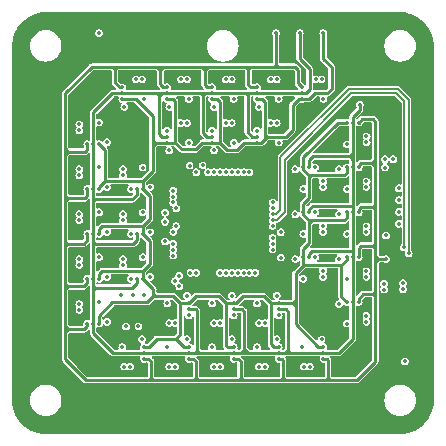
<source format=gbr>
G04 #@! TF.GenerationSoftware,KiCad,Pcbnew,(6.0.9)*
G04 #@! TF.CreationDate,2024-07-14T21:03:07-07:00*
G04 #@! TF.ProjectId,AccArray_QFN,41636341-7272-4617-995f-51464e2e6b69,rev?*
G04 #@! TF.SameCoordinates,Original*
G04 #@! TF.FileFunction,Copper,L4,Inr*
G04 #@! TF.FilePolarity,Positive*
%FSLAX46Y46*%
G04 Gerber Fmt 4.6, Leading zero omitted, Abs format (unit mm)*
G04 Created by KiCad (PCBNEW (6.0.9)) date 2024-07-14 21:03:07*
%MOMM*%
%LPD*%
G01*
G04 APERTURE LIST*
G04 #@! TA.AperFunction,ViaPad*
%ADD10C,0.350000*%
G04 #@! TD*
G04 #@! TA.AperFunction,Conductor*
%ADD11C,0.127000*%
G04 #@! TD*
G04 #@! TA.AperFunction,Conductor*
%ADD12C,0.250000*%
G04 #@! TD*
G04 APERTURE END LIST*
D10*
G04 #@! TO.N,GND*
X97800000Y-64400000D03*
X102600000Y-71300000D03*
X97750000Y-67480000D03*
X109000000Y-63000000D03*
X107350000Y-60850000D03*
X92350000Y-63550000D03*
X91150000Y-62150000D03*
X92650000Y-61150000D03*
X100200000Y-64550000D03*
X94650000Y-67800000D03*
X94550000Y-73050000D03*
X98550000Y-75700000D03*
X105820000Y-68100000D03*
X105820000Y-71900000D03*
X104900000Y-73880000D03*
X94500000Y-71550000D03*
G04 #@! TO.N,+3V3*
X95100000Y-71550000D03*
G04 #@! TO.N,FPGA_LED_B*
X93350000Y-76100000D03*
G04 #@! TO.N,FPGA_LED_G*
X92350000Y-76100000D03*
G04 #@! TO.N,FPGA_LED_R*
X91350000Y-76100000D03*
G04 #@! TO.N,+3V3*
X110487500Y-70915000D03*
X95450000Y-78465000D03*
X115250000Y-75600000D03*
X106685000Y-80487500D03*
X91535000Y-69250000D03*
X104900000Y-72920000D03*
X110487500Y-67115000D03*
X89512500Y-61485000D03*
X93150000Y-57835000D03*
X95285000Y-76800000D03*
X100750000Y-57835000D03*
X108465000Y-70750000D03*
X115250000Y-75100000D03*
X112152500Y-66950000D03*
X99085000Y-76800000D03*
X108515000Y-59500000D03*
X100915000Y-63187500D03*
X97115000Y-63187500D03*
X104550000Y-57835000D03*
X93200000Y-72900000D03*
X96950000Y-61522500D03*
X97180000Y-65130000D03*
X112152500Y-63150000D03*
X102885000Y-80487500D03*
X108465000Y-74550000D03*
X112152500Y-74550000D03*
X91800000Y-78750000D03*
X87847500Y-65450000D03*
X106850000Y-82152500D03*
X112152500Y-70750000D03*
X96950000Y-57835000D03*
X91650000Y-82152500D03*
X89500000Y-53900000D03*
X115400000Y-81710000D03*
X93315000Y-59500000D03*
X99250000Y-82152500D03*
X93200000Y-65300000D03*
X113650000Y-75625000D03*
X95285000Y-80487500D03*
X87847500Y-61650000D03*
X99250000Y-78465000D03*
X108465000Y-66950000D03*
X89512500Y-72885000D03*
X113650000Y-75125000D03*
X103050000Y-78465000D03*
X106800000Y-67115000D03*
X98275000Y-65095000D03*
X100915000Y-59500000D03*
X89512500Y-69085000D03*
X89512500Y-76685000D03*
X89512500Y-65285000D03*
X87847500Y-69250000D03*
X102885000Y-76800000D03*
X100750000Y-61522500D03*
X110487500Y-74715000D03*
X104715000Y-59500000D03*
X91485000Y-80487500D03*
X110487500Y-78515000D03*
X91535000Y-65450000D03*
X103050000Y-82152500D03*
X95450000Y-82152500D03*
X104715000Y-63187500D03*
X106800000Y-74715000D03*
X110487500Y-63315000D03*
X87847500Y-76850000D03*
X91535000Y-73050000D03*
X87847500Y-73050000D03*
X104550000Y-61522500D03*
X108350000Y-57835000D03*
X112152500Y-78350000D03*
X99085000Y-80487500D03*
X106800000Y-70915000D03*
X97115000Y-59500000D03*
X93200000Y-69100000D03*
X92850000Y-78750000D03*
G04 #@! TO.N,GND*
X101250000Y-65150000D03*
X95000000Y-52900000D03*
X117300000Y-85975000D03*
X92200000Y-72885000D03*
X102250000Y-65150000D03*
X82700000Y-59975000D03*
X82700000Y-75975000D03*
X104100000Y-87275000D03*
X103050000Y-61522500D03*
X98700000Y-72600000D03*
X94000000Y-52900000D03*
X97115000Y-62187500D03*
X82700000Y-67975000D03*
X108465000Y-69250000D03*
X82800000Y-54200000D03*
X114412500Y-66550000D03*
X117400000Y-62000000D03*
X85100000Y-87275000D03*
X102100000Y-87275000D03*
X88512500Y-69085000D03*
X95100000Y-87275000D03*
X112152500Y-61650000D03*
X99085000Y-77800000D03*
X112100000Y-87275000D03*
X117400000Y-84975000D03*
X85000000Y-52900000D03*
X112000000Y-52900000D03*
X99000000Y-52900000D03*
X113600000Y-69050000D03*
X95450000Y-61522500D03*
X117400000Y-69000000D03*
X106850000Y-57835000D03*
X83200000Y-86750000D03*
X94100000Y-87275000D03*
X93315000Y-58500000D03*
X87847500Y-74550000D03*
X116100000Y-53000000D03*
X117400000Y-68000000D03*
X92200000Y-65285000D03*
X113600000Y-66500000D03*
X117400000Y-80975000D03*
X90100000Y-87275000D03*
X117400000Y-57200000D03*
X105000000Y-52900000D03*
X102600000Y-68700000D03*
X97400000Y-71300000D03*
X100000000Y-67400000D03*
X88512500Y-61485000D03*
X113600000Y-70050000D03*
X82700000Y-80975000D03*
X107100000Y-87275000D03*
X116700000Y-76550000D03*
X111487500Y-67115000D03*
X100650000Y-67400000D03*
X117400000Y-72000000D03*
X98700000Y-67400000D03*
X113400000Y-70550000D03*
X112152500Y-69250000D03*
X112152500Y-76850000D03*
X86000000Y-52900000D03*
X93100000Y-87275000D03*
X96100000Y-87275000D03*
X102000000Y-52900000D03*
X113650000Y-74050000D03*
X117400000Y-74000000D03*
X82700000Y-82975000D03*
X108000000Y-52900000D03*
X91650000Y-57835000D03*
X104000000Y-52900000D03*
X82700000Y-72975000D03*
X98000000Y-52900000D03*
X87847500Y-78350000D03*
X112152500Y-73050000D03*
X101100000Y-87275000D03*
X111000000Y-52900000D03*
X101925000Y-67400000D03*
X100000000Y-72600000D03*
X114000000Y-52900000D03*
X117400000Y-82975000D03*
X82700000Y-66975000D03*
X117400000Y-70000000D03*
X82700000Y-64975000D03*
X117400000Y-73000000D03*
X103000000Y-52900000D03*
X113600000Y-67550000D03*
X109000000Y-52900000D03*
X97400000Y-72600000D03*
X92200000Y-69085000D03*
X92100000Y-87275000D03*
X101750000Y-65150000D03*
X96950000Y-78465000D03*
X114412500Y-66050000D03*
X97115000Y-58500000D03*
X114412500Y-68550000D03*
X101300000Y-72600000D03*
X113600000Y-69550000D03*
X82700000Y-58300000D03*
X106000000Y-52900000D03*
X82700000Y-60975000D03*
X114412500Y-67550000D03*
X114412500Y-70550000D03*
X108350000Y-82152500D03*
X97000000Y-52900000D03*
X99100000Y-87275000D03*
X89000000Y-52900000D03*
X88512500Y-76685000D03*
X105100000Y-87275000D03*
X82700000Y-73975000D03*
X104550000Y-82152500D03*
X82700000Y-71975000D03*
X106685000Y-81487500D03*
X117400000Y-71000000D03*
X117400000Y-58200000D03*
X117400000Y-59000000D03*
X91100000Y-87275000D03*
X117400000Y-63000000D03*
X99250000Y-61522500D03*
X100750000Y-78465000D03*
X95285000Y-81487500D03*
X117400000Y-67000000D03*
X91000000Y-52900000D03*
X117400000Y-61000000D03*
X113600000Y-65950000D03*
X95450000Y-57835000D03*
X97400000Y-68700000D03*
X102600000Y-67400000D03*
X82700000Y-63975000D03*
X108465000Y-65450000D03*
X117400000Y-81975000D03*
X113600000Y-67000000D03*
X99250000Y-57835000D03*
X116100000Y-87275000D03*
X100000000Y-52900000D03*
X103050000Y-57835000D03*
X100915000Y-62187500D03*
X97100000Y-87275000D03*
X82700000Y-76975000D03*
X107800000Y-74715000D03*
X117400000Y-55200000D03*
X91485000Y-81487500D03*
X95285000Y-77800000D03*
X82700000Y-83975000D03*
X110000000Y-52900000D03*
X117400000Y-78975000D03*
X108515000Y-58500000D03*
X116875000Y-86775000D03*
X101300000Y-67400000D03*
X102600000Y-70000000D03*
X117400000Y-65000000D03*
X98100000Y-87275000D03*
X113400000Y-71550000D03*
X117400000Y-79975000D03*
X111487500Y-78515000D03*
X82700000Y-57300000D03*
X115250000Y-74550000D03*
X104715000Y-62187500D03*
X82700000Y-74975000D03*
X96950000Y-82152500D03*
X104550000Y-78465000D03*
X82700000Y-78975000D03*
X108465000Y-73050000D03*
X87847500Y-66950000D03*
X93000000Y-52900000D03*
X110500000Y-53900000D03*
X84000000Y-87175000D03*
X82700000Y-56300000D03*
X117400000Y-77975000D03*
X111487500Y-70915000D03*
X113100000Y-87275000D03*
X91535000Y-74550000D03*
X104715000Y-58500000D03*
X117150000Y-76550000D03*
X82700000Y-65975000D03*
X82700000Y-84975000D03*
X82700000Y-79975000D03*
X97400000Y-70000000D03*
X103100000Y-87275000D03*
X83225000Y-53400000D03*
X111487500Y-74715000D03*
X88512500Y-65285000D03*
X101900000Y-64230000D03*
X117400000Y-66000000D03*
X112050000Y-59550000D03*
X115250000Y-74050000D03*
X110100000Y-87275000D03*
X108100000Y-87275000D03*
X101000000Y-52900000D03*
X82700000Y-70975000D03*
X102885000Y-81487500D03*
X87100000Y-87275000D03*
X117400000Y-60000000D03*
X82700000Y-77975000D03*
X100915000Y-58500000D03*
X87847500Y-63150000D03*
X117400000Y-56200000D03*
X89100000Y-87275000D03*
X84000000Y-52900000D03*
X112152500Y-65450000D03*
X107800000Y-70915000D03*
X88000000Y-52900000D03*
X115100000Y-87275000D03*
X82700000Y-62975000D03*
X117400000Y-75000000D03*
X100750000Y-82152500D03*
X117150000Y-64050000D03*
X100750000Y-65150000D03*
X99085000Y-81487500D03*
X82700000Y-68975000D03*
X113000000Y-52900000D03*
X116900000Y-53425000D03*
X107800000Y-67115000D03*
X92000000Y-52900000D03*
X102885000Y-77800000D03*
X90000000Y-52900000D03*
X87000000Y-52900000D03*
X111100000Y-87275000D03*
X115000000Y-52900000D03*
X96220000Y-65050000D03*
X82700000Y-69975000D03*
X82700000Y-61975000D03*
X109100000Y-87275000D03*
X103550000Y-64400000D03*
X111150000Y-59550000D03*
X87847500Y-70750000D03*
X86100000Y-87275000D03*
X117400000Y-83975000D03*
X100100000Y-87275000D03*
X96000000Y-52900000D03*
X106100000Y-87275000D03*
X114412500Y-69550000D03*
X93150000Y-82152500D03*
X88512500Y-72885000D03*
X102600000Y-72600000D03*
X113600000Y-68050000D03*
X113600000Y-68550000D03*
X107000000Y-52900000D03*
X91535000Y-70750000D03*
X116700000Y-64050000D03*
X113650000Y-74550000D03*
X82700000Y-58975000D03*
X111487500Y-63315000D03*
X114100000Y-87275000D03*
X117400000Y-54200000D03*
X82700000Y-85975000D03*
X88100000Y-87275000D03*
X117400000Y-76000000D03*
X82700000Y-81975000D03*
X82700000Y-55300000D03*
X91535000Y-66950000D03*
X114412500Y-71550000D03*
G04 #@! TO.N,FSYNC*
X100250000Y-57835000D03*
X99750000Y-82152500D03*
X103550000Y-82152500D03*
X91535000Y-65950000D03*
X112152500Y-77850000D03*
X87847500Y-69750000D03*
X112152500Y-62650000D03*
X92650000Y-57835000D03*
X100250000Y-61522500D03*
X91535000Y-73550000D03*
X108465000Y-74050000D03*
X113800000Y-71050000D03*
X104050000Y-61522500D03*
X108465000Y-70250000D03*
X87847500Y-62150000D03*
X87847500Y-73550000D03*
X92150000Y-82152500D03*
X96450000Y-57835000D03*
X91535000Y-69750000D03*
X112152500Y-70250000D03*
X112152500Y-66450000D03*
X96450000Y-61522500D03*
X112152500Y-74050000D03*
X103550000Y-78465000D03*
X87847500Y-65950000D03*
X95950000Y-82152500D03*
X104050000Y-57835000D03*
X95950000Y-78465000D03*
X107350000Y-82152500D03*
X87847500Y-77350000D03*
X108465000Y-66450000D03*
X99750000Y-78465000D03*
X107850000Y-57835000D03*
G04 #@! TO.N,FPGA_SCK*
X92700000Y-74715000D03*
X106685000Y-59000000D03*
X89012500Y-70915000D03*
X110987500Y-72885000D03*
X100915000Y-77300000D03*
X102885000Y-62687500D03*
X97115000Y-77300000D03*
X89012500Y-74715000D03*
X100915000Y-80987500D03*
X95285000Y-62687500D03*
X89012500Y-63315000D03*
X107300000Y-72885000D03*
X106500000Y-53900000D03*
X92700000Y-70915000D03*
X107300000Y-69085000D03*
X110987500Y-69085000D03*
X93315000Y-80987500D03*
X91485000Y-59000000D03*
X92700000Y-67115000D03*
X110987500Y-65285000D03*
X99085000Y-62687500D03*
X99085000Y-59000000D03*
X104715000Y-80987500D03*
X95285000Y-59000000D03*
X102885000Y-59000000D03*
X111587500Y-59962500D03*
X114900000Y-69050000D03*
X110987500Y-61485000D03*
X108515000Y-80987500D03*
X101750000Y-65700000D03*
X104715000Y-77300000D03*
X97115000Y-80987500D03*
X110987500Y-76685000D03*
X89012500Y-67115000D03*
X89012500Y-78515000D03*
X107300000Y-65285000D03*
G04 #@! TO.N,FPGA_CS*
X114900000Y-68050000D03*
X101250000Y-65700000D03*
G04 #@! TO.N,FPGA_RST*
X115725000Y-72550000D03*
X104200000Y-69250000D03*
G04 #@! TO.N,FPGA_CDONE*
X115325000Y-72050000D03*
X104200000Y-69750000D03*
G04 #@! TO.N,+1V2*
X104900000Y-70780000D03*
X114425000Y-64600000D03*
X113725000Y-65300000D03*
X95100000Y-69120000D03*
X95100000Y-69880000D03*
X113725000Y-64600000D03*
G04 #@! TO.N,FPGA_LED_B*
X96300000Y-74450000D03*
G04 #@! TO.N,FPGA_LED_G*
X95950000Y-74900000D03*
G04 #@! TO.N,FPGA_LED_R*
X96300000Y-75350000D03*
G04 #@! TO.N,IMU_CS*
X102885000Y-58500000D03*
X102885000Y-62187500D03*
X91485000Y-58500000D03*
X104715000Y-81487500D03*
X100915000Y-81487500D03*
X100915000Y-77800000D03*
X92200000Y-70915000D03*
X88512500Y-74715000D03*
X108515000Y-81487500D03*
X88512500Y-63315000D03*
X107800000Y-69085000D03*
X111487500Y-65285000D03*
X111487500Y-69085000D03*
X95285000Y-58500000D03*
X92200000Y-74715000D03*
X111487500Y-72885000D03*
X99085000Y-62187500D03*
X88512500Y-70915000D03*
X107800000Y-72885000D03*
X104715000Y-77800000D03*
X88512500Y-78515000D03*
X107800000Y-65285000D03*
X106685000Y-58500000D03*
X97115000Y-77800000D03*
X113800000Y-73050000D03*
X111487500Y-61485000D03*
X97115000Y-81487500D03*
X88512500Y-67115000D03*
X99085000Y-58500000D03*
X93315000Y-81487500D03*
X104500000Y-53900000D03*
X111487500Y-76685000D03*
X92200000Y-67115000D03*
X95285000Y-62187500D03*
G04 #@! TO.N,IMU_MISO1*
X98750000Y-65700000D03*
X95450000Y-63852500D03*
G04 #@! TO.N,FPGA_SI*
X89512500Y-74715000D03*
X93200000Y-74715000D03*
X110487500Y-65285000D03*
X95285000Y-63187500D03*
X95285000Y-59500000D03*
X110487500Y-72885000D03*
X97115000Y-80487500D03*
X110487500Y-69085000D03*
X106800000Y-65285000D03*
X104715000Y-76800000D03*
X102885000Y-63187500D03*
X93200000Y-70915000D03*
X89512500Y-70915000D03*
X100915000Y-80487500D03*
X114900000Y-67050000D03*
X89512500Y-63315000D03*
X108515000Y-80487500D03*
X106685000Y-59500000D03*
X93315000Y-80487500D03*
X110487500Y-61485000D03*
X100915000Y-76800000D03*
X106800000Y-69085000D03*
X99085000Y-63187500D03*
X99085000Y-59500000D03*
X110487500Y-76685000D03*
X100750000Y-65700000D03*
X108500000Y-53900000D03*
X97115000Y-76800000D03*
X106800000Y-72885000D03*
X89512500Y-78515000D03*
X89512500Y-67115000D03*
X104715000Y-80487500D03*
X102885000Y-59500000D03*
X93200000Y-67115000D03*
X91485000Y-59500000D03*
G04 #@! TO.N,IMU_MISO2*
X99250000Y-63852500D03*
X99750000Y-65700000D03*
G04 #@! TO.N,IMU_MISO4*
X95800000Y-67250000D03*
X91650000Y-60165000D03*
G04 #@! TO.N,IMU_MISO5*
X97750000Y-65700000D03*
X95450000Y-60165000D03*
G04 #@! TO.N,IMU_MISO6*
X99250000Y-60165000D03*
X99250000Y-65700000D03*
G04 #@! TO.N,IMU_MISO7*
X103050000Y-60165000D03*
X100250000Y-65700000D03*
G04 #@! TO.N,IMU_MISO9*
X106135000Y-65450000D03*
X104200000Y-68750000D03*
G04 #@! TO.N,IMU_MISO10*
X104200000Y-71250000D03*
X106135000Y-69250000D03*
G04 #@! TO.N,IMU_MISO11*
X106135000Y-73050000D03*
X104200000Y-72250000D03*
G04 #@! TO.N,IMU_MISO13*
X109822500Y-65450000D03*
X104200000Y-68250000D03*
G04 #@! TO.N,IMU_MISO14*
X109822500Y-69250000D03*
X104200000Y-70250000D03*
G04 #@! TO.N,IMU_MISO15*
X104200000Y-71750000D03*
X109822500Y-73050000D03*
G04 #@! TO.N,IMU_MISO16*
X109822500Y-76850000D03*
X102750000Y-74200000D03*
G04 #@! TO.N,IMU_MISO17*
X104550000Y-76135000D03*
X101250000Y-74200000D03*
G04 #@! TO.N,IMU_MISO18*
X100750000Y-76135000D03*
X100250000Y-74200000D03*
G04 #@! TO.N,IMU_MISO19*
X97750000Y-74200000D03*
X96950000Y-76135000D03*
G04 #@! TO.N,IMU_MISO20*
X108350000Y-79822500D03*
X102250000Y-74200000D03*
G04 #@! TO.N,IMU_MISO21*
X104550000Y-79822500D03*
X101750000Y-74200000D03*
G04 #@! TO.N,IMU_MISO22*
X100750000Y-74200000D03*
X100750000Y-79822500D03*
G04 #@! TO.N,IMU_MISO23*
X96950000Y-79822500D03*
X99750000Y-74200000D03*
G04 #@! TO.N,IMU_MISO24*
X93150000Y-79822500D03*
X97250000Y-74200000D03*
G04 #@! TO.N,IMU_MISO25*
X95800000Y-71750000D03*
X93865000Y-74550000D03*
G04 #@! TO.N,IMU_MISO26*
X96050000Y-70250000D03*
X93865000Y-70750000D03*
G04 #@! TO.N,IMU_MISO27*
X93865000Y-66950000D03*
X95800000Y-68250000D03*
G04 #@! TO.N,IMU_MISO28*
X90177500Y-78350000D03*
X95800000Y-72750000D03*
G04 #@! TO.N,IMU_MISO29*
X90177500Y-74550000D03*
X95800000Y-72250000D03*
G04 #@! TO.N,IMU_MISO30*
X95800000Y-70750000D03*
X90177500Y-70750000D03*
G04 #@! TO.N,IMU_MISO31*
X96050000Y-68750000D03*
X90177500Y-66950000D03*
G04 #@! TO.N,IMU_MISO32*
X95800000Y-67750000D03*
X90177500Y-63150000D03*
G04 #@! TO.N,FPGA_SO*
X102250000Y-65700000D03*
X114900000Y-70050000D03*
G04 #@! TD*
D11*
G04 #@! TO.N,FPGA_CDONE*
X104600000Y-69750000D02*
X104200000Y-69750000D01*
X105250000Y-64650000D02*
X105250000Y-69100000D01*
X105250000Y-69100000D02*
X104600000Y-69750000D01*
X115350000Y-72025000D02*
X115350000Y-59700000D01*
X115350000Y-59700000D02*
X114675000Y-59025000D01*
X114675000Y-59025000D02*
X110875000Y-59025000D01*
X110875000Y-59025000D02*
X105250000Y-64650000D01*
X115325000Y-72050000D02*
X115350000Y-72025000D01*
G04 #@! TO.N,FPGA_RST*
X104850000Y-64412500D02*
X104850000Y-68900000D01*
X110637500Y-58625000D02*
X104850000Y-64412500D01*
X104850000Y-68900000D02*
X104500000Y-69250000D01*
X115750000Y-59550000D02*
X114825000Y-58625000D01*
X115750000Y-72525000D02*
X115750000Y-59550000D01*
X114825000Y-58625000D02*
X110637500Y-58625000D01*
X104500000Y-69250000D02*
X104200000Y-69250000D01*
X115725000Y-72550000D02*
X115750000Y-72525000D01*
D12*
G04 #@! TO.N,FPGA_SI*
X93600000Y-76700000D02*
X94100000Y-76200000D01*
X89512500Y-77837500D02*
X90650000Y-76700000D01*
X90650000Y-76700000D02*
X93600000Y-76700000D01*
X89512500Y-78515000D02*
X89512500Y-77837500D01*
X94050000Y-63000000D02*
X94050000Y-63450000D01*
X94050000Y-63450000D02*
X94050000Y-65600000D01*
X94050000Y-65600000D02*
X93200000Y-66450000D01*
X94312500Y-63187500D02*
X94050000Y-63450000D01*
X94462500Y-63187500D02*
X94312500Y-63187500D01*
X94050000Y-60950000D02*
X92600000Y-59500000D01*
X94237500Y-63187500D02*
X94050000Y-63000000D01*
X94050000Y-63000000D02*
X94050000Y-60950000D01*
X92600000Y-59500000D02*
X91485000Y-59500000D01*
X94462500Y-63187500D02*
X94237500Y-63187500D01*
X94100000Y-76000000D02*
X94250000Y-76150000D01*
X94100000Y-76200000D02*
X94250000Y-76200000D01*
X94100000Y-76000000D02*
X94100000Y-76200000D01*
X94250000Y-76150000D02*
X94250000Y-76200000D01*
X94100000Y-75615000D02*
X94100000Y-76000000D01*
X94250000Y-76200000D02*
X95800000Y-76200000D01*
X95285000Y-63187500D02*
X94462500Y-63187500D01*
X89512500Y-66937500D02*
X90000000Y-66450000D01*
X89512500Y-67115000D02*
X89512500Y-66937500D01*
X90000000Y-63802500D02*
X90000000Y-66450000D01*
X89512500Y-63315000D02*
X90000000Y-63802500D01*
X90000000Y-66450000D02*
X93200000Y-66450000D01*
X106800000Y-64400000D02*
X106800000Y-65285000D01*
X110487500Y-61485000D02*
X109715000Y-61485000D01*
X109715000Y-61485000D02*
X106800000Y-64400000D01*
X93200000Y-74715000D02*
X94100000Y-75615000D01*
G04 #@! TO.N,FPGA_SCK*
X107550000Y-72350000D02*
X110875000Y-72350000D01*
X105712500Y-80987500D02*
X105812500Y-80987500D01*
X89012500Y-63315000D02*
X89012500Y-60637500D01*
X107300000Y-69085000D02*
X107300000Y-68850000D01*
X89387500Y-75462500D02*
X89187500Y-75462500D01*
X108515000Y-80987500D02*
X105812500Y-80987500D01*
X111587500Y-60387500D02*
X110987500Y-60987500D01*
X97800000Y-80800000D02*
X97612500Y-80987500D01*
D11*
X110987500Y-68612500D02*
X110987500Y-69085000D01*
D12*
X101600000Y-77300000D02*
X101800000Y-77500000D01*
D11*
X110962500Y-68612500D02*
X110987500Y-68612500D01*
D12*
X110987500Y-72487500D02*
X110987500Y-72162500D01*
X105500000Y-80775000D02*
X105287500Y-80987500D01*
X109812500Y-80987500D02*
X108515000Y-80987500D01*
X89012500Y-71562500D02*
X89012500Y-68187500D01*
D11*
X107612500Y-68537500D02*
X110887500Y-68537500D01*
D12*
X101800000Y-80700000D02*
X102087500Y-80987500D01*
X92337500Y-75462500D02*
X89387500Y-75462500D01*
X91485000Y-59000000D02*
X94350000Y-59000000D01*
X105812500Y-80987500D02*
X105287500Y-80987500D01*
X89212500Y-75462500D02*
X89012500Y-75662500D01*
X110937500Y-64537500D02*
X110987500Y-64537500D01*
X101512500Y-80987500D02*
X98012500Y-80987500D01*
X98150000Y-59000000D02*
X98000000Y-59000000D01*
X89162500Y-67987500D02*
X89012500Y-67987500D01*
X107350000Y-58650000D02*
X107000000Y-59000000D01*
X94400000Y-59000000D02*
X94350000Y-59000000D01*
X102487500Y-62687500D02*
X102100000Y-62300000D01*
X92312500Y-67987500D02*
X89162500Y-67987500D01*
X107300000Y-68850000D02*
X107612500Y-68537500D01*
X94837500Y-62687500D02*
X94600000Y-62450000D01*
X97612500Y-80987500D02*
X93315000Y-80987500D01*
X107300000Y-72600000D02*
X107550000Y-72350000D01*
X89012500Y-75287500D02*
X89012500Y-75237500D01*
D11*
X110987500Y-68537500D02*
X110987500Y-68612500D01*
D12*
X101800000Y-80700000D02*
X101512500Y-80987500D01*
X102100000Y-59150000D02*
X102250000Y-59000000D01*
X102100000Y-59000000D02*
X102250000Y-59000000D01*
X89012500Y-75237500D02*
X89012500Y-71887500D01*
D11*
X110887500Y-68537500D02*
X110962500Y-68612500D01*
D12*
X97800000Y-77400000D02*
X97800000Y-80800000D01*
X97987500Y-80987500D02*
X98012500Y-80987500D01*
X94600000Y-59200000D02*
X94400000Y-59000000D01*
X89012500Y-68137500D02*
X89012500Y-68187500D01*
X89012500Y-75662500D02*
X89012500Y-75462500D01*
X89012500Y-78515000D02*
X89012500Y-75662500D01*
X102250000Y-59000000D02*
X106685000Y-59000000D01*
X98300000Y-59150000D02*
X98450000Y-59000000D01*
X107612500Y-68537500D02*
X110987500Y-68537500D01*
X97800000Y-80800000D02*
X97987500Y-80987500D01*
X110987500Y-64362500D02*
X110987500Y-64537500D01*
X90650000Y-59000000D02*
X91485000Y-59000000D01*
X102100000Y-62300000D02*
X102100000Y-59400000D01*
X92700000Y-75100000D02*
X92337500Y-75462500D01*
X110887500Y-68537500D02*
X110987500Y-68637500D01*
X110875000Y-72350000D02*
X110987500Y-72237500D01*
X110987500Y-64537500D02*
X110987500Y-65285000D01*
X107637500Y-64362500D02*
X110762500Y-64362500D01*
X110987500Y-76685000D02*
X110987500Y-79812500D01*
D11*
X110987500Y-65285000D02*
X110987500Y-68437500D01*
D12*
X110987500Y-79812500D02*
X109812500Y-80987500D01*
X110762500Y-64362500D02*
X110937500Y-64537500D01*
X90687500Y-80987500D02*
X89012500Y-79312500D01*
X98450000Y-59000000D02*
X101950000Y-59000000D01*
X110987500Y-60987500D02*
X110987500Y-61485000D01*
X101950000Y-59000000D02*
X102100000Y-59000000D01*
X110987500Y-65285000D02*
X110987500Y-69085000D01*
X92400000Y-71750000D02*
X89200000Y-71750000D01*
X107300000Y-65285000D02*
X107300000Y-64700000D01*
X89200000Y-71750000D02*
X89012500Y-71562500D01*
X98300000Y-62350000D02*
X98300000Y-59250000D01*
X110987500Y-72162500D02*
X110987500Y-69085000D01*
X89162500Y-67987500D02*
X89012500Y-68137500D01*
D11*
X110987500Y-72462500D02*
X110987500Y-72487500D01*
D12*
X89162500Y-67987500D02*
X89012500Y-67837500D01*
X89187500Y-75462500D02*
X89012500Y-75462500D01*
X89012500Y-71887500D02*
X89012500Y-71562500D01*
X110987500Y-61485000D02*
X110987500Y-64162500D01*
X94850000Y-59000000D02*
X98000000Y-59000000D01*
X89187500Y-75462500D02*
X89012500Y-75287500D01*
X97700000Y-77300000D02*
X97800000Y-77400000D01*
X92700000Y-67115000D02*
X92700000Y-67600000D01*
X100915000Y-77300000D02*
X101600000Y-77300000D01*
X104715000Y-77300000D02*
X105300000Y-77300000D01*
X98012500Y-80987500D02*
X97612500Y-80987500D01*
X107300000Y-64700000D02*
X107637500Y-64362500D01*
X97115000Y-77300000D02*
X97700000Y-77300000D01*
D11*
X110987500Y-72237500D02*
X110987500Y-72487500D01*
D12*
X110875000Y-72350000D02*
X110987500Y-72462500D01*
X94600000Y-62450000D02*
X94600000Y-59200000D01*
D11*
X110887500Y-68537500D02*
X110987500Y-68537500D01*
D12*
X89012500Y-60637500D02*
X90650000Y-59000000D01*
X111587500Y-59962500D02*
X111587500Y-60387500D01*
X110987500Y-72462500D02*
X110987500Y-72885000D01*
X92700000Y-74715000D02*
X92700000Y-75100000D01*
X105287500Y-80987500D02*
X102112500Y-80987500D01*
X92700000Y-67600000D02*
X92312500Y-67987500D01*
X95285000Y-62687500D02*
X94837500Y-62687500D01*
X102112500Y-80987500D02*
X101512500Y-80987500D01*
X89012500Y-79312500D02*
X89012500Y-78515000D01*
X98300000Y-59150000D02*
X98150000Y-59000000D01*
X89012500Y-67837500D02*
X89012500Y-67787500D01*
X89387500Y-75462500D02*
X89212500Y-75462500D01*
X93315000Y-80987500D02*
X90687500Y-80987500D01*
X89012500Y-75462500D02*
X89012500Y-75237500D01*
X105500000Y-77500000D02*
X105500000Y-80775000D01*
X110762500Y-64362500D02*
X110962500Y-64162500D01*
X101800000Y-77500000D02*
X101800000Y-80700000D01*
X102100000Y-59400000D02*
X102100000Y-59000000D01*
X98000000Y-59000000D02*
X98300000Y-59000000D01*
X99085000Y-62687500D02*
X98637500Y-62687500D01*
X92700000Y-70915000D02*
X92700000Y-71450000D01*
X105300000Y-77300000D02*
X105500000Y-77500000D01*
X110987500Y-72237500D02*
X110987500Y-72162500D01*
X94600000Y-59200000D02*
X94800000Y-59000000D01*
X110987500Y-64162500D02*
X110987500Y-64362500D01*
X89200000Y-71750000D02*
X89150000Y-71750000D01*
X110762500Y-64362500D02*
X110987500Y-64362500D01*
X102100000Y-59400000D02*
X102100000Y-59150000D01*
X89012500Y-67987500D02*
X89012500Y-67787500D01*
X89012500Y-67787500D02*
X89012500Y-63315000D01*
X110887500Y-68537500D02*
X110987500Y-68437500D01*
X110987500Y-72885000D02*
X110987500Y-76685000D01*
X89012500Y-68187500D02*
X89012500Y-67987500D01*
X98300000Y-59000000D02*
X98450000Y-59000000D01*
D11*
X110987500Y-68437500D02*
X110987500Y-68537500D01*
D12*
X110987500Y-68637500D02*
X110987500Y-69085000D01*
X110962500Y-64162500D02*
X110987500Y-64162500D01*
X98300000Y-59250000D02*
X98300000Y-59000000D01*
X92700000Y-71450000D02*
X92400000Y-71750000D01*
X102100000Y-59150000D02*
X101950000Y-59000000D01*
X94600000Y-59200000D02*
X94600000Y-59000000D01*
X89150000Y-71750000D02*
X89012500Y-71887500D01*
X94350000Y-59000000D02*
X94600000Y-59000000D01*
X107350000Y-56950000D02*
X107350000Y-58650000D01*
X102087500Y-80987500D02*
X102112500Y-80987500D01*
X107300000Y-72885000D02*
X107300000Y-72600000D01*
D11*
X110987500Y-72487500D02*
X110987500Y-72885000D01*
D12*
X106500000Y-56100000D02*
X107350000Y-56950000D01*
X107000000Y-59000000D02*
X106685000Y-59000000D01*
X94600000Y-59000000D02*
X94850000Y-59000000D01*
X105500000Y-80775000D02*
X105712500Y-80987500D01*
X94800000Y-59000000D02*
X94850000Y-59000000D01*
X98300000Y-59250000D02*
X98300000Y-59150000D01*
X102885000Y-62687500D02*
X102487500Y-62687500D01*
X98637500Y-62687500D02*
X98300000Y-62350000D01*
X106500000Y-53900000D02*
X106500000Y-56100000D01*
G04 #@! TO.N,IMU_CS*
X86850000Y-71750000D02*
X86650000Y-71750000D01*
X105400000Y-83300000D02*
X104900000Y-83300000D01*
X88200000Y-75350000D02*
X86850000Y-75350000D01*
X90850000Y-57150000D02*
X90850000Y-56950000D01*
X112900000Y-61400000D02*
X112900000Y-64550000D01*
X112900000Y-73300000D02*
X112900000Y-75800000D01*
X94700000Y-57050000D02*
X94450000Y-56800000D01*
X94450000Y-56750000D02*
X94750000Y-56750000D01*
X93900000Y-83100000D02*
X93700000Y-83300000D01*
X108900000Y-83100000D02*
X108700000Y-83300000D01*
X106350000Y-58165000D02*
X106685000Y-58500000D01*
X112900000Y-68400000D02*
X112900000Y-68600000D01*
X97487500Y-81487500D02*
X97700000Y-81700000D01*
X102150000Y-56950000D02*
X102350000Y-56750000D01*
X101500000Y-83100000D02*
X101300000Y-83300000D01*
X86650000Y-81550000D02*
X86650000Y-79200000D01*
X112650000Y-64900000D02*
X112900000Y-64650000D01*
X86850000Y-67900000D02*
X86650000Y-67700000D01*
X98450000Y-57000000D02*
X98200000Y-56750000D01*
X86650000Y-75350000D02*
X86650000Y-75150000D01*
X112900000Y-76200000D02*
X112900000Y-81725000D01*
X113150000Y-73050000D02*
X112900000Y-72800000D01*
X111487500Y-72112500D02*
X111700000Y-71900000D01*
X112900000Y-72800000D02*
X112900000Y-73300000D01*
X97115000Y-81487500D02*
X97487500Y-81487500D01*
X90650000Y-56750000D02*
X90600000Y-56750000D01*
X86650000Y-64200000D02*
X86650000Y-64250000D01*
X91250000Y-58500000D02*
X90850000Y-58100000D01*
X102150000Y-56950000D02*
X102150000Y-56750000D01*
X98650000Y-58500000D02*
X98450000Y-58300000D01*
D11*
X91485000Y-58500000D02*
X91300000Y-58500000D01*
D12*
X111487500Y-72885000D02*
X111487500Y-72112500D01*
X101950000Y-56750000D02*
X102150000Y-56750000D01*
X86900000Y-79000000D02*
X86650000Y-78750000D01*
X86650000Y-79000000D02*
X86650000Y-78750000D01*
X90850000Y-56950000D02*
X90650000Y-56750000D01*
X111487500Y-76412500D02*
X111900000Y-76000000D01*
X86850000Y-75350000D02*
X86650000Y-75150000D01*
X112650000Y-64900000D02*
X112900000Y-64900000D01*
X93700000Y-83300000D02*
X88400000Y-83300000D01*
X102150000Y-56750000D02*
X102350000Y-56750000D01*
X105100000Y-83100000D02*
X105300000Y-83300000D01*
X88300000Y-67900000D02*
X86850000Y-67900000D01*
X97700000Y-83100000D02*
X97500000Y-83300000D01*
X112900000Y-64900000D02*
X112900000Y-65150000D01*
X98000000Y-83300000D02*
X97500000Y-83300000D01*
X90900000Y-56750000D02*
X91050000Y-56750000D01*
X101700000Y-83300000D02*
X101900000Y-83300000D01*
X101287500Y-81487500D02*
X101500000Y-81700000D01*
X101500000Y-81700000D02*
X101500000Y-83100000D01*
X112700000Y-76000000D02*
X112900000Y-76200000D01*
X112900000Y-68800000D02*
X112900000Y-71600000D01*
X86900000Y-63950000D02*
X86650000Y-64200000D01*
X88512500Y-67687500D02*
X88300000Y-67900000D01*
D11*
X104715000Y-81487500D02*
X104887500Y-81487500D01*
D12*
X86800000Y-71750000D02*
X86650000Y-71600000D01*
X112700000Y-71900000D02*
X112900000Y-71700000D01*
X111772500Y-61200000D02*
X112700000Y-61200000D01*
X98450000Y-58300000D02*
X98450000Y-57000000D01*
X94950000Y-56750000D02*
X98150000Y-56750000D01*
X113150000Y-73050000D02*
X112900000Y-73300000D01*
X98150000Y-56750000D02*
X98500000Y-56750000D01*
X113800000Y-73050000D02*
X113150000Y-73050000D01*
X88512500Y-74715000D02*
X88512500Y-75037500D01*
X112900000Y-64550000D02*
X112900000Y-64900000D01*
X88250000Y-79000000D02*
X86900000Y-79000000D01*
X98700000Y-56750000D02*
X101950000Y-56750000D01*
X86650000Y-75150000D02*
X86650000Y-72000000D01*
X94700000Y-57050000D02*
X94950000Y-56800000D01*
X94950000Y-56800000D02*
X94950000Y-56750000D01*
X86650000Y-67650000D02*
X86650000Y-64250000D01*
X86900000Y-63950000D02*
X86650000Y-63950000D01*
X86850000Y-71750000D02*
X86800000Y-71750000D01*
X102885000Y-58500000D02*
X102350000Y-58500000D01*
X86650000Y-67900000D02*
X86650000Y-67650000D01*
X97700000Y-81700000D02*
X97700000Y-83100000D01*
X95285000Y-58500000D02*
X94950000Y-58500000D01*
X90850000Y-58100000D02*
X90850000Y-57150000D01*
X104500000Y-53900000D02*
X104500000Y-56600000D01*
X86650000Y-79200000D02*
X86650000Y-79000000D01*
X112900000Y-64650000D02*
X112900000Y-64550000D01*
X106350000Y-57000000D02*
X106350000Y-58165000D01*
X112700000Y-76000000D02*
X112900000Y-75800000D01*
X91050000Y-56750000D02*
X94450000Y-56750000D01*
X112900000Y-71900000D02*
X112900000Y-72100000D01*
X97500000Y-83300000D02*
X94100000Y-83300000D01*
X97700000Y-83100000D02*
X97900000Y-83300000D01*
X86650000Y-68100000D02*
X86650000Y-68150000D01*
X98450000Y-56800000D02*
X98500000Y-56750000D01*
X104750000Y-56750000D02*
X106100000Y-56750000D01*
X93900000Y-81700000D02*
X93900000Y-83100000D01*
X108900000Y-83100000D02*
X109100000Y-83300000D01*
X90850000Y-56950000D02*
X91050000Y-56750000D01*
X86650000Y-72000000D02*
X86650000Y-71750000D01*
X101300000Y-83300000D02*
X98000000Y-83300000D01*
X88512500Y-63787500D02*
X88350000Y-63950000D01*
X111487500Y-68812500D02*
X111700000Y-68600000D01*
X111900000Y-76000000D02*
X112600000Y-76000000D01*
X101900000Y-83300000D02*
X101300000Y-83300000D01*
X86850000Y-75350000D02*
X86650000Y-75550000D01*
X108787500Y-81487500D02*
X108900000Y-81600000D01*
X111487500Y-65285000D02*
X111487500Y-65112500D01*
X90600000Y-56750000D02*
X90900000Y-56750000D01*
X94700000Y-56800000D02*
X94750000Y-56750000D01*
X88512500Y-75037500D02*
X88200000Y-75350000D01*
X112900000Y-76000000D02*
X112900000Y-76200000D01*
X86650000Y-71750000D02*
X86650000Y-71600000D01*
X112900000Y-65150000D02*
X112900000Y-68400000D01*
X102350000Y-58500000D02*
X102150000Y-58300000D01*
X102350000Y-56750000D02*
X104350000Y-56750000D01*
X104987500Y-81487500D02*
X105100000Y-81600000D01*
X86850000Y-75350000D02*
X86650000Y-75350000D01*
X86650000Y-63750000D02*
X86650000Y-59000000D01*
X104500000Y-56600000D02*
X104650000Y-56750000D01*
X104900000Y-83300000D02*
X101900000Y-83300000D01*
X94700000Y-57050000D02*
X94700000Y-56800000D01*
X102150000Y-56950000D02*
X101950000Y-56750000D01*
X112650000Y-64900000D02*
X112900000Y-65150000D01*
X105300000Y-83300000D02*
X105400000Y-83300000D01*
X112700000Y-68600000D02*
X112900000Y-68400000D01*
X102150000Y-58300000D02*
X102150000Y-56950000D01*
X111325000Y-83300000D02*
X109100000Y-83300000D01*
X88512500Y-71437500D02*
X88200000Y-71750000D01*
X88350000Y-63950000D02*
X86900000Y-63950000D01*
X86650000Y-71600000D02*
X86650000Y-68150000D01*
X86650000Y-71950000D02*
X86650000Y-72000000D01*
X108700000Y-83300000D02*
X105400000Y-83300000D01*
X90850000Y-57150000D02*
X90850000Y-56800000D01*
X111487500Y-61485000D02*
X111772500Y-61200000D01*
X86900000Y-63950000D02*
X86700000Y-63750000D01*
X86650000Y-75550000D02*
X86650000Y-75350000D01*
X94950000Y-58500000D02*
X94700000Y-58250000D01*
X86650000Y-63950000D02*
X86650000Y-63750000D01*
X112900000Y-68600000D02*
X112900000Y-68800000D01*
X112900000Y-72100000D02*
X112900000Y-72800000D01*
X104650000Y-56750000D02*
X104750000Y-56750000D01*
X94750000Y-56750000D02*
X94950000Y-56750000D01*
X90850000Y-56800000D02*
X90900000Y-56750000D01*
X112600000Y-76000000D02*
X112700000Y-76000000D01*
X105100000Y-81600000D02*
X105100000Y-83100000D01*
X93687500Y-81487500D02*
X93900000Y-81700000D01*
X106100000Y-56750000D02*
X106350000Y-57000000D01*
X88512500Y-70915000D02*
X88512500Y-71437500D01*
X94100000Y-83300000D02*
X93700000Y-83300000D01*
X94450000Y-56800000D02*
X94450000Y-56750000D01*
X112900000Y-81725000D02*
X111325000Y-83300000D01*
X88900000Y-56750000D02*
X90600000Y-56750000D01*
X101500000Y-83100000D02*
X101700000Y-83300000D01*
X97900000Y-83300000D02*
X98000000Y-83300000D01*
X98450000Y-57000000D02*
X98450000Y-56800000D01*
X112700000Y-68600000D02*
X112900000Y-68600000D01*
X109100000Y-83300000D02*
X108700000Y-83300000D01*
X112900000Y-71600000D02*
X112900000Y-71900000D01*
X112600000Y-76000000D02*
X112900000Y-76000000D01*
X86650000Y-59000000D02*
X88900000Y-56750000D01*
X86900000Y-79000000D02*
X86650000Y-79000000D01*
X88512500Y-78515000D02*
X88512500Y-78737500D01*
X86850000Y-67900000D02*
X86650000Y-67900000D01*
X108900000Y-81600000D02*
X108900000Y-83100000D01*
X112700000Y-61200000D02*
X112900000Y-61400000D01*
X111487500Y-65112500D02*
X111700000Y-64900000D01*
X112700000Y-71900000D02*
X112900000Y-72100000D01*
X98200000Y-56750000D02*
X98150000Y-56750000D01*
X112700000Y-68600000D02*
X112900000Y-68800000D01*
X104500000Y-56600000D02*
X104350000Y-56750000D01*
X111487500Y-76685000D02*
X111487500Y-76412500D01*
X112900000Y-75800000D02*
X112900000Y-76000000D01*
X88512500Y-67115000D02*
X88512500Y-67687500D01*
X104715000Y-81487500D02*
X104987500Y-81487500D01*
X86850000Y-71750000D02*
X86650000Y-71950000D01*
X111700000Y-71900000D02*
X112700000Y-71900000D01*
X86850000Y-67900000D02*
X86650000Y-68100000D01*
X86850000Y-79000000D02*
X86650000Y-79200000D01*
X86650000Y-68150000D02*
X86650000Y-67900000D01*
X93315000Y-81487500D02*
X93687500Y-81487500D01*
X91485000Y-58500000D02*
X91250000Y-58500000D01*
X86650000Y-78750000D02*
X86650000Y-75550000D01*
X86900000Y-79000000D02*
X86850000Y-79000000D01*
X86700000Y-63750000D02*
X86650000Y-63750000D01*
X99085000Y-58500000D02*
X98650000Y-58500000D01*
X94700000Y-58250000D02*
X94700000Y-57050000D01*
X111700000Y-68600000D02*
X112700000Y-68600000D01*
X88200000Y-71750000D02*
X86850000Y-71750000D01*
X104350000Y-56750000D02*
X104750000Y-56750000D01*
X111487500Y-69085000D02*
X111487500Y-68812500D01*
X112700000Y-71900000D02*
X112900000Y-71900000D01*
X86650000Y-67700000D02*
X86650000Y-67650000D01*
X86650000Y-64250000D02*
X86650000Y-63950000D01*
X88400000Y-83300000D02*
X86650000Y-81550000D01*
X108515000Y-81487500D02*
X108787500Y-81487500D01*
X98500000Y-56750000D02*
X98700000Y-56750000D01*
X100915000Y-81487500D02*
X101287500Y-81487500D01*
X112900000Y-71700000D02*
X112900000Y-71600000D01*
X93900000Y-83100000D02*
X94100000Y-83300000D01*
X88512500Y-78737500D02*
X88250000Y-79000000D01*
X98450000Y-57000000D02*
X98700000Y-56750000D01*
X111700000Y-64900000D02*
X112650000Y-64900000D01*
X105100000Y-83100000D02*
X104900000Y-83300000D01*
X88512500Y-63315000D02*
X88512500Y-63787500D01*
G04 #@! TO.N,FPGA_SI*
X110487500Y-73087500D02*
X110025000Y-73550000D01*
X100250000Y-80350000D02*
X100250000Y-76800000D01*
X93200000Y-70915000D02*
X93200000Y-70250000D01*
X93800000Y-73450000D02*
X93800000Y-71515000D01*
X106400000Y-59500000D02*
X105900000Y-60000000D01*
X96687500Y-80487500D02*
X96450000Y-80250000D01*
X89512500Y-70537500D02*
X89800000Y-70250000D01*
X96000000Y-79800000D02*
X96450000Y-80250000D01*
X103750000Y-62700000D02*
X103550000Y-62900000D01*
X95285000Y-59500000D02*
X95750000Y-59500000D01*
X106150000Y-78550000D02*
X106150000Y-77050000D01*
X89512500Y-70915000D02*
X89512500Y-70537500D01*
X95750000Y-59500000D02*
X95950000Y-59700000D01*
X110275000Y-65950000D02*
X110487500Y-65737500D01*
X93200000Y-66450000D02*
X93200000Y-67115000D01*
X110487500Y-69085000D02*
X110487500Y-69562500D01*
X96400000Y-79400000D02*
X96400000Y-76800000D01*
X101812500Y-63187500D02*
X101200000Y-63800000D01*
X104050000Y-76800000D02*
X104050000Y-80250000D01*
X103550000Y-59750000D02*
X103550000Y-62500000D01*
X93200000Y-74715000D02*
X93200000Y-74050000D01*
X99085000Y-63187500D02*
X98262500Y-63187500D01*
X98262500Y-63187500D02*
X97700000Y-63750000D01*
X95950000Y-59700000D02*
X95950000Y-63200000D01*
X93800000Y-67715000D02*
X93200000Y-67115000D01*
X103550000Y-62500000D02*
X103550000Y-62650000D01*
X106800000Y-73600000D02*
X106800000Y-73250000D01*
X101700000Y-76200000D02*
X101100000Y-76800000D01*
X107550000Y-65950000D02*
X110275000Y-65950000D01*
X105900000Y-76800000D02*
X106150000Y-76550000D01*
X103262500Y-63187500D02*
X102885000Y-63187500D01*
X110487500Y-69562500D02*
X110275000Y-69775000D01*
X107300000Y-70000000D02*
X107525000Y-69775000D01*
X93800000Y-69650000D02*
X93800000Y-67715000D01*
X99750000Y-63187500D02*
X99085000Y-63187500D01*
X103750000Y-62700000D02*
X103550000Y-62500000D01*
X106685000Y-59500000D02*
X106400000Y-59500000D01*
X107300000Y-70000000D02*
X107300000Y-71675000D01*
X106150000Y-74250000D02*
X106800000Y-73600000D01*
X109200000Y-56775000D02*
X108500000Y-56075000D01*
X97700000Y-63750000D02*
X96512500Y-63750000D01*
X107300000Y-66100000D02*
X107300000Y-67850000D01*
X106800000Y-69275000D02*
X106800000Y-69085000D01*
X106150000Y-77050000D02*
X106150000Y-76100000D01*
X93712500Y-80487500D02*
X94400000Y-79800000D01*
X104287500Y-80487500D02*
X104715000Y-80487500D01*
X106800000Y-65475000D02*
X107275000Y-65950000D01*
X106800000Y-73600000D02*
X106850000Y-73550000D01*
X93315000Y-80487500D02*
X93712500Y-80487500D01*
X99085000Y-59500000D02*
X99500000Y-59500000D01*
X95800000Y-76200000D02*
X96400000Y-76800000D01*
X93800000Y-71515000D02*
X93200000Y-70915000D01*
X105900000Y-60000000D02*
X105900000Y-62100000D01*
X110025000Y-76222500D02*
X110487500Y-76685000D01*
X103300000Y-59500000D02*
X103550000Y-59750000D01*
X96000000Y-79800000D02*
X96400000Y-79400000D01*
X110275000Y-69775000D02*
X107575000Y-69775000D01*
X99650000Y-76200000D02*
X100250000Y-76800000D01*
X96512500Y-63750000D02*
X95950000Y-63187500D01*
X107300000Y-65950000D02*
X107300000Y-66100000D01*
X106150000Y-76550000D02*
X106150000Y-76100000D01*
X107300000Y-59500000D02*
X107800000Y-59000000D01*
X108515000Y-80487500D02*
X108087500Y-80487500D01*
X102885000Y-63187500D02*
X101812500Y-63187500D01*
X107300000Y-69775000D02*
X106800000Y-69275000D01*
X106685000Y-59500000D02*
X107300000Y-59500000D01*
X97115000Y-80487500D02*
X96687500Y-80487500D01*
X106800000Y-72885000D02*
X106800000Y-73250000D01*
X110487500Y-65737500D02*
X110487500Y-65285000D01*
X103800000Y-62700000D02*
X103600000Y-62700000D01*
X103600000Y-62700000D02*
X103550000Y-62650000D01*
X107300000Y-71675000D02*
X106800000Y-72175000D01*
X104050000Y-80250000D02*
X104287500Y-80487500D01*
X106800000Y-65285000D02*
X106800000Y-65475000D01*
X106800000Y-72175000D02*
X106800000Y-72885000D01*
X105900000Y-76800000D02*
X106150000Y-77050000D01*
X108500000Y-56075000D02*
X108500000Y-53900000D01*
X109200000Y-58650000D02*
X109200000Y-56775000D01*
X103800000Y-62700000D02*
X103750000Y-62700000D01*
X108850000Y-59000000D02*
X109200000Y-58650000D01*
X101200000Y-63800000D02*
X100362500Y-63800000D01*
X103550000Y-62650000D02*
X103550000Y-62900000D01*
X107525000Y-69775000D02*
X107575000Y-69775000D01*
X104715000Y-76800000D02*
X104050000Y-76800000D01*
X97115000Y-76800000D02*
X97715000Y-76200000D01*
X89800000Y-74050000D02*
X93200000Y-74050000D01*
X107575000Y-69775000D02*
X107300000Y-69775000D01*
X105900000Y-62100000D02*
X105300000Y-62700000D01*
X107450000Y-65950000D02*
X107550000Y-65950000D01*
X106850000Y-73550000D02*
X110025000Y-73550000D01*
X93200000Y-70250000D02*
X93800000Y-69650000D01*
X106150000Y-76100000D02*
X106150000Y-74250000D01*
X101100000Y-76800000D02*
X100915000Y-76800000D01*
X106800000Y-68350000D02*
X106800000Y-69085000D01*
X99750000Y-59750000D02*
X99750000Y-63200000D01*
X102885000Y-59500000D02*
X103300000Y-59500000D01*
X100387500Y-80487500D02*
X100250000Y-80350000D01*
X100362500Y-63800000D02*
X99750000Y-63187500D01*
X105300000Y-62700000D02*
X103800000Y-62700000D01*
X107300000Y-67850000D02*
X106800000Y-68350000D01*
X89800000Y-70250000D02*
X93200000Y-70250000D01*
X103550000Y-62900000D02*
X103262500Y-63187500D01*
X89512500Y-74715000D02*
X89512500Y-74337500D01*
X107300000Y-66100000D02*
X107450000Y-65950000D01*
X89512500Y-74337500D02*
X89800000Y-74050000D01*
X96400000Y-76800000D02*
X97115000Y-76800000D01*
X104050000Y-76800000D02*
X103450000Y-76200000D01*
X107300000Y-69775000D02*
X107300000Y-70000000D01*
X93200000Y-74050000D02*
X93800000Y-73450000D01*
X100250000Y-76800000D02*
X100915000Y-76800000D01*
X95950000Y-63187500D02*
X95285000Y-63187500D01*
X110025000Y-73550000D02*
X110025000Y-76222500D01*
X97715000Y-76200000D02*
X99650000Y-76200000D01*
X99500000Y-59500000D02*
X99750000Y-59750000D01*
X107275000Y-65950000D02*
X107550000Y-65950000D01*
X104715000Y-76800000D02*
X105900000Y-76800000D01*
X107800000Y-59000000D02*
X108850000Y-59000000D01*
X110487500Y-72885000D02*
X110487500Y-73087500D01*
X100915000Y-80487500D02*
X100387500Y-80487500D01*
X94400000Y-79800000D02*
X96000000Y-79800000D01*
X108087500Y-80487500D02*
X106150000Y-78550000D01*
X103450000Y-76200000D02*
X101700000Y-76200000D01*
G04 #@! TD*
G04 #@! TA.AperFunction,Conductor*
G04 #@! TO.N,GND*
G36*
X114989594Y-52153021D02*
G01*
X115000000Y-52155809D01*
X115009409Y-52153288D01*
X115016568Y-52153288D01*
X115028223Y-52152085D01*
X115314906Y-52168185D01*
X115323142Y-52169113D01*
X115629976Y-52221247D01*
X115638059Y-52223091D01*
X115793393Y-52267842D01*
X115937138Y-52309254D01*
X115944971Y-52311995D01*
X116232511Y-52431098D01*
X116239987Y-52434698D01*
X116512392Y-52585251D01*
X116519417Y-52589666D01*
X116773239Y-52769762D01*
X116779727Y-52774935D01*
X117011802Y-52982330D01*
X117017670Y-52988198D01*
X117225065Y-53220273D01*
X117230238Y-53226761D01*
X117410333Y-53480581D01*
X117414748Y-53487607D01*
X117463997Y-53576716D01*
X117565302Y-53760013D01*
X117568902Y-53767489D01*
X117688005Y-54055029D01*
X117690746Y-54062862D01*
X117769910Y-54337646D01*
X117776908Y-54361938D01*
X117778753Y-54370024D01*
X117808470Y-54544921D01*
X117830886Y-54676853D01*
X117831816Y-54685100D01*
X117847915Y-54971777D01*
X117846712Y-54983432D01*
X117846712Y-54990591D01*
X117844191Y-55000000D01*
X117846712Y-55009408D01*
X117846979Y-55010404D01*
X117849500Y-55029557D01*
X117849500Y-84970443D01*
X117846979Y-84989594D01*
X117844191Y-85000000D01*
X117846712Y-85009409D01*
X117846712Y-85016568D01*
X117847915Y-85028223D01*
X117831816Y-85314900D01*
X117830887Y-85323142D01*
X117778754Y-85629972D01*
X117776909Y-85638059D01*
X117769066Y-85665281D01*
X117690746Y-85937138D01*
X117688005Y-85944971D01*
X117568902Y-86232511D01*
X117565302Y-86239987D01*
X117414749Y-86512392D01*
X117410333Y-86519419D01*
X117230238Y-86773239D01*
X117225065Y-86779727D01*
X117017670Y-87011802D01*
X117011802Y-87017670D01*
X116779727Y-87225065D01*
X116773240Y-87230237D01*
X116612215Y-87344491D01*
X116519419Y-87410333D01*
X116512392Y-87414749D01*
X116239987Y-87565302D01*
X116232511Y-87568902D01*
X115944971Y-87688005D01*
X115937137Y-87690746D01*
X115638059Y-87776909D01*
X115629976Y-87778753D01*
X115323142Y-87830887D01*
X115314906Y-87831815D01*
X115028223Y-87847915D01*
X115016568Y-87846712D01*
X115009409Y-87846712D01*
X115000000Y-87844191D01*
X114989594Y-87846979D01*
X114970443Y-87849500D01*
X85029557Y-87849500D01*
X85010406Y-87846979D01*
X85000000Y-87844191D01*
X84990591Y-87846712D01*
X84983432Y-87846712D01*
X84971777Y-87847915D01*
X84685094Y-87831815D01*
X84676858Y-87830887D01*
X84370024Y-87778753D01*
X84361941Y-87776909D01*
X84062863Y-87690746D01*
X84055029Y-87688005D01*
X83767489Y-87568902D01*
X83760013Y-87565302D01*
X83487608Y-87414749D01*
X83480581Y-87410333D01*
X83387786Y-87344491D01*
X83226760Y-87230237D01*
X83220273Y-87225065D01*
X82988198Y-87017670D01*
X82982330Y-87011802D01*
X82774935Y-86779727D01*
X82769762Y-86773239D01*
X82589667Y-86519419D01*
X82585251Y-86512392D01*
X82434698Y-86239987D01*
X82431098Y-86232511D01*
X82311995Y-85944971D01*
X82309254Y-85937138D01*
X82230934Y-85665281D01*
X82223091Y-85638059D01*
X82221246Y-85629972D01*
X82169113Y-85323142D01*
X82168184Y-85314900D01*
X82152085Y-85028223D01*
X82153288Y-85016568D01*
X82153288Y-85009409D01*
X82155809Y-85000000D01*
X83669437Y-85000000D01*
X83689651Y-85231050D01*
X83749680Y-85455079D01*
X83751047Y-85458010D01*
X83846333Y-85662353D01*
X83846334Y-85662354D01*
X83847699Y-85665281D01*
X83980730Y-85855269D01*
X84144731Y-86019270D01*
X84334719Y-86152301D01*
X84337641Y-86153664D01*
X84337647Y-86153667D01*
X84485211Y-86222477D01*
X84544921Y-86250320D01*
X84656935Y-86280334D01*
X84765822Y-86309511D01*
X84765824Y-86309511D01*
X84768950Y-86310349D01*
X84942129Y-86325500D01*
X85057871Y-86325500D01*
X85231050Y-86310349D01*
X85234176Y-86309511D01*
X85234178Y-86309511D01*
X85343065Y-86280334D01*
X85455079Y-86250320D01*
X85514789Y-86222477D01*
X85662353Y-86153667D01*
X85662359Y-86153664D01*
X85665281Y-86152301D01*
X85855269Y-86019270D01*
X86019270Y-85855269D01*
X86152301Y-85665282D01*
X86250320Y-85455079D01*
X86310349Y-85231050D01*
X86330563Y-85000000D01*
X113669437Y-85000000D01*
X113689651Y-85231050D01*
X113749680Y-85455079D01*
X113751047Y-85458010D01*
X113846333Y-85662353D01*
X113846334Y-85662354D01*
X113847699Y-85665281D01*
X113980730Y-85855269D01*
X114144731Y-86019270D01*
X114334719Y-86152301D01*
X114337641Y-86153664D01*
X114337647Y-86153667D01*
X114485211Y-86222477D01*
X114544921Y-86250320D01*
X114656935Y-86280334D01*
X114765822Y-86309511D01*
X114765824Y-86309511D01*
X114768950Y-86310349D01*
X114942129Y-86325500D01*
X115057871Y-86325500D01*
X115231050Y-86310349D01*
X115234176Y-86309511D01*
X115234178Y-86309511D01*
X115343065Y-86280334D01*
X115455079Y-86250320D01*
X115514789Y-86222477D01*
X115662353Y-86153667D01*
X115662359Y-86153664D01*
X115665281Y-86152301D01*
X115855269Y-86019270D01*
X116019270Y-85855269D01*
X116152301Y-85665282D01*
X116250320Y-85455079D01*
X116310349Y-85231050D01*
X116330563Y-85000000D01*
X116310349Y-84768950D01*
X116250320Y-84544921D01*
X116222477Y-84485211D01*
X116153667Y-84337647D01*
X116153664Y-84337641D01*
X116152301Y-84334719D01*
X116019270Y-84144731D01*
X115855269Y-83980730D01*
X115665281Y-83847699D01*
X115662359Y-83846336D01*
X115662353Y-83846333D01*
X115514789Y-83777523D01*
X115455079Y-83749680D01*
X115343065Y-83719666D01*
X115234178Y-83690489D01*
X115234176Y-83690489D01*
X115231050Y-83689651D01*
X115057871Y-83674500D01*
X114942129Y-83674500D01*
X114768950Y-83689651D01*
X114765824Y-83690489D01*
X114765822Y-83690489D01*
X114656935Y-83719666D01*
X114544921Y-83749680D01*
X114485211Y-83777523D01*
X114337647Y-83846333D01*
X114337641Y-83846336D01*
X114334719Y-83847699D01*
X114144731Y-83980730D01*
X113980730Y-84144731D01*
X113847699Y-84334718D01*
X113749680Y-84544921D01*
X113689651Y-84768950D01*
X113669437Y-85000000D01*
X86330563Y-85000000D01*
X86310349Y-84768950D01*
X86250320Y-84544921D01*
X86222477Y-84485211D01*
X86153667Y-84337647D01*
X86153664Y-84337641D01*
X86152301Y-84334719D01*
X86019270Y-84144731D01*
X85855269Y-83980730D01*
X85665281Y-83847699D01*
X85662359Y-83846336D01*
X85662353Y-83846333D01*
X85514789Y-83777523D01*
X85455079Y-83749680D01*
X85343065Y-83719666D01*
X85234178Y-83690489D01*
X85234176Y-83690489D01*
X85231050Y-83689651D01*
X85057871Y-83674500D01*
X84942129Y-83674500D01*
X84768950Y-83689651D01*
X84765824Y-83690489D01*
X84765822Y-83690489D01*
X84656935Y-83719666D01*
X84544921Y-83749680D01*
X84485211Y-83777523D01*
X84337647Y-83846333D01*
X84337641Y-83846336D01*
X84334719Y-83847699D01*
X84144731Y-83980730D01*
X83980730Y-84144731D01*
X83847699Y-84334718D01*
X83749680Y-84544921D01*
X83689651Y-84768950D01*
X83669437Y-85000000D01*
X82155809Y-85000000D01*
X82153021Y-84989594D01*
X82150500Y-84970443D01*
X82150500Y-81550000D01*
X86369103Y-81550000D01*
X86374500Y-81577132D01*
X86374500Y-81577133D01*
X86390485Y-81657495D01*
X86418529Y-81699465D01*
X86435591Y-81725000D01*
X86451376Y-81748624D01*
X86468318Y-81759944D01*
X86479529Y-81769145D01*
X88180855Y-83470471D01*
X88190056Y-83481682D01*
X88201376Y-83498624D01*
X88224377Y-83513993D01*
X88224378Y-83513994D01*
X88250535Y-83531471D01*
X88292505Y-83559515D01*
X88337371Y-83568439D01*
X88372865Y-83575500D01*
X88372868Y-83575500D01*
X88400000Y-83580897D01*
X88419984Y-83576922D01*
X88434420Y-83575500D01*
X93665580Y-83575500D01*
X93680016Y-83576922D01*
X93700000Y-83580897D01*
X93719984Y-83576922D01*
X93734420Y-83575500D01*
X94065580Y-83575500D01*
X94080016Y-83576922D01*
X94100000Y-83580897D01*
X94119984Y-83576922D01*
X94134420Y-83575500D01*
X97465580Y-83575500D01*
X97480016Y-83576922D01*
X97500000Y-83580897D01*
X97519984Y-83576922D01*
X97534420Y-83575500D01*
X97865580Y-83575500D01*
X97880016Y-83576922D01*
X97900000Y-83580897D01*
X97919984Y-83576922D01*
X97934420Y-83575500D01*
X101265580Y-83575500D01*
X101280016Y-83576922D01*
X101300000Y-83580897D01*
X101319984Y-83576922D01*
X101334420Y-83575500D01*
X101665580Y-83575500D01*
X101680016Y-83576922D01*
X101700000Y-83580897D01*
X101719984Y-83576922D01*
X101734420Y-83575500D01*
X104865580Y-83575500D01*
X104880016Y-83576922D01*
X104900000Y-83580897D01*
X104919984Y-83576922D01*
X104934420Y-83575500D01*
X105265580Y-83575500D01*
X105280016Y-83576922D01*
X105300000Y-83580897D01*
X105319984Y-83576922D01*
X105334420Y-83575500D01*
X108665580Y-83575500D01*
X108680016Y-83576922D01*
X108700000Y-83580897D01*
X108719984Y-83576922D01*
X108734420Y-83575500D01*
X109065580Y-83575500D01*
X109080016Y-83576922D01*
X109100000Y-83580897D01*
X109119984Y-83576922D01*
X109134420Y-83575500D01*
X111290580Y-83575500D01*
X111305016Y-83576922D01*
X111325000Y-83580897D01*
X111352132Y-83575500D01*
X111352135Y-83575500D01*
X111387629Y-83568439D01*
X111432495Y-83559515D01*
X111474465Y-83531471D01*
X111500622Y-83513994D01*
X111500623Y-83513993D01*
X111523624Y-83498624D01*
X111534944Y-83481682D01*
X111544145Y-83470471D01*
X113070471Y-81944145D01*
X113081682Y-81934944D01*
X113098624Y-81923624D01*
X113104544Y-81914765D01*
X113155467Y-81838553D01*
X113159515Y-81832495D01*
X113171367Y-81772914D01*
X113175500Y-81752133D01*
X113175500Y-81752129D01*
X113179474Y-81732149D01*
X113180896Y-81725000D01*
X113177913Y-81710000D01*
X115069479Y-81710000D01*
X115076908Y-81752129D01*
X115087838Y-81814116D01*
X115089412Y-81823045D01*
X115101954Y-81844768D01*
X115143570Y-81916851D01*
X115143572Y-81916853D01*
X115146806Y-81922455D01*
X115151762Y-81926614D01*
X115151764Y-81926616D01*
X115229777Y-81992077D01*
X115229779Y-81992078D01*
X115234739Y-81996240D01*
X115342606Y-82035500D01*
X115457394Y-82035500D01*
X115565261Y-81996240D01*
X115570221Y-81992078D01*
X115570223Y-81992077D01*
X115648236Y-81926616D01*
X115648238Y-81926614D01*
X115653194Y-81922455D01*
X115656428Y-81916853D01*
X115656430Y-81916851D01*
X115698046Y-81844768D01*
X115710588Y-81823045D01*
X115712163Y-81814116D01*
X115723092Y-81752129D01*
X115730521Y-81710000D01*
X115716866Y-81632558D01*
X115711712Y-81603329D01*
X115710588Y-81596955D01*
X115667814Y-81522868D01*
X115656430Y-81503149D01*
X115656428Y-81503147D01*
X115653194Y-81497545D01*
X115648238Y-81493386D01*
X115648236Y-81493384D01*
X115570223Y-81427923D01*
X115570221Y-81427922D01*
X115565261Y-81423760D01*
X115457394Y-81384500D01*
X115342606Y-81384500D01*
X115234740Y-81423760D01*
X115229780Y-81427922D01*
X115229778Y-81427923D01*
X115151764Y-81493384D01*
X115151762Y-81493387D01*
X115146806Y-81497545D01*
X115143572Y-81503147D01*
X115143570Y-81503149D01*
X115132186Y-81522868D01*
X115089412Y-81596955D01*
X115088288Y-81603329D01*
X115083134Y-81632558D01*
X115069479Y-81710000D01*
X113177913Y-81710000D01*
X113176922Y-81705020D01*
X113175500Y-81690584D01*
X113175500Y-76234420D01*
X113176922Y-76219984D01*
X113179475Y-76207149D01*
X113180897Y-76200000D01*
X113176922Y-76180016D01*
X113175500Y-76165580D01*
X113175500Y-76034420D01*
X113176922Y-76019984D01*
X113179475Y-76007149D01*
X113180897Y-76000000D01*
X113176922Y-75980016D01*
X113175500Y-75965580D01*
X113175500Y-75834420D01*
X113176922Y-75819983D01*
X113179475Y-75807149D01*
X113180897Y-75800000D01*
X113176922Y-75780016D01*
X113175500Y-75765580D01*
X113175500Y-75654280D01*
X113186139Y-75625050D01*
X113184963Y-75623013D01*
X113314037Y-75623013D01*
X113319037Y-75628971D01*
X113322376Y-75641430D01*
X113337838Y-75729116D01*
X113339412Y-75738045D01*
X113342649Y-75743651D01*
X113393570Y-75831851D01*
X113393572Y-75831853D01*
X113396806Y-75837455D01*
X113401762Y-75841614D01*
X113401764Y-75841616D01*
X113479777Y-75907077D01*
X113479779Y-75907078D01*
X113484739Y-75911240D01*
X113592606Y-75950500D01*
X113707394Y-75950500D01*
X113815261Y-75911240D01*
X113820221Y-75907078D01*
X113820223Y-75907077D01*
X113898236Y-75841616D01*
X113898238Y-75841614D01*
X113903194Y-75837455D01*
X113906428Y-75831853D01*
X113906430Y-75831851D01*
X113957351Y-75743651D01*
X113960588Y-75738045D01*
X113962163Y-75729116D01*
X113977624Y-75641430D01*
X113980521Y-75625000D01*
X113976113Y-75600000D01*
X114919479Y-75600000D01*
X114925715Y-75635367D01*
X114934300Y-75684051D01*
X114939412Y-75713045D01*
X114956936Y-75743397D01*
X114993570Y-75806851D01*
X114993572Y-75806853D01*
X114996806Y-75812455D01*
X115001762Y-75816614D01*
X115001764Y-75816616D01*
X115079777Y-75882077D01*
X115079779Y-75882078D01*
X115084739Y-75886240D01*
X115192606Y-75925500D01*
X115307394Y-75925500D01*
X115415261Y-75886240D01*
X115420221Y-75882078D01*
X115420223Y-75882077D01*
X115498236Y-75816616D01*
X115498238Y-75816614D01*
X115503194Y-75812455D01*
X115506428Y-75806853D01*
X115506430Y-75806851D01*
X115543064Y-75743397D01*
X115560588Y-75713045D01*
X115565701Y-75684051D01*
X115574285Y-75635367D01*
X115580521Y-75600000D01*
X115560588Y-75486955D01*
X115503194Y-75387545D01*
X115505913Y-75385975D01*
X115492823Y-75349975D01*
X115505909Y-75314022D01*
X115503194Y-75312455D01*
X115538390Y-75251493D01*
X115560588Y-75213045D01*
X115565181Y-75187000D01*
X115575413Y-75128971D01*
X115580521Y-75100000D01*
X115564996Y-75011955D01*
X115561712Y-74993329D01*
X115560588Y-74986955D01*
X115523886Y-74923384D01*
X115506430Y-74893149D01*
X115506428Y-74893147D01*
X115503194Y-74887545D01*
X115498238Y-74883386D01*
X115498236Y-74883384D01*
X115420223Y-74817923D01*
X115420221Y-74817922D01*
X115415261Y-74813760D01*
X115307394Y-74774500D01*
X115192606Y-74774500D01*
X115084740Y-74813760D01*
X115079780Y-74817922D01*
X115079778Y-74817923D01*
X115001764Y-74883384D01*
X115001762Y-74883387D01*
X114996806Y-74887545D01*
X114993572Y-74893147D01*
X114993570Y-74893149D01*
X114976114Y-74923384D01*
X114939412Y-74986955D01*
X114938288Y-74993329D01*
X114935004Y-75011955D01*
X114919479Y-75100000D01*
X114924587Y-75128971D01*
X114934820Y-75187000D01*
X114939412Y-75213045D01*
X114961610Y-75251493D01*
X114996806Y-75312455D01*
X114994087Y-75314025D01*
X115007177Y-75350025D01*
X114994091Y-75385978D01*
X114996806Y-75387545D01*
X114939412Y-75486955D01*
X114919479Y-75600000D01*
X113976113Y-75600000D01*
X113962512Y-75522867D01*
X113961712Y-75518329D01*
X113960588Y-75511955D01*
X113903194Y-75412545D01*
X113905913Y-75410975D01*
X113892823Y-75374975D01*
X113905909Y-75339022D01*
X113903194Y-75337455D01*
X113917688Y-75312351D01*
X113960588Y-75238045D01*
X113980521Y-75125000D01*
X113960588Y-75011955D01*
X113914205Y-74931616D01*
X113906430Y-74918149D01*
X113906428Y-74918147D01*
X113903194Y-74912545D01*
X113898238Y-74908386D01*
X113898236Y-74908384D01*
X113820223Y-74842923D01*
X113820221Y-74842922D01*
X113815261Y-74838760D01*
X113707394Y-74799500D01*
X113592606Y-74799500D01*
X113484740Y-74838760D01*
X113479780Y-74842922D01*
X113479778Y-74842923D01*
X113401764Y-74908384D01*
X113401762Y-74908387D01*
X113396806Y-74912545D01*
X113393572Y-74918147D01*
X113393570Y-74918149D01*
X113385795Y-74931616D01*
X113339412Y-75011955D01*
X113338288Y-75018329D01*
X113322376Y-75108570D01*
X113314037Y-75123013D01*
X113319037Y-75128971D01*
X113322376Y-75141430D01*
X113327359Y-75169687D01*
X113339412Y-75238045D01*
X113382312Y-75312351D01*
X113396806Y-75337455D01*
X113394087Y-75339025D01*
X113407177Y-75375025D01*
X113394091Y-75410978D01*
X113396806Y-75412545D01*
X113339412Y-75511955D01*
X113338288Y-75518329D01*
X113322376Y-75608570D01*
X113314037Y-75623013D01*
X113184963Y-75623013D01*
X113176624Y-75608570D01*
X113175500Y-75595720D01*
X113175500Y-75154280D01*
X113186139Y-75125050D01*
X113176624Y-75108570D01*
X113175500Y-75095720D01*
X113175500Y-73444768D01*
X113192813Y-73397202D01*
X113197174Y-73392442D01*
X113242442Y-73347174D01*
X113288318Y-73325782D01*
X113294768Y-73325500D01*
X113598558Y-73325500D01*
X113632909Y-73334704D01*
X113634739Y-73336240D01*
X113742606Y-73375500D01*
X113857394Y-73375500D01*
X113965261Y-73336240D01*
X113970221Y-73332078D01*
X113970223Y-73332077D01*
X114048236Y-73266616D01*
X114048238Y-73266614D01*
X114053194Y-73262455D01*
X114056428Y-73256853D01*
X114056430Y-73256851D01*
X114090139Y-73198464D01*
X114110588Y-73163045D01*
X114130521Y-73050000D01*
X114110588Y-72936955D01*
X114069538Y-72865853D01*
X114056430Y-72843149D01*
X114056428Y-72843147D01*
X114053194Y-72837545D01*
X114048238Y-72833386D01*
X114048236Y-72833384D01*
X113970223Y-72767923D01*
X113970221Y-72767922D01*
X113965261Y-72763760D01*
X113857394Y-72724500D01*
X113742606Y-72724500D01*
X113690058Y-72743626D01*
X113640825Y-72761545D01*
X113640824Y-72761546D01*
X113634740Y-72763760D01*
X113632909Y-72765296D01*
X113598558Y-72774500D01*
X113294768Y-72774500D01*
X113247202Y-72757187D01*
X113242442Y-72752826D01*
X113197174Y-72707558D01*
X113175782Y-72661682D01*
X113175500Y-72655232D01*
X113175500Y-72134420D01*
X113176922Y-72119984D01*
X113179475Y-72107149D01*
X113180897Y-72100000D01*
X113176922Y-72080016D01*
X113175500Y-72065580D01*
X113175500Y-71934420D01*
X113176922Y-71919984D01*
X113179475Y-71907149D01*
X113180897Y-71900000D01*
X113176922Y-71880016D01*
X113175500Y-71865580D01*
X113175500Y-71734420D01*
X113176922Y-71719983D01*
X113179475Y-71707149D01*
X113180897Y-71700000D01*
X113176922Y-71680016D01*
X113175500Y-71665580D01*
X113175500Y-71050000D01*
X113469479Y-71050000D01*
X113470603Y-71056374D01*
X113485936Y-71143329D01*
X113489412Y-71163045D01*
X113492649Y-71168651D01*
X113543570Y-71256851D01*
X113543572Y-71256853D01*
X113546806Y-71262455D01*
X113551762Y-71266614D01*
X113551764Y-71266616D01*
X113629777Y-71332077D01*
X113629779Y-71332078D01*
X113634739Y-71336240D01*
X113742606Y-71375500D01*
X113857394Y-71375500D01*
X113965261Y-71336240D01*
X113970221Y-71332078D01*
X113970223Y-71332077D01*
X114048236Y-71266616D01*
X114048238Y-71266614D01*
X114053194Y-71262455D01*
X114056428Y-71256853D01*
X114056430Y-71256851D01*
X114107351Y-71168651D01*
X114110588Y-71163045D01*
X114114065Y-71143329D01*
X114129397Y-71056374D01*
X114130521Y-71050000D01*
X114115818Y-70966616D01*
X114111712Y-70943329D01*
X114110588Y-70936955D01*
X114071153Y-70868651D01*
X114056430Y-70843149D01*
X114056428Y-70843147D01*
X114053194Y-70837545D01*
X114048238Y-70833386D01*
X114048236Y-70833384D01*
X113970223Y-70767923D01*
X113970221Y-70767922D01*
X113965261Y-70763760D01*
X113857394Y-70724500D01*
X113742606Y-70724500D01*
X113634740Y-70763760D01*
X113629780Y-70767922D01*
X113629778Y-70767923D01*
X113551764Y-70833384D01*
X113551762Y-70833387D01*
X113546806Y-70837545D01*
X113543572Y-70843147D01*
X113543570Y-70843149D01*
X113528847Y-70868651D01*
X113489412Y-70936955D01*
X113488288Y-70943329D01*
X113484182Y-70966616D01*
X113469479Y-71050000D01*
X113175500Y-71050000D01*
X113175500Y-68834420D01*
X113176922Y-68819984D01*
X113179475Y-68807149D01*
X113180897Y-68800000D01*
X113176922Y-68780016D01*
X113175500Y-68765580D01*
X113175500Y-68634420D01*
X113176922Y-68619984D01*
X113179475Y-68607149D01*
X113180897Y-68600000D01*
X113176922Y-68580016D01*
X113175500Y-68565580D01*
X113175500Y-68434420D01*
X113176922Y-68419983D01*
X113179475Y-68407149D01*
X113180897Y-68400000D01*
X113176922Y-68380016D01*
X113175500Y-68365580D01*
X113175500Y-65300000D01*
X113394479Y-65300000D01*
X113395603Y-65306374D01*
X113412756Y-65403651D01*
X113414412Y-65413045D01*
X113432834Y-65444953D01*
X113468570Y-65506851D01*
X113468572Y-65506853D01*
X113471806Y-65512455D01*
X113476762Y-65516614D01*
X113476764Y-65516616D01*
X113554777Y-65582077D01*
X113554779Y-65582078D01*
X113559739Y-65586240D01*
X113667606Y-65625500D01*
X113782394Y-65625500D01*
X113890261Y-65586240D01*
X113895221Y-65582078D01*
X113895223Y-65582077D01*
X113973236Y-65516616D01*
X113973238Y-65516614D01*
X113978194Y-65512455D01*
X113981428Y-65506853D01*
X113981430Y-65506851D01*
X114017166Y-65444953D01*
X114035588Y-65413045D01*
X114037245Y-65403651D01*
X114054397Y-65306374D01*
X114055521Y-65300000D01*
X114040295Y-65213651D01*
X114036712Y-65193329D01*
X114035588Y-65186955D01*
X113999025Y-65123626D01*
X113981430Y-65093149D01*
X113981428Y-65093147D01*
X113978194Y-65087545D01*
X113973238Y-65083386D01*
X113973236Y-65083384D01*
X113895223Y-65017923D01*
X113895221Y-65017922D01*
X113890261Y-65013760D01*
X113887441Y-65012734D01*
X113856039Y-64975310D01*
X113856039Y-64924691D01*
X113887441Y-64887266D01*
X113890261Y-64886240D01*
X113895221Y-64882078D01*
X113895223Y-64882077D01*
X113973236Y-64816616D01*
X113973238Y-64816614D01*
X113978194Y-64812455D01*
X113981428Y-64806853D01*
X113981430Y-64806851D01*
X114010914Y-64755782D01*
X114049690Y-64723245D01*
X114100309Y-64723245D01*
X114139086Y-64755782D01*
X114168570Y-64806851D01*
X114168572Y-64806853D01*
X114171806Y-64812455D01*
X114176762Y-64816614D01*
X114176764Y-64816616D01*
X114254777Y-64882077D01*
X114254779Y-64882078D01*
X114259739Y-64886240D01*
X114367606Y-64925500D01*
X114482394Y-64925500D01*
X114590261Y-64886240D01*
X114595221Y-64882078D01*
X114595223Y-64882077D01*
X114673236Y-64816616D01*
X114673238Y-64816614D01*
X114678194Y-64812455D01*
X114681428Y-64806853D01*
X114681430Y-64806851D01*
X114711047Y-64755551D01*
X114735588Y-64713045D01*
X114755521Y-64600000D01*
X114745555Y-64543478D01*
X114736712Y-64493329D01*
X114735588Y-64486955D01*
X114703756Y-64431820D01*
X114681430Y-64393149D01*
X114681428Y-64393147D01*
X114678194Y-64387545D01*
X114673238Y-64383386D01*
X114673236Y-64383384D01*
X114595223Y-64317923D01*
X114595221Y-64317922D01*
X114590261Y-64313760D01*
X114482394Y-64274500D01*
X114367606Y-64274500D01*
X114259740Y-64313760D01*
X114254780Y-64317922D01*
X114254778Y-64317923D01*
X114176764Y-64383384D01*
X114176762Y-64383387D01*
X114171806Y-64387545D01*
X114168572Y-64393147D01*
X114168570Y-64393149D01*
X114139086Y-64444218D01*
X114100310Y-64476755D01*
X114049691Y-64476755D01*
X114010914Y-64444218D01*
X113981430Y-64393149D01*
X113981428Y-64393147D01*
X113978194Y-64387545D01*
X113973238Y-64383386D01*
X113973236Y-64383384D01*
X113895223Y-64317923D01*
X113895221Y-64317922D01*
X113890261Y-64313760D01*
X113782394Y-64274500D01*
X113667606Y-64274500D01*
X113559740Y-64313760D01*
X113554780Y-64317922D01*
X113554778Y-64317923D01*
X113476764Y-64383384D01*
X113476762Y-64383387D01*
X113471806Y-64387545D01*
X113468572Y-64393147D01*
X113468570Y-64393149D01*
X113446244Y-64431820D01*
X113414412Y-64486955D01*
X113413288Y-64493329D01*
X113404445Y-64543478D01*
X113394479Y-64600000D01*
X113414412Y-64713045D01*
X113438953Y-64755551D01*
X113468570Y-64806851D01*
X113468572Y-64806853D01*
X113471806Y-64812455D01*
X113476762Y-64816614D01*
X113476764Y-64816616D01*
X113554777Y-64882077D01*
X113554779Y-64882078D01*
X113559739Y-64886240D01*
X113562559Y-64887266D01*
X113593961Y-64924690D01*
X113593961Y-64975309D01*
X113562560Y-65012734D01*
X113559740Y-65013760D01*
X113554780Y-65017922D01*
X113554778Y-65017923D01*
X113476764Y-65083384D01*
X113476762Y-65083387D01*
X113471806Y-65087545D01*
X113468572Y-65093147D01*
X113468570Y-65093149D01*
X113450975Y-65123626D01*
X113414412Y-65186955D01*
X113413288Y-65193329D01*
X113409705Y-65213651D01*
X113394479Y-65300000D01*
X113175500Y-65300000D01*
X113175500Y-65184416D01*
X113176922Y-65169980D01*
X113179474Y-65157149D01*
X113180896Y-65150000D01*
X113176922Y-65130020D01*
X113175500Y-65115584D01*
X113175500Y-64934420D01*
X113176922Y-64919984D01*
X113179475Y-64907149D01*
X113180897Y-64900000D01*
X113176922Y-64880016D01*
X113175500Y-64865580D01*
X113175500Y-64684416D01*
X113176922Y-64669980D01*
X113179474Y-64657149D01*
X113180896Y-64650000D01*
X113176922Y-64630020D01*
X113175500Y-64615584D01*
X113175500Y-61434420D01*
X113176922Y-61419984D01*
X113179475Y-61407149D01*
X113180897Y-61400000D01*
X113175500Y-61372867D01*
X113159515Y-61292505D01*
X113121933Y-61236260D01*
X113113994Y-61224378D01*
X113113993Y-61224377D01*
X113098624Y-61201376D01*
X113081682Y-61190056D01*
X113070471Y-61180855D01*
X112919145Y-61029529D01*
X112909942Y-61018315D01*
X112907482Y-61014632D01*
X112898624Y-61001376D01*
X112888557Y-60994649D01*
X112875623Y-60986007D01*
X112875622Y-60986006D01*
X112837250Y-60960367D01*
X112807495Y-60940485D01*
X112762629Y-60931561D01*
X112727135Y-60924500D01*
X112727132Y-60924500D01*
X112700000Y-60919103D01*
X112692851Y-60920525D01*
X112680017Y-60923078D01*
X112665580Y-60924500D01*
X111806920Y-60924500D01*
X111792483Y-60923078D01*
X111779649Y-60920525D01*
X111772500Y-60919103D01*
X111745368Y-60924500D01*
X111745365Y-60924500D01*
X111709871Y-60931561D01*
X111665005Y-60940485D01*
X111635250Y-60960367D01*
X111596878Y-60986006D01*
X111596877Y-60986007D01*
X111583944Y-60994649D01*
X111573876Y-61001376D01*
X111565019Y-61014632D01*
X111562558Y-61018315D01*
X111553355Y-61029529D01*
X111431137Y-61151747D01*
X111404121Y-61168958D01*
X111390026Y-61174088D01*
X111339408Y-61174089D01*
X111300632Y-61141552D01*
X111291841Y-61091702D01*
X111312391Y-61052225D01*
X111757971Y-60606645D01*
X111769182Y-60597444D01*
X111786124Y-60586124D01*
X111847015Y-60494995D01*
X111852818Y-60465824D01*
X111863000Y-60414633D01*
X111863000Y-60414632D01*
X111866975Y-60394649D01*
X111868397Y-60387500D01*
X111864422Y-60367516D01*
X111863000Y-60353080D01*
X111863000Y-60156148D01*
X111872914Y-60119148D01*
X111885584Y-60097202D01*
X111898088Y-60075545D01*
X111905340Y-60034420D01*
X111916897Y-59968874D01*
X111918021Y-59962500D01*
X111898088Y-59849455D01*
X111865386Y-59792813D01*
X111843930Y-59755649D01*
X111843928Y-59755647D01*
X111840694Y-59750045D01*
X111835738Y-59745886D01*
X111835736Y-59745884D01*
X111757723Y-59680423D01*
X111757721Y-59680422D01*
X111752761Y-59676260D01*
X111644894Y-59637000D01*
X111530106Y-59637000D01*
X111422240Y-59676260D01*
X111417280Y-59680422D01*
X111417278Y-59680423D01*
X111339264Y-59745884D01*
X111339262Y-59745887D01*
X111334306Y-59750045D01*
X111331072Y-59755647D01*
X111331070Y-59755649D01*
X111309614Y-59792813D01*
X111276912Y-59849455D01*
X111256979Y-59962500D01*
X111258103Y-59968874D01*
X111269661Y-60034420D01*
X111276912Y-60075545D01*
X111289416Y-60097202D01*
X111302086Y-60119148D01*
X111312000Y-60156148D01*
X111312000Y-60242732D01*
X111294687Y-60290298D01*
X111290326Y-60295058D01*
X110817029Y-60768355D01*
X110805818Y-60777556D01*
X110788876Y-60788876D01*
X110727985Y-60880005D01*
X110715955Y-60940485D01*
X110706603Y-60987500D01*
X110708025Y-60994649D01*
X110710578Y-61007483D01*
X110712000Y-61021920D01*
X110712000Y-61114639D01*
X110694687Y-61162205D01*
X110650850Y-61187515D01*
X110612691Y-61184176D01*
X110544894Y-61159500D01*
X110430106Y-61159500D01*
X110371434Y-61180855D01*
X110328325Y-61196545D01*
X110328324Y-61196546D01*
X110322240Y-61198760D01*
X110320409Y-61200296D01*
X110286058Y-61209500D01*
X109749421Y-61209500D01*
X109734985Y-61208078D01*
X109722149Y-61205525D01*
X109715000Y-61204103D01*
X109607506Y-61225484D01*
X109539378Y-61271006D01*
X109539377Y-61271007D01*
X109516376Y-61286376D01*
X109507503Y-61299656D01*
X109505058Y-61303315D01*
X109495855Y-61314529D01*
X106629529Y-64180855D01*
X106618318Y-64190056D01*
X106601376Y-64201376D01*
X106586007Y-64224377D01*
X106586006Y-64224378D01*
X106570775Y-64247174D01*
X106568945Y-64249913D01*
X106568944Y-64249914D01*
X106544535Y-64286443D01*
X106544534Y-64286445D01*
X106540485Y-64292505D01*
X106536020Y-64314955D01*
X106526563Y-64362500D01*
X106525249Y-64369104D01*
X106519103Y-64400000D01*
X106520525Y-64407149D01*
X106523078Y-64419983D01*
X106524500Y-64434420D01*
X106524500Y-65091352D01*
X106514586Y-65128352D01*
X106489412Y-65171955D01*
X106488288Y-65178329D01*
X106486073Y-65184415D01*
X106484511Y-65183847D01*
X106463232Y-65220694D01*
X106415664Y-65238002D01*
X106368106Y-65220689D01*
X106305223Y-65167923D01*
X106305221Y-65167922D01*
X106300261Y-65163760D01*
X106192394Y-65124500D01*
X106077606Y-65124500D01*
X105969740Y-65163760D01*
X105964780Y-65167922D01*
X105964778Y-65167923D01*
X105886764Y-65233384D01*
X105886762Y-65233387D01*
X105881806Y-65237545D01*
X105878572Y-65243147D01*
X105878570Y-65243149D01*
X105867484Y-65262351D01*
X105824412Y-65336955D01*
X105804479Y-65450000D01*
X105824412Y-65563045D01*
X105841896Y-65593329D01*
X105878570Y-65656851D01*
X105878572Y-65656853D01*
X105881806Y-65662455D01*
X105886762Y-65666614D01*
X105886764Y-65666616D01*
X105964777Y-65732077D01*
X105964779Y-65732078D01*
X105969739Y-65736240D01*
X106077606Y-65775500D01*
X106192394Y-65775500D01*
X106300261Y-65736240D01*
X106305221Y-65732078D01*
X106305223Y-65732077D01*
X106383236Y-65666616D01*
X106383238Y-65666614D01*
X106388194Y-65662455D01*
X106391428Y-65656853D01*
X106391430Y-65656851D01*
X106424051Y-65600348D01*
X106462827Y-65567811D01*
X106513446Y-65567811D01*
X106549665Y-65596235D01*
X106590393Y-65657187D01*
X106601376Y-65673624D01*
X106618318Y-65684944D01*
X106629529Y-65694145D01*
X106999188Y-66063804D01*
X107019440Y-66101694D01*
X107023078Y-66119984D01*
X107024500Y-66134420D01*
X107024500Y-66744639D01*
X107007187Y-66792205D01*
X106963350Y-66817515D01*
X106925191Y-66814176D01*
X106857394Y-66789500D01*
X106742606Y-66789500D01*
X106634740Y-66828760D01*
X106629780Y-66832922D01*
X106629778Y-66832923D01*
X106551764Y-66898384D01*
X106551762Y-66898387D01*
X106546806Y-66902545D01*
X106543572Y-66908147D01*
X106543570Y-66908149D01*
X106523088Y-66943626D01*
X106489412Y-67001955D01*
X106469479Y-67115000D01*
X106489412Y-67228045D01*
X106511681Y-67266616D01*
X106543570Y-67321851D01*
X106543572Y-67321853D01*
X106546806Y-67327455D01*
X106551762Y-67331614D01*
X106551764Y-67331616D01*
X106629777Y-67397077D01*
X106629779Y-67397078D01*
X106634739Y-67401240D01*
X106742606Y-67440500D01*
X106857394Y-67440500D01*
X106925191Y-67415824D01*
X106975810Y-67415824D01*
X107014586Y-67448361D01*
X107024500Y-67485361D01*
X107024500Y-67705232D01*
X107007187Y-67752798D01*
X107002826Y-67757558D01*
X106629529Y-68130855D01*
X106618318Y-68140056D01*
X106601376Y-68151376D01*
X106597326Y-68157437D01*
X106586007Y-68174377D01*
X106586006Y-68174378D01*
X106578239Y-68186003D01*
X106578237Y-68186006D01*
X106544535Y-68236443D01*
X106544534Y-68236445D01*
X106540485Y-68242505D01*
X106530044Y-68294995D01*
X106525249Y-68319103D01*
X106521400Y-68338455D01*
X106519103Y-68350000D01*
X106520525Y-68357149D01*
X106523078Y-68369983D01*
X106524500Y-68384420D01*
X106524500Y-68891352D01*
X106514586Y-68928352D01*
X106489412Y-68971955D01*
X106488288Y-68978329D01*
X106486073Y-68984415D01*
X106484511Y-68983847D01*
X106463232Y-69020694D01*
X106415664Y-69038002D01*
X106368106Y-69020689D01*
X106305223Y-68967923D01*
X106305221Y-68967922D01*
X106300261Y-68963760D01*
X106192394Y-68924500D01*
X106077606Y-68924500D01*
X105969740Y-68963760D01*
X105964780Y-68967922D01*
X105964778Y-68967923D01*
X105886764Y-69033384D01*
X105886762Y-69033387D01*
X105881806Y-69037545D01*
X105878572Y-69043147D01*
X105878570Y-69043149D01*
X105878295Y-69043626D01*
X105824412Y-69136955D01*
X105823288Y-69143329D01*
X105820118Y-69161306D01*
X105804479Y-69250000D01*
X105805687Y-69256851D01*
X105819686Y-69336240D01*
X105824412Y-69363045D01*
X105839109Y-69388501D01*
X105878570Y-69456851D01*
X105878572Y-69456853D01*
X105881806Y-69462455D01*
X105886762Y-69466614D01*
X105886764Y-69466616D01*
X105964777Y-69532077D01*
X105964779Y-69532078D01*
X105969739Y-69536240D01*
X106077606Y-69575500D01*
X106192394Y-69575500D01*
X106300261Y-69536240D01*
X106305221Y-69532078D01*
X106305223Y-69532077D01*
X106383236Y-69466616D01*
X106383238Y-69466614D01*
X106388194Y-69462455D01*
X106391428Y-69456853D01*
X106391430Y-69456851D01*
X106419752Y-69407795D01*
X106424051Y-69400348D01*
X106462827Y-69367811D01*
X106513446Y-69367811D01*
X106549665Y-69396235D01*
X106596693Y-69466616D01*
X106601376Y-69473624D01*
X106618318Y-69484944D01*
X106629529Y-69494145D01*
X107002826Y-69867442D01*
X107024218Y-69913318D01*
X107024500Y-69919768D01*
X107024500Y-69965580D01*
X107023078Y-69980016D01*
X107019103Y-70000000D01*
X107020525Y-70007149D01*
X107023078Y-70019983D01*
X107024500Y-70034420D01*
X107024500Y-70544639D01*
X107007187Y-70592205D01*
X106963350Y-70617515D01*
X106925191Y-70614176D01*
X106857394Y-70589500D01*
X106742606Y-70589500D01*
X106634740Y-70628760D01*
X106629780Y-70632922D01*
X106629778Y-70632923D01*
X106551764Y-70698384D01*
X106551762Y-70698387D01*
X106546806Y-70702545D01*
X106543572Y-70708147D01*
X106543570Y-70708149D01*
X106537079Y-70719392D01*
X106489412Y-70801955D01*
X106469479Y-70915000D01*
X106489412Y-71028045D01*
X106498408Y-71043626D01*
X106543570Y-71121851D01*
X106543572Y-71121853D01*
X106546806Y-71127455D01*
X106551762Y-71131614D01*
X106551764Y-71131616D01*
X106629777Y-71197077D01*
X106629779Y-71197078D01*
X106634739Y-71201240D01*
X106742606Y-71240500D01*
X106857394Y-71240500D01*
X106925191Y-71215824D01*
X106975810Y-71215824D01*
X107014586Y-71248361D01*
X107024500Y-71285361D01*
X107024500Y-71530232D01*
X107007187Y-71577798D01*
X107002826Y-71582558D01*
X106629529Y-71955855D01*
X106618318Y-71965056D01*
X106601376Y-71976376D01*
X106586102Y-71999235D01*
X106586009Y-71999374D01*
X106585989Y-71999403D01*
X106585256Y-72000500D01*
X106579233Y-72009515D01*
X106540485Y-72067505D01*
X106539064Y-72074650D01*
X106539063Y-72074652D01*
X106525403Y-72143329D01*
X106524500Y-72147867D01*
X106519103Y-72175000D01*
X106520525Y-72182149D01*
X106523078Y-72194983D01*
X106524500Y-72209420D01*
X106524500Y-72691352D01*
X106514586Y-72728352D01*
X106489412Y-72771955D01*
X106488288Y-72778329D01*
X106486073Y-72784415D01*
X106484511Y-72783847D01*
X106463232Y-72820694D01*
X106415664Y-72838002D01*
X106368106Y-72820689D01*
X106305223Y-72767923D01*
X106305221Y-72767922D01*
X106300261Y-72763760D01*
X106192394Y-72724500D01*
X106077606Y-72724500D01*
X105969740Y-72763760D01*
X105964780Y-72767922D01*
X105964778Y-72767923D01*
X105886764Y-72833384D01*
X105886762Y-72833387D01*
X105881806Y-72837545D01*
X105878572Y-72843147D01*
X105878570Y-72843149D01*
X105865462Y-72865853D01*
X105824412Y-72936955D01*
X105804479Y-73050000D01*
X105824412Y-73163045D01*
X105844861Y-73198464D01*
X105878570Y-73256851D01*
X105878572Y-73256853D01*
X105881806Y-73262455D01*
X105886762Y-73266614D01*
X105886764Y-73266616D01*
X105964777Y-73332077D01*
X105964779Y-73332078D01*
X105969739Y-73336240D01*
X106077606Y-73375500D01*
X106192394Y-73375500D01*
X106300261Y-73336240D01*
X106305221Y-73332078D01*
X106305223Y-73332077D01*
X106383232Y-73266619D01*
X106383235Y-73266616D01*
X106388194Y-73262455D01*
X106391432Y-73256847D01*
X106393813Y-73254009D01*
X106437651Y-73228700D01*
X106487501Y-73237491D01*
X106520038Y-73276267D01*
X106524500Y-73301576D01*
X106524500Y-73455232D01*
X106507187Y-73502798D01*
X106502826Y-73507558D01*
X105979529Y-74030855D01*
X105968318Y-74040056D01*
X105951376Y-74051376D01*
X105936007Y-74074377D01*
X105936006Y-74074378D01*
X105918529Y-74100535D01*
X105890485Y-74142505D01*
X105889063Y-74149654D01*
X105889062Y-74149656D01*
X105886257Y-74163760D01*
X105879049Y-74200000D01*
X105869103Y-74250000D01*
X105870525Y-74257149D01*
X105873078Y-74269983D01*
X105874500Y-74284420D01*
X105874500Y-76405232D01*
X105857187Y-76452798D01*
X105852826Y-76457558D01*
X105807558Y-76502826D01*
X105761682Y-76524218D01*
X105755232Y-76524500D01*
X104916442Y-76524500D01*
X104882091Y-76515296D01*
X104880261Y-76513760D01*
X104808716Y-76487720D01*
X104769940Y-76455183D01*
X104761150Y-76405333D01*
X104786460Y-76361496D01*
X104803194Y-76347455D01*
X104806428Y-76341853D01*
X104806430Y-76341851D01*
X104857351Y-76253651D01*
X104860588Y-76248045D01*
X104862991Y-76234420D01*
X104879397Y-76141374D01*
X104880521Y-76135000D01*
X104860588Y-76021955D01*
X104819334Y-75950500D01*
X104806430Y-75928149D01*
X104806428Y-75928147D01*
X104803194Y-75922545D01*
X104798238Y-75918386D01*
X104798236Y-75918384D01*
X104720223Y-75852923D01*
X104720221Y-75852922D01*
X104715261Y-75848760D01*
X104607394Y-75809500D01*
X104492606Y-75809500D01*
X104384740Y-75848760D01*
X104379780Y-75852922D01*
X104379778Y-75852923D01*
X104301764Y-75918384D01*
X104301762Y-75918387D01*
X104296806Y-75922545D01*
X104293572Y-75928147D01*
X104293570Y-75928149D01*
X104280666Y-75950500D01*
X104239412Y-76021955D01*
X104219479Y-76135000D01*
X104220603Y-76141374D01*
X104237010Y-76234420D01*
X104239412Y-76248045D01*
X104242649Y-76253651D01*
X104293570Y-76341851D01*
X104293572Y-76341853D01*
X104296806Y-76347455D01*
X104301762Y-76351614D01*
X104301764Y-76351616D01*
X104352053Y-76393813D01*
X104377363Y-76437650D01*
X104368573Y-76487500D01*
X104329796Y-76520037D01*
X104304487Y-76524500D01*
X104194768Y-76524500D01*
X104147202Y-76507187D01*
X104142442Y-76502826D01*
X103669145Y-76029529D01*
X103659942Y-76018315D01*
X103658629Y-76016349D01*
X103648624Y-76001376D01*
X103625623Y-75986007D01*
X103625622Y-75986006D01*
X103572483Y-75950500D01*
X103557495Y-75940485D01*
X103512629Y-75931561D01*
X103477135Y-75924500D01*
X103477132Y-75924500D01*
X103450000Y-75919103D01*
X103442851Y-75920525D01*
X103430017Y-75923078D01*
X103415580Y-75924500D01*
X101734420Y-75924500D01*
X101719983Y-75923078D01*
X101707149Y-75920525D01*
X101700000Y-75919103D01*
X101672868Y-75924500D01*
X101672865Y-75924500D01*
X101637371Y-75931561D01*
X101592505Y-75940485D01*
X101577517Y-75950500D01*
X101524378Y-75986006D01*
X101524377Y-75986007D01*
X101501376Y-76001376D01*
X101491372Y-76016349D01*
X101490058Y-76018315D01*
X101480855Y-76029529D01*
X101179282Y-76331102D01*
X101133406Y-76352494D01*
X101084511Y-76339393D01*
X101055477Y-76297929D01*
X101057416Y-76253539D01*
X101060588Y-76248045D01*
X101062991Y-76234420D01*
X101079397Y-76141374D01*
X101080521Y-76135000D01*
X101060588Y-76021955D01*
X101019334Y-75950500D01*
X101006430Y-75928149D01*
X101006428Y-75928147D01*
X101003194Y-75922545D01*
X100998238Y-75918386D01*
X100998236Y-75918384D01*
X100920223Y-75852923D01*
X100920221Y-75852922D01*
X100915261Y-75848760D01*
X100807394Y-75809500D01*
X100692606Y-75809500D01*
X100584740Y-75848760D01*
X100579780Y-75852922D01*
X100579778Y-75852923D01*
X100501764Y-75918384D01*
X100501762Y-75918387D01*
X100496806Y-75922545D01*
X100493572Y-75928147D01*
X100493570Y-75928149D01*
X100480666Y-75950500D01*
X100439412Y-76021955D01*
X100419479Y-76135000D01*
X100420603Y-76141374D01*
X100437010Y-76234420D01*
X100439412Y-76248045D01*
X100442649Y-76253651D01*
X100493570Y-76341851D01*
X100493572Y-76341853D01*
X100496806Y-76347455D01*
X100501762Y-76351614D01*
X100501764Y-76351616D01*
X100552053Y-76393813D01*
X100577363Y-76437650D01*
X100568573Y-76487500D01*
X100529796Y-76520037D01*
X100504487Y-76524500D01*
X100394768Y-76524500D01*
X100347202Y-76507187D01*
X100342442Y-76502826D01*
X99869145Y-76029529D01*
X99859942Y-76018315D01*
X99858629Y-76016349D01*
X99848624Y-76001376D01*
X99825623Y-75986007D01*
X99825622Y-75986006D01*
X99772483Y-75950500D01*
X99757495Y-75940485D01*
X99712629Y-75931561D01*
X99677135Y-75924500D01*
X99677132Y-75924500D01*
X99650000Y-75919103D01*
X99642851Y-75920525D01*
X99630017Y-75923078D01*
X99615580Y-75924500D01*
X97749420Y-75924500D01*
X97734983Y-75923078D01*
X97722149Y-75920525D01*
X97715000Y-75919103D01*
X97687868Y-75924500D01*
X97687865Y-75924500D01*
X97652371Y-75931561D01*
X97607505Y-75940485D01*
X97592517Y-75950500D01*
X97539378Y-75986006D01*
X97539377Y-75986007D01*
X97516376Y-76001376D01*
X97506372Y-76016349D01*
X97505058Y-76018315D01*
X97495855Y-76029529D01*
X97397506Y-76127878D01*
X97351630Y-76149270D01*
X97302735Y-76136169D01*
X97273701Y-76094705D01*
X97272304Y-76088402D01*
X97261712Y-76028329D01*
X97260588Y-76021955D01*
X97219334Y-75950500D01*
X97206430Y-75928149D01*
X97206428Y-75928147D01*
X97203194Y-75922545D01*
X97198238Y-75918386D01*
X97198236Y-75918384D01*
X97120223Y-75852923D01*
X97120221Y-75852922D01*
X97115261Y-75848760D01*
X97007394Y-75809500D01*
X96892606Y-75809500D01*
X96784740Y-75848760D01*
X96779780Y-75852922D01*
X96779778Y-75852923D01*
X96701764Y-75918384D01*
X96701762Y-75918387D01*
X96696806Y-75922545D01*
X96693572Y-75928147D01*
X96693570Y-75928149D01*
X96680666Y-75950500D01*
X96639412Y-76021955D01*
X96619479Y-76135000D01*
X96620603Y-76141374D01*
X96637010Y-76234420D01*
X96639412Y-76248045D01*
X96642649Y-76253651D01*
X96693570Y-76341851D01*
X96693572Y-76341853D01*
X96696806Y-76347455D01*
X96701762Y-76351614D01*
X96701764Y-76351616D01*
X96752053Y-76393813D01*
X96777363Y-76437650D01*
X96768573Y-76487500D01*
X96729796Y-76520037D01*
X96704487Y-76524500D01*
X96544768Y-76524500D01*
X96497202Y-76507187D01*
X96492442Y-76502826D01*
X96019145Y-76029529D01*
X96009942Y-76018315D01*
X96008629Y-76016349D01*
X95998624Y-76001376D01*
X95975623Y-75986007D01*
X95975622Y-75986006D01*
X95922483Y-75950500D01*
X95907495Y-75940485D01*
X95862629Y-75931561D01*
X95827135Y-75924500D01*
X95827132Y-75924500D01*
X95800000Y-75919103D01*
X95792851Y-75920525D01*
X95780017Y-75923078D01*
X95765580Y-75924500D01*
X94449500Y-75924500D01*
X94401934Y-75907187D01*
X94376624Y-75863350D01*
X94375500Y-75850500D01*
X94375500Y-75649420D01*
X94376922Y-75634983D01*
X94379475Y-75622149D01*
X94380897Y-75615000D01*
X94368964Y-75555006D01*
X94367968Y-75550000D01*
X94360937Y-75514652D01*
X94360936Y-75514651D01*
X94359515Y-75507505D01*
X94329808Y-75463045D01*
X94313994Y-75439378D01*
X94313993Y-75439377D01*
X94298624Y-75416376D01*
X94281682Y-75405056D01*
X94270471Y-75395855D01*
X93875486Y-75000870D01*
X93854094Y-74954994D01*
X93867195Y-74906099D01*
X93875905Y-74900000D01*
X95619479Y-74900000D01*
X95620603Y-74906373D01*
X95620603Y-74906374D01*
X95635936Y-74993329D01*
X95639412Y-75013045D01*
X95653984Y-75038284D01*
X95693570Y-75106851D01*
X95693572Y-75106853D01*
X95696806Y-75112455D01*
X95701762Y-75116614D01*
X95701764Y-75116616D01*
X95779777Y-75182077D01*
X95779779Y-75182078D01*
X95784739Y-75186240D01*
X95892606Y-75225500D01*
X95903242Y-75225500D01*
X95950808Y-75242813D01*
X95976118Y-75286650D01*
X95976118Y-75312349D01*
X95969479Y-75350000D01*
X95989412Y-75463045D01*
X96006896Y-75493329D01*
X96043570Y-75556851D01*
X96043572Y-75556853D01*
X96046806Y-75562455D01*
X96051762Y-75566614D01*
X96051764Y-75566616D01*
X96129777Y-75632077D01*
X96129779Y-75632078D01*
X96134739Y-75636240D01*
X96242606Y-75675500D01*
X96357394Y-75675500D01*
X96465261Y-75636240D01*
X96470221Y-75632078D01*
X96470223Y-75632077D01*
X96548236Y-75566616D01*
X96548238Y-75566614D01*
X96553194Y-75562455D01*
X96556428Y-75556853D01*
X96556430Y-75556851D01*
X96593104Y-75493329D01*
X96610588Y-75463045D01*
X96630521Y-75350000D01*
X96620394Y-75292565D01*
X96611712Y-75243329D01*
X96610588Y-75236955D01*
X96580257Y-75184420D01*
X96556430Y-75143149D01*
X96556428Y-75143147D01*
X96553194Y-75137545D01*
X96548238Y-75133386D01*
X96548236Y-75133384D01*
X96470223Y-75067923D01*
X96470221Y-75067922D01*
X96465261Y-75063760D01*
X96357394Y-75024500D01*
X96346758Y-75024500D01*
X96299192Y-75007187D01*
X96273882Y-74963350D01*
X96273882Y-74937649D01*
X96276398Y-74923384D01*
X96280521Y-74900000D01*
X96273882Y-74862350D01*
X96282672Y-74812500D01*
X96321448Y-74779963D01*
X96346758Y-74775500D01*
X96357394Y-74775500D01*
X96465261Y-74736240D01*
X96470221Y-74732078D01*
X96470223Y-74732077D01*
X96548236Y-74666616D01*
X96548238Y-74666614D01*
X96553194Y-74662455D01*
X96556428Y-74656853D01*
X96556430Y-74656851D01*
X96607351Y-74568651D01*
X96610588Y-74563045D01*
X96630521Y-74450000D01*
X96610588Y-74336955D01*
X96580257Y-74284420D01*
X96556430Y-74243149D01*
X96556428Y-74243147D01*
X96553194Y-74237545D01*
X96548238Y-74233386D01*
X96548236Y-74233384D01*
X96508451Y-74200000D01*
X96919479Y-74200000D01*
X96920603Y-74206374D01*
X96933080Y-74277132D01*
X96939412Y-74313045D01*
X96963953Y-74355551D01*
X96993570Y-74406851D01*
X96993572Y-74406853D01*
X96996806Y-74412455D01*
X97001762Y-74416614D01*
X97001764Y-74416616D01*
X97079777Y-74482077D01*
X97079779Y-74482078D01*
X97084739Y-74486240D01*
X97192606Y-74525500D01*
X97307394Y-74525500D01*
X97415261Y-74486240D01*
X97420221Y-74482078D01*
X97420223Y-74482077D01*
X97452434Y-74455048D01*
X97500000Y-74437735D01*
X97547566Y-74455048D01*
X97579777Y-74482077D01*
X97579779Y-74482078D01*
X97584739Y-74486240D01*
X97692606Y-74525500D01*
X97807394Y-74525500D01*
X97915261Y-74486240D01*
X97920221Y-74482078D01*
X97920223Y-74482077D01*
X97998236Y-74416616D01*
X97998238Y-74416614D01*
X98003194Y-74412455D01*
X98006428Y-74406853D01*
X98006430Y-74406851D01*
X98036047Y-74355551D01*
X98060588Y-74313045D01*
X98066921Y-74277132D01*
X98079397Y-74206374D01*
X98080521Y-74200000D01*
X99419479Y-74200000D01*
X99420603Y-74206374D01*
X99433080Y-74277132D01*
X99439412Y-74313045D01*
X99463953Y-74355551D01*
X99493570Y-74406851D01*
X99493572Y-74406853D01*
X99496806Y-74412455D01*
X99501762Y-74416614D01*
X99501764Y-74416616D01*
X99579777Y-74482077D01*
X99579779Y-74482078D01*
X99584739Y-74486240D01*
X99692606Y-74525500D01*
X99807394Y-74525500D01*
X99915261Y-74486240D01*
X99920221Y-74482078D01*
X99920223Y-74482077D01*
X99952434Y-74455048D01*
X100000000Y-74437735D01*
X100047566Y-74455048D01*
X100079777Y-74482077D01*
X100079779Y-74482078D01*
X100084739Y-74486240D01*
X100192606Y-74525500D01*
X100307394Y-74525500D01*
X100415261Y-74486240D01*
X100420221Y-74482078D01*
X100420223Y-74482077D01*
X100452434Y-74455048D01*
X100500000Y-74437735D01*
X100547566Y-74455048D01*
X100579777Y-74482077D01*
X100579779Y-74482078D01*
X100584739Y-74486240D01*
X100692606Y-74525500D01*
X100807394Y-74525500D01*
X100915261Y-74486240D01*
X100920221Y-74482078D01*
X100920223Y-74482077D01*
X100952434Y-74455048D01*
X101000000Y-74437735D01*
X101047566Y-74455048D01*
X101079777Y-74482077D01*
X101079779Y-74482078D01*
X101084739Y-74486240D01*
X101192606Y-74525500D01*
X101307394Y-74525500D01*
X101415261Y-74486240D01*
X101420221Y-74482078D01*
X101420223Y-74482077D01*
X101452434Y-74455048D01*
X101500000Y-74437735D01*
X101547566Y-74455048D01*
X101579777Y-74482077D01*
X101579779Y-74482078D01*
X101584739Y-74486240D01*
X101692606Y-74525500D01*
X101807394Y-74525500D01*
X101915261Y-74486240D01*
X101920221Y-74482078D01*
X101920223Y-74482077D01*
X101952434Y-74455048D01*
X102000000Y-74437735D01*
X102047566Y-74455048D01*
X102079777Y-74482077D01*
X102079779Y-74482078D01*
X102084739Y-74486240D01*
X102192606Y-74525500D01*
X102307394Y-74525500D01*
X102415261Y-74486240D01*
X102420221Y-74482078D01*
X102420223Y-74482077D01*
X102452434Y-74455048D01*
X102500000Y-74437735D01*
X102547566Y-74455048D01*
X102579777Y-74482077D01*
X102579779Y-74482078D01*
X102584739Y-74486240D01*
X102692606Y-74525500D01*
X102807394Y-74525500D01*
X102915261Y-74486240D01*
X102920221Y-74482078D01*
X102920223Y-74482077D01*
X102998236Y-74416616D01*
X102998238Y-74416614D01*
X103003194Y-74412455D01*
X103006428Y-74406853D01*
X103006430Y-74406851D01*
X103036047Y-74355551D01*
X103060588Y-74313045D01*
X103066921Y-74277132D01*
X103079397Y-74206374D01*
X103080521Y-74200000D01*
X103060588Y-74086955D01*
X103014162Y-74006542D01*
X103006430Y-73993149D01*
X103006428Y-73993147D01*
X103003194Y-73987545D01*
X102998238Y-73983386D01*
X102998236Y-73983384D01*
X102920223Y-73917923D01*
X102920220Y-73917921D01*
X102915261Y-73913760D01*
X102807394Y-73874500D01*
X102692606Y-73874500D01*
X102584740Y-73913760D01*
X102547565Y-73944953D01*
X102499999Y-73962265D01*
X102452434Y-73944952D01*
X102420223Y-73917923D01*
X102420220Y-73917921D01*
X102415261Y-73913760D01*
X102307394Y-73874500D01*
X102192606Y-73874500D01*
X102084740Y-73913760D01*
X102047565Y-73944953D01*
X101999999Y-73962265D01*
X101952434Y-73944952D01*
X101920223Y-73917923D01*
X101920220Y-73917921D01*
X101915261Y-73913760D01*
X101807394Y-73874500D01*
X101692606Y-73874500D01*
X101584740Y-73913760D01*
X101547565Y-73944953D01*
X101499999Y-73962265D01*
X101452434Y-73944952D01*
X101420223Y-73917923D01*
X101420220Y-73917921D01*
X101415261Y-73913760D01*
X101307394Y-73874500D01*
X101192606Y-73874500D01*
X101084740Y-73913760D01*
X101047565Y-73944953D01*
X100999999Y-73962265D01*
X100952434Y-73944952D01*
X100920223Y-73917923D01*
X100920220Y-73917921D01*
X100915261Y-73913760D01*
X100807394Y-73874500D01*
X100692606Y-73874500D01*
X100584740Y-73913760D01*
X100547565Y-73944953D01*
X100499999Y-73962265D01*
X100452434Y-73944952D01*
X100420223Y-73917923D01*
X100420220Y-73917921D01*
X100415261Y-73913760D01*
X100307394Y-73874500D01*
X100192606Y-73874500D01*
X100084740Y-73913760D01*
X100047565Y-73944953D01*
X99999999Y-73962265D01*
X99952434Y-73944952D01*
X99920223Y-73917923D01*
X99920220Y-73917921D01*
X99915261Y-73913760D01*
X99807394Y-73874500D01*
X99692606Y-73874500D01*
X99584740Y-73913760D01*
X99579781Y-73917921D01*
X99579778Y-73917923D01*
X99501764Y-73983384D01*
X99501762Y-73983387D01*
X99496806Y-73987545D01*
X99493572Y-73993147D01*
X99493570Y-73993149D01*
X99485838Y-74006542D01*
X99439412Y-74086955D01*
X99419479Y-74200000D01*
X98080521Y-74200000D01*
X98060588Y-74086955D01*
X98014162Y-74006542D01*
X98006430Y-73993149D01*
X98006428Y-73993147D01*
X98003194Y-73987545D01*
X97998238Y-73983386D01*
X97998236Y-73983384D01*
X97920223Y-73917923D01*
X97920220Y-73917921D01*
X97915261Y-73913760D01*
X97807394Y-73874500D01*
X97692606Y-73874500D01*
X97584740Y-73913760D01*
X97547565Y-73944953D01*
X97499999Y-73962265D01*
X97452434Y-73944952D01*
X97420223Y-73917923D01*
X97420220Y-73917921D01*
X97415261Y-73913760D01*
X97307394Y-73874500D01*
X97192606Y-73874500D01*
X97084740Y-73913760D01*
X97079781Y-73917921D01*
X97079778Y-73917923D01*
X97001764Y-73983384D01*
X97001762Y-73983387D01*
X96996806Y-73987545D01*
X96993572Y-73993147D01*
X96993570Y-73993149D01*
X96985838Y-74006542D01*
X96939412Y-74086955D01*
X96919479Y-74200000D01*
X96508451Y-74200000D01*
X96470223Y-74167923D01*
X96470221Y-74167922D01*
X96465261Y-74163760D01*
X96357394Y-74124500D01*
X96242606Y-74124500D01*
X96134740Y-74163760D01*
X96129780Y-74167922D01*
X96129778Y-74167923D01*
X96051764Y-74233384D01*
X96051762Y-74233387D01*
X96046806Y-74237545D01*
X96043572Y-74243147D01*
X96043570Y-74243149D01*
X96019743Y-74284420D01*
X95989412Y-74336955D01*
X95969479Y-74450000D01*
X95975870Y-74486240D01*
X95976118Y-74487649D01*
X95967328Y-74537500D01*
X95928552Y-74570037D01*
X95903242Y-74574500D01*
X95892606Y-74574500D01*
X95784740Y-74613760D01*
X95779780Y-74617922D01*
X95779778Y-74617923D01*
X95701764Y-74683384D01*
X95701762Y-74683387D01*
X95696806Y-74687545D01*
X95693572Y-74693147D01*
X95693570Y-74693149D01*
X95668692Y-74736240D01*
X95639412Y-74786955D01*
X95638288Y-74793329D01*
X95634364Y-74815585D01*
X95619479Y-74900000D01*
X93875905Y-74900000D01*
X93908659Y-74877065D01*
X93914963Y-74875668D01*
X93915916Y-74875500D01*
X93922394Y-74875500D01*
X93928483Y-74873284D01*
X93960697Y-74861559D01*
X94030261Y-74836240D01*
X94035221Y-74832078D01*
X94035223Y-74832077D01*
X94113236Y-74766616D01*
X94113238Y-74766614D01*
X94118194Y-74762455D01*
X94121428Y-74756853D01*
X94121430Y-74756851D01*
X94152706Y-74702678D01*
X94175588Y-74663045D01*
X94195521Y-74550000D01*
X94175588Y-74436955D01*
X94146545Y-74386650D01*
X94121430Y-74343149D01*
X94121428Y-74343147D01*
X94118194Y-74337545D01*
X94113238Y-74333386D01*
X94113236Y-74333384D01*
X94035223Y-74267923D01*
X94035221Y-74267922D01*
X94030261Y-74263760D01*
X93922394Y-74224500D01*
X93807606Y-74224500D01*
X93699740Y-74263760D01*
X93694780Y-74267922D01*
X93694778Y-74267923D01*
X93619190Y-74331349D01*
X93611806Y-74337545D01*
X93608568Y-74343153D01*
X93606187Y-74345991D01*
X93562349Y-74371300D01*
X93512499Y-74362509D01*
X93479962Y-74323733D01*
X93475500Y-74298424D01*
X93475500Y-74194768D01*
X93492813Y-74147202D01*
X93497174Y-74142442D01*
X93970471Y-73669145D01*
X93981682Y-73659944D01*
X93998624Y-73648624D01*
X94059515Y-73557495D01*
X94075500Y-73477133D01*
X94075500Y-73477132D01*
X94080897Y-73450000D01*
X94076922Y-73430016D01*
X94075500Y-73415580D01*
X94075500Y-71550000D01*
X94769479Y-71550000D01*
X94770603Y-71556374D01*
X94785936Y-71643329D01*
X94789412Y-71663045D01*
X94809204Y-71697326D01*
X94843570Y-71756851D01*
X94843572Y-71756853D01*
X94846806Y-71762455D01*
X94851762Y-71766614D01*
X94851764Y-71766616D01*
X94929777Y-71832077D01*
X94929779Y-71832078D01*
X94934739Y-71836240D01*
X95042606Y-71875500D01*
X95157394Y-71875500D01*
X95265261Y-71836240D01*
X95270221Y-71832078D01*
X95270223Y-71832077D01*
X95348232Y-71766619D01*
X95348235Y-71766616D01*
X95353194Y-71762455D01*
X95353717Y-71763078D01*
X95392678Y-71740585D01*
X95442527Y-71749375D01*
X95475064Y-71788152D01*
X95478403Y-71800611D01*
X95487655Y-71853080D01*
X95489412Y-71863045D01*
X95535488Y-71942851D01*
X95546806Y-71962455D01*
X95544087Y-71964025D01*
X95557177Y-72000025D01*
X95544091Y-72035978D01*
X95546806Y-72037545D01*
X95489412Y-72136955D01*
X95488288Y-72143329D01*
X95484812Y-72163045D01*
X95469479Y-72250000D01*
X95470603Y-72256374D01*
X95484686Y-72336240D01*
X95489412Y-72363045D01*
X95528847Y-72431349D01*
X95546806Y-72462455D01*
X95544087Y-72464025D01*
X95557177Y-72500025D01*
X95544091Y-72535978D01*
X95546806Y-72537545D01*
X95489412Y-72636955D01*
X95488288Y-72643329D01*
X95485073Y-72661561D01*
X95469479Y-72750000D01*
X95470603Y-72756374D01*
X95484686Y-72836240D01*
X95489412Y-72863045D01*
X95496603Y-72875500D01*
X95543570Y-72956851D01*
X95543572Y-72956853D01*
X95546806Y-72962455D01*
X95551762Y-72966614D01*
X95551764Y-72966616D01*
X95629777Y-73032077D01*
X95629779Y-73032078D01*
X95634739Y-73036240D01*
X95742606Y-73075500D01*
X95857394Y-73075500D01*
X95965261Y-73036240D01*
X95970221Y-73032078D01*
X95970223Y-73032077D01*
X96048236Y-72966616D01*
X96048238Y-72966614D01*
X96053194Y-72962455D01*
X96056428Y-72956853D01*
X96056430Y-72956851D01*
X96077705Y-72920000D01*
X104569479Y-72920000D01*
X104570603Y-72926374D01*
X104584762Y-73006671D01*
X104589412Y-73033045D01*
X104592649Y-73038651D01*
X104643570Y-73126851D01*
X104643572Y-73126853D01*
X104646806Y-73132455D01*
X104651762Y-73136614D01*
X104651764Y-73136616D01*
X104729777Y-73202077D01*
X104729779Y-73202078D01*
X104734739Y-73206240D01*
X104842606Y-73245500D01*
X104957394Y-73245500D01*
X105065261Y-73206240D01*
X105070221Y-73202078D01*
X105070223Y-73202077D01*
X105148236Y-73136616D01*
X105148238Y-73136614D01*
X105153194Y-73132455D01*
X105156428Y-73126853D01*
X105156430Y-73126851D01*
X105207351Y-73038651D01*
X105210588Y-73033045D01*
X105215239Y-73006671D01*
X105229397Y-72926374D01*
X105230521Y-72920000D01*
X105210588Y-72806955D01*
X105165207Y-72728352D01*
X105156430Y-72713149D01*
X105156428Y-72713147D01*
X105153194Y-72707545D01*
X105148238Y-72703386D01*
X105148236Y-72703384D01*
X105070223Y-72637923D01*
X105070221Y-72637922D01*
X105065261Y-72633760D01*
X104957394Y-72594500D01*
X104842606Y-72594500D01*
X104734740Y-72633760D01*
X104729780Y-72637922D01*
X104729778Y-72637923D01*
X104651764Y-72703384D01*
X104651762Y-72703387D01*
X104646806Y-72707545D01*
X104643572Y-72713147D01*
X104643570Y-72713149D01*
X104634793Y-72728352D01*
X104589412Y-72806955D01*
X104569479Y-72920000D01*
X96077705Y-72920000D01*
X96103397Y-72875500D01*
X96110588Y-72863045D01*
X96115315Y-72836240D01*
X96129397Y-72756374D01*
X96130521Y-72750000D01*
X96114927Y-72661561D01*
X96111712Y-72643329D01*
X96110588Y-72636955D01*
X96053194Y-72537545D01*
X96055913Y-72535975D01*
X96042823Y-72499975D01*
X96055909Y-72464022D01*
X96053194Y-72462455D01*
X96071153Y-72431349D01*
X96110588Y-72363045D01*
X96115315Y-72336240D01*
X96129397Y-72256374D01*
X96130521Y-72250000D01*
X103869479Y-72250000D01*
X103870603Y-72256374D01*
X103884686Y-72336240D01*
X103889412Y-72363045D01*
X103911542Y-72401376D01*
X103943570Y-72456851D01*
X103943572Y-72456853D01*
X103946806Y-72462455D01*
X103951762Y-72466614D01*
X103951764Y-72466616D01*
X104029777Y-72532077D01*
X104029779Y-72532078D01*
X104034739Y-72536240D01*
X104142606Y-72575500D01*
X104257394Y-72575500D01*
X104365261Y-72536240D01*
X104370221Y-72532078D01*
X104370223Y-72532077D01*
X104448236Y-72466616D01*
X104448238Y-72466614D01*
X104453194Y-72462455D01*
X104456428Y-72456853D01*
X104456430Y-72456851D01*
X104488458Y-72401376D01*
X104510588Y-72363045D01*
X104515315Y-72336240D01*
X104529397Y-72256374D01*
X104530521Y-72250000D01*
X104515188Y-72163045D01*
X104511712Y-72143329D01*
X104510588Y-72136955D01*
X104453194Y-72037545D01*
X104455913Y-72035975D01*
X104442823Y-71999975D01*
X104455909Y-71964022D01*
X104453194Y-71962455D01*
X104464512Y-71942851D01*
X104510588Y-71863045D01*
X104514053Y-71843397D01*
X104529397Y-71756374D01*
X104530521Y-71750000D01*
X104514611Y-71659768D01*
X104511712Y-71643329D01*
X104510588Y-71636955D01*
X104453194Y-71537545D01*
X104455913Y-71535975D01*
X104442823Y-71499975D01*
X104455909Y-71464022D01*
X104453194Y-71462455D01*
X104480257Y-71415580D01*
X104510588Y-71363045D01*
X104515315Y-71336240D01*
X104529397Y-71256374D01*
X104530521Y-71250000D01*
X104515188Y-71163045D01*
X104511712Y-71143329D01*
X104510588Y-71136955D01*
X104475107Y-71075500D01*
X104456430Y-71043149D01*
X104456428Y-71043147D01*
X104453194Y-71037545D01*
X104448238Y-71033386D01*
X104448236Y-71033384D01*
X104370223Y-70967923D01*
X104370221Y-70967922D01*
X104365261Y-70963760D01*
X104257394Y-70924500D01*
X104142606Y-70924500D01*
X104034740Y-70963760D01*
X104029780Y-70967922D01*
X104029778Y-70967923D01*
X103951764Y-71033384D01*
X103951762Y-71033387D01*
X103946806Y-71037545D01*
X103943572Y-71043147D01*
X103943570Y-71043149D01*
X103924893Y-71075500D01*
X103889412Y-71136955D01*
X103888288Y-71143329D01*
X103884812Y-71163045D01*
X103869479Y-71250000D01*
X103870603Y-71256374D01*
X103884686Y-71336240D01*
X103889412Y-71363045D01*
X103919743Y-71415580D01*
X103946806Y-71462455D01*
X103944087Y-71464025D01*
X103957177Y-71500025D01*
X103944091Y-71535978D01*
X103946806Y-71537545D01*
X103889412Y-71636955D01*
X103888288Y-71643329D01*
X103885389Y-71659768D01*
X103869479Y-71750000D01*
X103870603Y-71756374D01*
X103885948Y-71843397D01*
X103889412Y-71863045D01*
X103935488Y-71942851D01*
X103946806Y-71962455D01*
X103944087Y-71964025D01*
X103957177Y-72000025D01*
X103944091Y-72035978D01*
X103946806Y-72037545D01*
X103889412Y-72136955D01*
X103888288Y-72143329D01*
X103884812Y-72163045D01*
X103869479Y-72250000D01*
X96130521Y-72250000D01*
X96115188Y-72163045D01*
X96111712Y-72143329D01*
X96110588Y-72136955D01*
X96053194Y-72037545D01*
X96055913Y-72035975D01*
X96042823Y-71999975D01*
X96055909Y-71964022D01*
X96053194Y-71962455D01*
X96064512Y-71942851D01*
X96110588Y-71863045D01*
X96114053Y-71843397D01*
X96129397Y-71756374D01*
X96130521Y-71750000D01*
X96114611Y-71659768D01*
X96111712Y-71643329D01*
X96110588Y-71636955D01*
X96079182Y-71582558D01*
X96056430Y-71543149D01*
X96056428Y-71543147D01*
X96053194Y-71537545D01*
X96048238Y-71533386D01*
X96048236Y-71533384D01*
X95970223Y-71467923D01*
X95970221Y-71467922D01*
X95965261Y-71463760D01*
X95857394Y-71424500D01*
X95742606Y-71424500D01*
X95634740Y-71463760D01*
X95629780Y-71467922D01*
X95629778Y-71467923D01*
X95573674Y-71515000D01*
X95546806Y-71537545D01*
X95546283Y-71536922D01*
X95507322Y-71559415D01*
X95457473Y-71550625D01*
X95424936Y-71511848D01*
X95421597Y-71499389D01*
X95411712Y-71443329D01*
X95410588Y-71436955D01*
X95371153Y-71368651D01*
X95356430Y-71343149D01*
X95356428Y-71343147D01*
X95353194Y-71337545D01*
X95348238Y-71333386D01*
X95348236Y-71333384D01*
X95270223Y-71267923D01*
X95270221Y-71267922D01*
X95265261Y-71263760D01*
X95157394Y-71224500D01*
X95042606Y-71224500D01*
X94934740Y-71263760D01*
X94929780Y-71267922D01*
X94929778Y-71267923D01*
X94851764Y-71333384D01*
X94851762Y-71333387D01*
X94846806Y-71337545D01*
X94843572Y-71343147D01*
X94843570Y-71343149D01*
X94828847Y-71368651D01*
X94789412Y-71436955D01*
X94788288Y-71443329D01*
X94784639Y-71464022D01*
X94769479Y-71550000D01*
X94075500Y-71550000D01*
X94075500Y-71549420D01*
X94076922Y-71534983D01*
X94077097Y-71534106D01*
X94080897Y-71515000D01*
X94071768Y-71469104D01*
X94059515Y-71407505D01*
X94016084Y-71342506D01*
X94013994Y-71339378D01*
X94013993Y-71339377D01*
X93998624Y-71316376D01*
X93981682Y-71305056D01*
X93970471Y-71295855D01*
X93875486Y-71200870D01*
X93854094Y-71154994D01*
X93867195Y-71106099D01*
X93908659Y-71077065D01*
X93914963Y-71075668D01*
X93915916Y-71075500D01*
X93922394Y-71075500D01*
X93928483Y-71073284D01*
X93959274Y-71062077D01*
X94030261Y-71036240D01*
X94035221Y-71032078D01*
X94035223Y-71032077D01*
X94113236Y-70966616D01*
X94113238Y-70966614D01*
X94118194Y-70962455D01*
X94121428Y-70956853D01*
X94121430Y-70956851D01*
X94155031Y-70898651D01*
X94175588Y-70863045D01*
X94195521Y-70750000D01*
X95469479Y-70750000D01*
X95489412Y-70863045D01*
X95509969Y-70898651D01*
X95543570Y-70956851D01*
X95543572Y-70956853D01*
X95546806Y-70962455D01*
X95551762Y-70966614D01*
X95551764Y-70966616D01*
X95629777Y-71032077D01*
X95629779Y-71032078D01*
X95634739Y-71036240D01*
X95742606Y-71075500D01*
X95857394Y-71075500D01*
X95965261Y-71036240D01*
X95970221Y-71032078D01*
X95970223Y-71032077D01*
X96048236Y-70966616D01*
X96048238Y-70966614D01*
X96053194Y-70962455D01*
X96056428Y-70956853D01*
X96056430Y-70956851D01*
X96090031Y-70898651D01*
X96110588Y-70863045D01*
X96125231Y-70780000D01*
X104569479Y-70780000D01*
X104589412Y-70893045D01*
X104608852Y-70926716D01*
X104643570Y-70986851D01*
X104643572Y-70986853D01*
X104646806Y-70992455D01*
X104651762Y-70996614D01*
X104651764Y-70996616D01*
X104729777Y-71062077D01*
X104729779Y-71062078D01*
X104734739Y-71066240D01*
X104842606Y-71105500D01*
X104957394Y-71105500D01*
X105065261Y-71066240D01*
X105070221Y-71062078D01*
X105070223Y-71062077D01*
X105148236Y-70996616D01*
X105148238Y-70996614D01*
X105153194Y-70992455D01*
X105156428Y-70986853D01*
X105156430Y-70986851D01*
X105191148Y-70926716D01*
X105210588Y-70893045D01*
X105230521Y-70780000D01*
X105210588Y-70666955D01*
X105180116Y-70614176D01*
X105156430Y-70573149D01*
X105156428Y-70573147D01*
X105153194Y-70567545D01*
X105148238Y-70563386D01*
X105148236Y-70563384D01*
X105070223Y-70497923D01*
X105070221Y-70497922D01*
X105065261Y-70493760D01*
X104957394Y-70454500D01*
X104842606Y-70454500D01*
X104734740Y-70493760D01*
X104729780Y-70497922D01*
X104729778Y-70497923D01*
X104651764Y-70563384D01*
X104651762Y-70563387D01*
X104646806Y-70567545D01*
X104643572Y-70573147D01*
X104643570Y-70573149D01*
X104619884Y-70614176D01*
X104589412Y-70666955D01*
X104569479Y-70780000D01*
X96125231Y-70780000D01*
X96130521Y-70750000D01*
X96110995Y-70639264D01*
X96119785Y-70589414D01*
X96158561Y-70556877D01*
X96163847Y-70554953D01*
X96215261Y-70536240D01*
X96220221Y-70532078D01*
X96220223Y-70532077D01*
X96298236Y-70466616D01*
X96298238Y-70466614D01*
X96303194Y-70462455D01*
X96306428Y-70456853D01*
X96306430Y-70456851D01*
X96351274Y-70379177D01*
X96360588Y-70363045D01*
X96365315Y-70336240D01*
X96379397Y-70256374D01*
X96380521Y-70250000D01*
X103869479Y-70250000D01*
X103870603Y-70256374D01*
X103884686Y-70336240D01*
X103889412Y-70363045D01*
X103898726Y-70379177D01*
X103943570Y-70456851D01*
X103943572Y-70456853D01*
X103946806Y-70462455D01*
X103951762Y-70466614D01*
X103951764Y-70466616D01*
X104029777Y-70532077D01*
X104029779Y-70532078D01*
X104034739Y-70536240D01*
X104142606Y-70575500D01*
X104257394Y-70575500D01*
X104365261Y-70536240D01*
X104370221Y-70532078D01*
X104370223Y-70532077D01*
X104448236Y-70466616D01*
X104448238Y-70466614D01*
X104453194Y-70462455D01*
X104456428Y-70456853D01*
X104456430Y-70456851D01*
X104501274Y-70379177D01*
X104510588Y-70363045D01*
X104515315Y-70336240D01*
X104529397Y-70256374D01*
X104530521Y-70250000D01*
X104515018Y-70162077D01*
X104511712Y-70143329D01*
X104510588Y-70136955D01*
X104507350Y-70131346D01*
X104474819Y-70074999D01*
X104466029Y-70025149D01*
X104491339Y-69981312D01*
X104538905Y-69964000D01*
X104592444Y-69964000D01*
X104596317Y-69964101D01*
X104626459Y-69965681D01*
X104634225Y-69966088D01*
X104641485Y-69963301D01*
X104641486Y-69963301D01*
X104655534Y-69957908D01*
X104666668Y-69954610D01*
X104688986Y-69949866D01*
X104695281Y-69945293D01*
X104695601Y-69945150D01*
X104711612Y-69936457D01*
X104711897Y-69936272D01*
X104719157Y-69933485D01*
X104735297Y-69917345D01*
X104744118Y-69909810D01*
X104762586Y-69896393D01*
X104766474Y-69889658D01*
X104766707Y-69889400D01*
X104778130Y-69874512D01*
X105395986Y-69256655D01*
X105398797Y-69253988D01*
X105421216Y-69233802D01*
X105426998Y-69228596D01*
X105436282Y-69207744D01*
X105441822Y-69197540D01*
X105450014Y-69184926D01*
X105450015Y-69184924D01*
X105454249Y-69178404D01*
X105455465Y-69170725D01*
X105455588Y-69170405D01*
X105460763Y-69152934D01*
X105460835Y-69152596D01*
X105464000Y-69145487D01*
X105464000Y-69122666D01*
X105464911Y-69111089D01*
X105467264Y-69096234D01*
X105468481Y-69088550D01*
X105466466Y-69081032D01*
X105466448Y-69080680D01*
X105464000Y-69062086D01*
X105464000Y-64769294D01*
X105481313Y-64721728D01*
X105485674Y-64716968D01*
X110941968Y-59260674D01*
X110987844Y-59239282D01*
X110994294Y-59239000D01*
X114555706Y-59239000D01*
X114603272Y-59256313D01*
X114608032Y-59260674D01*
X115114326Y-59766968D01*
X115135718Y-59812844D01*
X115136000Y-59819294D01*
X115136000Y-66683824D01*
X115118687Y-66731390D01*
X115074850Y-66756700D01*
X115036691Y-66753361D01*
X114963482Y-66726716D01*
X114963483Y-66726716D01*
X114957394Y-66724500D01*
X114842606Y-66724500D01*
X114734740Y-66763760D01*
X114729780Y-66767922D01*
X114729778Y-66767923D01*
X114651764Y-66833384D01*
X114651762Y-66833387D01*
X114646806Y-66837545D01*
X114643572Y-66843147D01*
X114643570Y-66843149D01*
X114623179Y-66878468D01*
X114589412Y-66936955D01*
X114588288Y-66943329D01*
X114583951Y-66967923D01*
X114569479Y-67050000D01*
X114570603Y-67056374D01*
X114585936Y-67143329D01*
X114589412Y-67163045D01*
X114598803Y-67179311D01*
X114643570Y-67256851D01*
X114643572Y-67256853D01*
X114646806Y-67262455D01*
X114651762Y-67266614D01*
X114651764Y-67266616D01*
X114729777Y-67332077D01*
X114729779Y-67332078D01*
X114734739Y-67336240D01*
X114842606Y-67375500D01*
X114957394Y-67375500D01*
X115009127Y-67356671D01*
X115036691Y-67346639D01*
X115087310Y-67346639D01*
X115126086Y-67379177D01*
X115136000Y-67416176D01*
X115136000Y-67683824D01*
X115118687Y-67731390D01*
X115074850Y-67756700D01*
X115036691Y-67753361D01*
X114976324Y-67731390D01*
X114957394Y-67724500D01*
X114842606Y-67724500D01*
X114734740Y-67763760D01*
X114729780Y-67767922D01*
X114729778Y-67767923D01*
X114651764Y-67833384D01*
X114651762Y-67833387D01*
X114646806Y-67837545D01*
X114643572Y-67843147D01*
X114643570Y-67843149D01*
X114618759Y-67886124D01*
X114589412Y-67936955D01*
X114588288Y-67943329D01*
X114580499Y-67987501D01*
X114569479Y-68050000D01*
X114570603Y-68056374D01*
X114585936Y-68143329D01*
X114589412Y-68163045D01*
X114602737Y-68186124D01*
X114643570Y-68256851D01*
X114643572Y-68256853D01*
X114646806Y-68262455D01*
X114651762Y-68266614D01*
X114651764Y-68266616D01*
X114729777Y-68332077D01*
X114729779Y-68332078D01*
X114734739Y-68336240D01*
X114842606Y-68375500D01*
X114957394Y-68375500D01*
X114991614Y-68363045D01*
X115036691Y-68346639D01*
X115087310Y-68346639D01*
X115126086Y-68379177D01*
X115136000Y-68416176D01*
X115136000Y-68683824D01*
X115118687Y-68731390D01*
X115074850Y-68756700D01*
X115036691Y-68753361D01*
X114963482Y-68726716D01*
X114963483Y-68726716D01*
X114957394Y-68724500D01*
X114842606Y-68724500D01*
X114734740Y-68763760D01*
X114729780Y-68767922D01*
X114729778Y-68767923D01*
X114651764Y-68833384D01*
X114651762Y-68833387D01*
X114646806Y-68837545D01*
X114643572Y-68843147D01*
X114643570Y-68843149D01*
X114629001Y-68868384D01*
X114589412Y-68936955D01*
X114588288Y-68943329D01*
X114582737Y-68974810D01*
X114569479Y-69050000D01*
X114577631Y-69096234D01*
X114585936Y-69143329D01*
X114589412Y-69163045D01*
X114602045Y-69184926D01*
X114643570Y-69256851D01*
X114643572Y-69256853D01*
X114646806Y-69262455D01*
X114651762Y-69266614D01*
X114651764Y-69266616D01*
X114729777Y-69332077D01*
X114729779Y-69332078D01*
X114734739Y-69336240D01*
X114842606Y-69375500D01*
X114957394Y-69375500D01*
X115009127Y-69356671D01*
X115036691Y-69346639D01*
X115087310Y-69346639D01*
X115126086Y-69379177D01*
X115136000Y-69416176D01*
X115136000Y-69683824D01*
X115118687Y-69731390D01*
X115074850Y-69756700D01*
X115036691Y-69753361D01*
X114963482Y-69726716D01*
X114963483Y-69726716D01*
X114957394Y-69724500D01*
X114842606Y-69724500D01*
X114734740Y-69763760D01*
X114729780Y-69767922D01*
X114729778Y-69767923D01*
X114651764Y-69833384D01*
X114651762Y-69833387D01*
X114646806Y-69837545D01*
X114643572Y-69843147D01*
X114643570Y-69843149D01*
X114631536Y-69863993D01*
X114589412Y-69936955D01*
X114588288Y-69943329D01*
X114582946Y-69973624D01*
X114569479Y-70050000D01*
X114573389Y-70072174D01*
X114585936Y-70143329D01*
X114589412Y-70163045D01*
X114592649Y-70168651D01*
X114643570Y-70256851D01*
X114643572Y-70256853D01*
X114646806Y-70262455D01*
X114651762Y-70266614D01*
X114651764Y-70266616D01*
X114729777Y-70332077D01*
X114729779Y-70332078D01*
X114734739Y-70336240D01*
X114842606Y-70375500D01*
X114957394Y-70375500D01*
X114991614Y-70363045D01*
X115036691Y-70346639D01*
X115087310Y-70346639D01*
X115126086Y-70379177D01*
X115136000Y-70416176D01*
X115136000Y-71749174D01*
X115118687Y-71796740D01*
X115109574Y-71805854D01*
X115071806Y-71837545D01*
X115068572Y-71843147D01*
X115068570Y-71843149D01*
X115042965Y-71887500D01*
X115014412Y-71936955D01*
X114994479Y-72050000D01*
X114996968Y-72064116D01*
X115010936Y-72143329D01*
X115014412Y-72163045D01*
X115032851Y-72194983D01*
X115068570Y-72256851D01*
X115068572Y-72256853D01*
X115071806Y-72262455D01*
X115076762Y-72266614D01*
X115076764Y-72266616D01*
X115154777Y-72332077D01*
X115154779Y-72332078D01*
X115159739Y-72336240D01*
X115267606Y-72375500D01*
X115337058Y-72375500D01*
X115384624Y-72392813D01*
X115409934Y-72436650D01*
X115409934Y-72462350D01*
X115409639Y-72464022D01*
X115394479Y-72550000D01*
X115395603Y-72556374D01*
X115410936Y-72643329D01*
X115414412Y-72663045D01*
X115437702Y-72703384D01*
X115468570Y-72756851D01*
X115468572Y-72756853D01*
X115471806Y-72762455D01*
X115476762Y-72766614D01*
X115476764Y-72766616D01*
X115554777Y-72832077D01*
X115554779Y-72832078D01*
X115559739Y-72836240D01*
X115667606Y-72875500D01*
X115782394Y-72875500D01*
X115890261Y-72836240D01*
X115895221Y-72832078D01*
X115895223Y-72832077D01*
X115973236Y-72766616D01*
X115973238Y-72766614D01*
X115978194Y-72762455D01*
X115981428Y-72756853D01*
X115981430Y-72756851D01*
X116012298Y-72703384D01*
X116035588Y-72663045D01*
X116039065Y-72643329D01*
X116054397Y-72556374D01*
X116055521Y-72550000D01*
X116035588Y-72436955D01*
X115978194Y-72337545D01*
X115979126Y-72337007D01*
X115964000Y-72295444D01*
X115964000Y-59557556D01*
X115964101Y-59553683D01*
X115965681Y-59523541D01*
X115966088Y-59515775D01*
X115957908Y-59494465D01*
X115954610Y-59483332D01*
X115951483Y-59468623D01*
X115949866Y-59461014D01*
X115945293Y-59454719D01*
X115945150Y-59454399D01*
X115936456Y-59438387D01*
X115936272Y-59438103D01*
X115933485Y-59430844D01*
X115917348Y-59414707D01*
X115909807Y-59405877D01*
X115900964Y-59393706D01*
X115896393Y-59387414D01*
X115889657Y-59383525D01*
X115889405Y-59383298D01*
X115874508Y-59371867D01*
X114981647Y-58479005D01*
X114978980Y-58476194D01*
X114958803Y-58453785D01*
X114953596Y-58448002D01*
X114932747Y-58438720D01*
X114922545Y-58433181D01*
X114909926Y-58424986D01*
X114909925Y-58424986D01*
X114903404Y-58420751D01*
X114895725Y-58419535D01*
X114895405Y-58419412D01*
X114877934Y-58414237D01*
X114877596Y-58414165D01*
X114870487Y-58411000D01*
X114847666Y-58411000D01*
X114836089Y-58410089D01*
X114821234Y-58407736D01*
X114813550Y-58406519D01*
X114806032Y-58408534D01*
X114805680Y-58408552D01*
X114787086Y-58411000D01*
X110645056Y-58411000D01*
X110641183Y-58410899D01*
X110611041Y-58409319D01*
X110603275Y-58408912D01*
X110596015Y-58411699D01*
X110596014Y-58411699D01*
X110581966Y-58417092D01*
X110570832Y-58420390D01*
X110548514Y-58425134D01*
X110542219Y-58429707D01*
X110541899Y-58429850D01*
X110525888Y-58438543D01*
X110525603Y-58438728D01*
X110518343Y-58441515D01*
X110502203Y-58457655D01*
X110493382Y-58465190D01*
X110474914Y-58478607D01*
X110471026Y-58485341D01*
X110470794Y-58485599D01*
X110459370Y-58500488D01*
X104704004Y-64255854D01*
X104701194Y-64258520D01*
X104673002Y-64283904D01*
X104669837Y-64291013D01*
X104663720Y-64304752D01*
X104658181Y-64314955D01*
X104645751Y-64334096D01*
X104644535Y-64341775D01*
X104644412Y-64342095D01*
X104639237Y-64359566D01*
X104639165Y-64359904D01*
X104636000Y-64367013D01*
X104636000Y-64389834D01*
X104635089Y-64401410D01*
X104631519Y-64423950D01*
X104633534Y-64431468D01*
X104633552Y-64431820D01*
X104636000Y-64450414D01*
X104636000Y-68078003D01*
X104618687Y-68125569D01*
X104574850Y-68150879D01*
X104525000Y-68142089D01*
X104497914Y-68115003D01*
X104497332Y-68113994D01*
X104485125Y-68092851D01*
X104456430Y-68043149D01*
X104456428Y-68043147D01*
X104453194Y-68037545D01*
X104448238Y-68033386D01*
X104448236Y-68033384D01*
X104370223Y-67967923D01*
X104370221Y-67967922D01*
X104365261Y-67963760D01*
X104257394Y-67924500D01*
X104142606Y-67924500D01*
X104034740Y-67963760D01*
X104029780Y-67967922D01*
X104029778Y-67967923D01*
X103951764Y-68033384D01*
X103951762Y-68033387D01*
X103946806Y-68037545D01*
X103943572Y-68043147D01*
X103943570Y-68043149D01*
X103921323Y-68081683D01*
X103889412Y-68136955D01*
X103888288Y-68143329D01*
X103885800Y-68157437D01*
X103869479Y-68250000D01*
X103872022Y-68264422D01*
X103887546Y-68352460D01*
X103889412Y-68363045D01*
X103927796Y-68429529D01*
X103946806Y-68462455D01*
X103944087Y-68464025D01*
X103957177Y-68500025D01*
X103944091Y-68535978D01*
X103946806Y-68537545D01*
X103889412Y-68636955D01*
X103869479Y-68750000D01*
X103889412Y-68863045D01*
X103943389Y-68956537D01*
X103946806Y-68962455D01*
X103944087Y-68964025D01*
X103957177Y-69000025D01*
X103944091Y-69035978D01*
X103946806Y-69037545D01*
X103889412Y-69136955D01*
X103888288Y-69143329D01*
X103885118Y-69161306D01*
X103869479Y-69250000D01*
X103870687Y-69256851D01*
X103884686Y-69336240D01*
X103889412Y-69363045D01*
X103937017Y-69445500D01*
X103946806Y-69462455D01*
X103944087Y-69464025D01*
X103957177Y-69500025D01*
X103944091Y-69535978D01*
X103946806Y-69537545D01*
X103889412Y-69636955D01*
X103869479Y-69750000D01*
X103889412Y-69863045D01*
X103920762Y-69917345D01*
X103946806Y-69962455D01*
X103944087Y-69964025D01*
X103957177Y-70000025D01*
X103944091Y-70035978D01*
X103946806Y-70037545D01*
X103889412Y-70136955D01*
X103888288Y-70143329D01*
X103884982Y-70162077D01*
X103869479Y-70250000D01*
X96380521Y-70250000D01*
X96365018Y-70162077D01*
X96361712Y-70143329D01*
X96360588Y-70136955D01*
X96314065Y-70056374D01*
X96306430Y-70043149D01*
X96306428Y-70043147D01*
X96303194Y-70037545D01*
X96298238Y-70033386D01*
X96298236Y-70033384D01*
X96220223Y-69967923D01*
X96220221Y-69967922D01*
X96215261Y-69963760D01*
X96107394Y-69924500D01*
X95992606Y-69924500D01*
X95884740Y-69963760D01*
X95879780Y-69967922D01*
X95879778Y-69967923D01*
X95801764Y-70033384D01*
X95801762Y-70033387D01*
X95796806Y-70037545D01*
X95793572Y-70043147D01*
X95793570Y-70043149D01*
X95785935Y-70056374D01*
X95739412Y-70136955D01*
X95738288Y-70143329D01*
X95734982Y-70162077D01*
X95719479Y-70250000D01*
X95720603Y-70256374D01*
X95739005Y-70360737D01*
X95730215Y-70410587D01*
X95691439Y-70443123D01*
X95634740Y-70463760D01*
X95629780Y-70467922D01*
X95629778Y-70467923D01*
X95551764Y-70533384D01*
X95551762Y-70533387D01*
X95546806Y-70537545D01*
X95543572Y-70543147D01*
X95543570Y-70543149D01*
X95526250Y-70573149D01*
X95489412Y-70636955D01*
X95469479Y-70750000D01*
X94195521Y-70750000D01*
X94175588Y-70636955D01*
X94138750Y-70573149D01*
X94121430Y-70543149D01*
X94121428Y-70543147D01*
X94118194Y-70537545D01*
X94113238Y-70533386D01*
X94113236Y-70533384D01*
X94035223Y-70467923D01*
X94035221Y-70467922D01*
X94030261Y-70463760D01*
X93922394Y-70424500D01*
X93807606Y-70424500D01*
X93699740Y-70463760D01*
X93694780Y-70467922D01*
X93694778Y-70467923D01*
X93616768Y-70533381D01*
X93611806Y-70537545D01*
X93608568Y-70543153D01*
X93606187Y-70545991D01*
X93562349Y-70571300D01*
X93512499Y-70562509D01*
X93479962Y-70523733D01*
X93475500Y-70498424D01*
X93475500Y-70394768D01*
X93492813Y-70347202D01*
X93497174Y-70342442D01*
X93959616Y-69880000D01*
X94769479Y-69880000D01*
X94772370Y-69896393D01*
X94785988Y-69973624D01*
X94789412Y-69993045D01*
X94811947Y-70032077D01*
X94843570Y-70086851D01*
X94843572Y-70086853D01*
X94846806Y-70092455D01*
X94851762Y-70096614D01*
X94851764Y-70096616D01*
X94929777Y-70162077D01*
X94929779Y-70162078D01*
X94934739Y-70166240D01*
X95042606Y-70205500D01*
X95157394Y-70205500D01*
X95265261Y-70166240D01*
X95270221Y-70162078D01*
X95270223Y-70162077D01*
X95348236Y-70096616D01*
X95348238Y-70096614D01*
X95353194Y-70092455D01*
X95356428Y-70086853D01*
X95356430Y-70086851D01*
X95388053Y-70032077D01*
X95410588Y-69993045D01*
X95414013Y-69973624D01*
X95427630Y-69896393D01*
X95430521Y-69880000D01*
X95410588Y-69766955D01*
X95358730Y-69677133D01*
X95356430Y-69673149D01*
X95356428Y-69673147D01*
X95353194Y-69667545D01*
X95348238Y-69663386D01*
X95348236Y-69663384D01*
X95270223Y-69597923D01*
X95270221Y-69597922D01*
X95265261Y-69593760D01*
X95198708Y-69569537D01*
X95159931Y-69537000D01*
X95151141Y-69487150D01*
X95176450Y-69443313D01*
X95198708Y-69430463D01*
X95212344Y-69425500D01*
X95265261Y-69406240D01*
X95270221Y-69402078D01*
X95270223Y-69402077D01*
X95348236Y-69336616D01*
X95348238Y-69336614D01*
X95353194Y-69332455D01*
X95356428Y-69326853D01*
X95356430Y-69326851D01*
X95395707Y-69258820D01*
X95410588Y-69233045D01*
X95415239Y-69206671D01*
X95429397Y-69126374D01*
X95430521Y-69120000D01*
X95410588Y-69006955D01*
X95369998Y-68936650D01*
X95356430Y-68913149D01*
X95356428Y-68913147D01*
X95353194Y-68907545D01*
X95348238Y-68903386D01*
X95348236Y-68903384D01*
X95270223Y-68837923D01*
X95270221Y-68837922D01*
X95265261Y-68833760D01*
X95157394Y-68794500D01*
X95042606Y-68794500D01*
X94934740Y-68833760D01*
X94929780Y-68837922D01*
X94929778Y-68837923D01*
X94851764Y-68903384D01*
X94851762Y-68903387D01*
X94846806Y-68907545D01*
X94843572Y-68913147D01*
X94843570Y-68913149D01*
X94830002Y-68936650D01*
X94789412Y-69006955D01*
X94769479Y-69120000D01*
X94770603Y-69126374D01*
X94784762Y-69206671D01*
X94789412Y-69233045D01*
X94804293Y-69258820D01*
X94843570Y-69326851D01*
X94843572Y-69326853D01*
X94846806Y-69332455D01*
X94851762Y-69336614D01*
X94851764Y-69336616D01*
X94929777Y-69402077D01*
X94929779Y-69402078D01*
X94934739Y-69406240D01*
X94987656Y-69425500D01*
X95001292Y-69430463D01*
X95040069Y-69463000D01*
X95048859Y-69512850D01*
X95023550Y-69556687D01*
X95001294Y-69569536D01*
X94934740Y-69593760D01*
X94929780Y-69597922D01*
X94929778Y-69597923D01*
X94851764Y-69663384D01*
X94851762Y-69663387D01*
X94846806Y-69667545D01*
X94843572Y-69673147D01*
X94843570Y-69673149D01*
X94841270Y-69677133D01*
X94789412Y-69766955D01*
X94769479Y-69880000D01*
X93959616Y-69880000D01*
X93970471Y-69869145D01*
X93981682Y-69859944D01*
X93998624Y-69848624D01*
X94059515Y-69757495D01*
X94065638Y-69726716D01*
X94075500Y-69677133D01*
X94075500Y-69677132D01*
X94079475Y-69657149D01*
X94080897Y-69650000D01*
X94076922Y-69630016D01*
X94075500Y-69615580D01*
X94075500Y-68250000D01*
X95469479Y-68250000D01*
X95472022Y-68264422D01*
X95487546Y-68352460D01*
X95489412Y-68363045D01*
X95509204Y-68397326D01*
X95543570Y-68456851D01*
X95543572Y-68456853D01*
X95546806Y-68462455D01*
X95551762Y-68466614D01*
X95551764Y-68466616D01*
X95629777Y-68532077D01*
X95629779Y-68532078D01*
X95634739Y-68536240D01*
X95686153Y-68554953D01*
X95691439Y-68556877D01*
X95730215Y-68589414D01*
X95739005Y-68639264D01*
X95719479Y-68750000D01*
X95739412Y-68863045D01*
X95762702Y-68903384D01*
X95793570Y-68956851D01*
X95793572Y-68956853D01*
X95796806Y-68962455D01*
X95801762Y-68966614D01*
X95801764Y-68966616D01*
X95879777Y-69032077D01*
X95879779Y-69032078D01*
X95884739Y-69036240D01*
X95992606Y-69075500D01*
X96107394Y-69075500D01*
X96215261Y-69036240D01*
X96220221Y-69032078D01*
X96220223Y-69032077D01*
X96298236Y-68966616D01*
X96298238Y-68966614D01*
X96303194Y-68962455D01*
X96306428Y-68956853D01*
X96306430Y-68956851D01*
X96337298Y-68903384D01*
X96360588Y-68863045D01*
X96380521Y-68750000D01*
X96360588Y-68636955D01*
X96333140Y-68589414D01*
X96306430Y-68543149D01*
X96306428Y-68543147D01*
X96303194Y-68537545D01*
X96298238Y-68533386D01*
X96298236Y-68533384D01*
X96220223Y-68467923D01*
X96220221Y-68467922D01*
X96215261Y-68463760D01*
X96158561Y-68443123D01*
X96119785Y-68410586D01*
X96110995Y-68360736D01*
X96111628Y-68357149D01*
X96130521Y-68250000D01*
X96114200Y-68157437D01*
X96111712Y-68143329D01*
X96110588Y-68136955D01*
X96053194Y-68037545D01*
X96055913Y-68035975D01*
X96042823Y-67999975D01*
X96055909Y-67964022D01*
X96053194Y-67962455D01*
X96077714Y-67919984D01*
X96110588Y-67863045D01*
X96130521Y-67750000D01*
X96118181Y-67680017D01*
X96111712Y-67643329D01*
X96110588Y-67636955D01*
X96053194Y-67537545D01*
X96055913Y-67535975D01*
X96042823Y-67499975D01*
X96055909Y-67464022D01*
X96053194Y-67462455D01*
X96088750Y-67400870D01*
X96110588Y-67363045D01*
X96115315Y-67336240D01*
X96129397Y-67256374D01*
X96130521Y-67250000D01*
X96114096Y-67156851D01*
X96111712Y-67143329D01*
X96110588Y-67136955D01*
X96071153Y-67068651D01*
X96056430Y-67043149D01*
X96056428Y-67043147D01*
X96053194Y-67037545D01*
X96048238Y-67033386D01*
X96048236Y-67033384D01*
X95970223Y-66967923D01*
X95970221Y-66967922D01*
X95965261Y-66963760D01*
X95857394Y-66924500D01*
X95742606Y-66924500D01*
X95634740Y-66963760D01*
X95629780Y-66967922D01*
X95629778Y-66967923D01*
X95551764Y-67033384D01*
X95551762Y-67033387D01*
X95546806Y-67037545D01*
X95543572Y-67043147D01*
X95543570Y-67043149D01*
X95528847Y-67068651D01*
X95489412Y-67136955D01*
X95488288Y-67143329D01*
X95485904Y-67156851D01*
X95469479Y-67250000D01*
X95470603Y-67256374D01*
X95484686Y-67336240D01*
X95489412Y-67363045D01*
X95511250Y-67400870D01*
X95546806Y-67462455D01*
X95544087Y-67464025D01*
X95557177Y-67500025D01*
X95544091Y-67535978D01*
X95546806Y-67537545D01*
X95489412Y-67636955D01*
X95488288Y-67643329D01*
X95481819Y-67680017D01*
X95469479Y-67750000D01*
X95489412Y-67863045D01*
X95522286Y-67919984D01*
X95546806Y-67962455D01*
X95544087Y-67964025D01*
X95557177Y-68000025D01*
X95544091Y-68035978D01*
X95546806Y-68037545D01*
X95489412Y-68136955D01*
X95488288Y-68143329D01*
X95485800Y-68157437D01*
X95469479Y-68250000D01*
X94075500Y-68250000D01*
X94075500Y-67749420D01*
X94076922Y-67734983D01*
X94079475Y-67722149D01*
X94080897Y-67715000D01*
X94063419Y-67627133D01*
X94059515Y-67607505D01*
X93998624Y-67516376D01*
X93981682Y-67505056D01*
X93970471Y-67495855D01*
X93875486Y-67400870D01*
X93854094Y-67354994D01*
X93867195Y-67306099D01*
X93908659Y-67277065D01*
X93914963Y-67275668D01*
X93915916Y-67275500D01*
X93922394Y-67275500D01*
X93928483Y-67273284D01*
X93973632Y-67256851D01*
X94030261Y-67236240D01*
X94035221Y-67232078D01*
X94035223Y-67232077D01*
X94113236Y-67166616D01*
X94113238Y-67166614D01*
X94118194Y-67162455D01*
X94121428Y-67156853D01*
X94121430Y-67156851D01*
X94172351Y-67068651D01*
X94175588Y-67063045D01*
X94195521Y-66950000D01*
X94175588Y-66836955D01*
X94141321Y-66777602D01*
X94121430Y-66743149D01*
X94121428Y-66743147D01*
X94118194Y-66737545D01*
X94113238Y-66733386D01*
X94113236Y-66733384D01*
X94035223Y-66667923D01*
X94035221Y-66667922D01*
X94030261Y-66663760D01*
X93922394Y-66624500D01*
X93807606Y-66624500D01*
X93699740Y-66663760D01*
X93694780Y-66667922D01*
X93694778Y-66667923D01*
X93619141Y-66731390D01*
X93611806Y-66737545D01*
X93608568Y-66743153D01*
X93606187Y-66745991D01*
X93562349Y-66771300D01*
X93512499Y-66762509D01*
X93479962Y-66723733D01*
X93475500Y-66698424D01*
X93475500Y-66594768D01*
X93492813Y-66547202D01*
X93497174Y-66542442D01*
X94220471Y-65819145D01*
X94231682Y-65809944D01*
X94248624Y-65798624D01*
X94264076Y-65775500D01*
X94309516Y-65707494D01*
X94311007Y-65700000D01*
X97419479Y-65700000D01*
X97439412Y-65813045D01*
X97456896Y-65843329D01*
X97493570Y-65906851D01*
X97493572Y-65906853D01*
X97496806Y-65912455D01*
X97501762Y-65916614D01*
X97501764Y-65916616D01*
X97579777Y-65982077D01*
X97579779Y-65982078D01*
X97584739Y-65986240D01*
X97692606Y-66025500D01*
X97807394Y-66025500D01*
X97915261Y-65986240D01*
X97920221Y-65982078D01*
X97920223Y-65982077D01*
X97998236Y-65916616D01*
X97998238Y-65916614D01*
X98003194Y-65912455D01*
X98006428Y-65906853D01*
X98006430Y-65906851D01*
X98043104Y-65843329D01*
X98060588Y-65813045D01*
X98080521Y-65700000D01*
X98060588Y-65586955D01*
X98028872Y-65532021D01*
X98006430Y-65493149D01*
X98006428Y-65493147D01*
X98003194Y-65487545D01*
X97998238Y-65483386D01*
X97998236Y-65483384D01*
X97920223Y-65417923D01*
X97920220Y-65417921D01*
X97915261Y-65413760D01*
X97807394Y-65374500D01*
X97692606Y-65374500D01*
X97584740Y-65413760D01*
X97579781Y-65417921D01*
X97579778Y-65417923D01*
X97501764Y-65483384D01*
X97501762Y-65483387D01*
X97496806Y-65487545D01*
X97493572Y-65493147D01*
X97493570Y-65493149D01*
X97471128Y-65532021D01*
X97439412Y-65586955D01*
X97419479Y-65700000D01*
X94311007Y-65700000D01*
X94330897Y-65600000D01*
X94326922Y-65580015D01*
X94325500Y-65565579D01*
X94325500Y-65130000D01*
X96849479Y-65130000D01*
X96850603Y-65136374D01*
X96863241Y-65208045D01*
X96869412Y-65243045D01*
X96872649Y-65248651D01*
X96923570Y-65336851D01*
X96923572Y-65336853D01*
X96926806Y-65342455D01*
X96931762Y-65346614D01*
X96931764Y-65346616D01*
X97009777Y-65412077D01*
X97009779Y-65412078D01*
X97014739Y-65416240D01*
X97122606Y-65455500D01*
X97237394Y-65455500D01*
X97345261Y-65416240D01*
X97350221Y-65412078D01*
X97350223Y-65412077D01*
X97428236Y-65346616D01*
X97428238Y-65346614D01*
X97433194Y-65342455D01*
X97436428Y-65336853D01*
X97436430Y-65336851D01*
X97487351Y-65248651D01*
X97490588Y-65243045D01*
X97496760Y-65208045D01*
X97509397Y-65136374D01*
X97510521Y-65130000D01*
X97504350Y-65095000D01*
X97944479Y-65095000D01*
X97950654Y-65130020D01*
X97960246Y-65184416D01*
X97964412Y-65208045D01*
X97980939Y-65236671D01*
X98018570Y-65301851D01*
X98018572Y-65301853D01*
X98021806Y-65307455D01*
X98026762Y-65311614D01*
X98026764Y-65311616D01*
X98104777Y-65377077D01*
X98104779Y-65377078D01*
X98109739Y-65381240D01*
X98217606Y-65420500D01*
X98332394Y-65420500D01*
X98388024Y-65400253D01*
X98398502Y-65396439D01*
X98449121Y-65396439D01*
X98487897Y-65428976D01*
X98496687Y-65478826D01*
X98487897Y-65502976D01*
X98439412Y-65586955D01*
X98419479Y-65700000D01*
X98439412Y-65813045D01*
X98456896Y-65843329D01*
X98493570Y-65906851D01*
X98493572Y-65906853D01*
X98496806Y-65912455D01*
X98501762Y-65916614D01*
X98501764Y-65916616D01*
X98579777Y-65982077D01*
X98579779Y-65982078D01*
X98584739Y-65986240D01*
X98692606Y-66025500D01*
X98807394Y-66025500D01*
X98915261Y-65986240D01*
X98920221Y-65982078D01*
X98920223Y-65982077D01*
X98952434Y-65955048D01*
X99000000Y-65937735D01*
X99047566Y-65955048D01*
X99079777Y-65982077D01*
X99079779Y-65982078D01*
X99084739Y-65986240D01*
X99192606Y-66025500D01*
X99307394Y-66025500D01*
X99415261Y-65986240D01*
X99420221Y-65982078D01*
X99420223Y-65982077D01*
X99452434Y-65955048D01*
X99500000Y-65937735D01*
X99547566Y-65955048D01*
X99579777Y-65982077D01*
X99579779Y-65982078D01*
X99584739Y-65986240D01*
X99692606Y-66025500D01*
X99807394Y-66025500D01*
X99915261Y-65986240D01*
X99920221Y-65982078D01*
X99920223Y-65982077D01*
X99952434Y-65955048D01*
X100000000Y-65937735D01*
X100047566Y-65955048D01*
X100079777Y-65982077D01*
X100079779Y-65982078D01*
X100084739Y-65986240D01*
X100192606Y-66025500D01*
X100307394Y-66025500D01*
X100415261Y-65986240D01*
X100420221Y-65982078D01*
X100420223Y-65982077D01*
X100452434Y-65955048D01*
X100500000Y-65937735D01*
X100547566Y-65955048D01*
X100579777Y-65982077D01*
X100579779Y-65982078D01*
X100584739Y-65986240D01*
X100692606Y-66025500D01*
X100807394Y-66025500D01*
X100915261Y-65986240D01*
X100920221Y-65982078D01*
X100920223Y-65982077D01*
X100952434Y-65955048D01*
X101000000Y-65937735D01*
X101047566Y-65955048D01*
X101079777Y-65982077D01*
X101079779Y-65982078D01*
X101084739Y-65986240D01*
X101192606Y-66025500D01*
X101307394Y-66025500D01*
X101415261Y-65986240D01*
X101420221Y-65982078D01*
X101420223Y-65982077D01*
X101452434Y-65955048D01*
X101500000Y-65937735D01*
X101547566Y-65955048D01*
X101579777Y-65982077D01*
X101579779Y-65982078D01*
X101584739Y-65986240D01*
X101692606Y-66025500D01*
X101807394Y-66025500D01*
X101915261Y-65986240D01*
X101920221Y-65982078D01*
X101920223Y-65982077D01*
X101952434Y-65955048D01*
X102000000Y-65937735D01*
X102047566Y-65955048D01*
X102079777Y-65982077D01*
X102079779Y-65982078D01*
X102084739Y-65986240D01*
X102192606Y-66025500D01*
X102307394Y-66025500D01*
X102415261Y-65986240D01*
X102420221Y-65982078D01*
X102420223Y-65982077D01*
X102498236Y-65916616D01*
X102498238Y-65916614D01*
X102503194Y-65912455D01*
X102506428Y-65906853D01*
X102506430Y-65906851D01*
X102543104Y-65843329D01*
X102560588Y-65813045D01*
X102580521Y-65700000D01*
X102560588Y-65586955D01*
X102528872Y-65532021D01*
X102506430Y-65493149D01*
X102506428Y-65493147D01*
X102503194Y-65487545D01*
X102498238Y-65483386D01*
X102498236Y-65483384D01*
X102420223Y-65417923D01*
X102420220Y-65417921D01*
X102415261Y-65413760D01*
X102307394Y-65374500D01*
X102192606Y-65374500D01*
X102084740Y-65413760D01*
X102047565Y-65444953D01*
X101999999Y-65462265D01*
X101952434Y-65444952D01*
X101920223Y-65417923D01*
X101920220Y-65417921D01*
X101915261Y-65413760D01*
X101807394Y-65374500D01*
X101692606Y-65374500D01*
X101584740Y-65413760D01*
X101547565Y-65444953D01*
X101499999Y-65462265D01*
X101452434Y-65444952D01*
X101420223Y-65417923D01*
X101420220Y-65417921D01*
X101415261Y-65413760D01*
X101307394Y-65374500D01*
X101192606Y-65374500D01*
X101084740Y-65413760D01*
X101047565Y-65444953D01*
X100999999Y-65462265D01*
X100952434Y-65444952D01*
X100920223Y-65417923D01*
X100920220Y-65417921D01*
X100915261Y-65413760D01*
X100807394Y-65374500D01*
X100692606Y-65374500D01*
X100584740Y-65413760D01*
X100547565Y-65444953D01*
X100499999Y-65462265D01*
X100452434Y-65444952D01*
X100420223Y-65417923D01*
X100420220Y-65417921D01*
X100415261Y-65413760D01*
X100307394Y-65374500D01*
X100192606Y-65374500D01*
X100084740Y-65413760D01*
X100047565Y-65444953D01*
X99999999Y-65462265D01*
X99952434Y-65444952D01*
X99920223Y-65417923D01*
X99920220Y-65417921D01*
X99915261Y-65413760D01*
X99807394Y-65374500D01*
X99692606Y-65374500D01*
X99584740Y-65413760D01*
X99547565Y-65444953D01*
X99499999Y-65462265D01*
X99452434Y-65444952D01*
X99420223Y-65417923D01*
X99420220Y-65417921D01*
X99415261Y-65413760D01*
X99307394Y-65374500D01*
X99192606Y-65374500D01*
X99084740Y-65413760D01*
X99047565Y-65444953D01*
X98999999Y-65462265D01*
X98952434Y-65444952D01*
X98920223Y-65417923D01*
X98920220Y-65417921D01*
X98915261Y-65413760D01*
X98807394Y-65374500D01*
X98692606Y-65374500D01*
X98650230Y-65389924D01*
X98626498Y-65398561D01*
X98575879Y-65398561D01*
X98537103Y-65366024D01*
X98528313Y-65316174D01*
X98537103Y-65292024D01*
X98544838Y-65278626D01*
X98585588Y-65208045D01*
X98589755Y-65184416D01*
X98599346Y-65130020D01*
X98605521Y-65095000D01*
X98591930Y-65017923D01*
X98586712Y-64988329D01*
X98585588Y-64981955D01*
X98548401Y-64917545D01*
X98531430Y-64888149D01*
X98531428Y-64888147D01*
X98528194Y-64882545D01*
X98523238Y-64878386D01*
X98523236Y-64878384D01*
X98445223Y-64812923D01*
X98445221Y-64812922D01*
X98440261Y-64808760D01*
X98332394Y-64769500D01*
X98217606Y-64769500D01*
X98109740Y-64808760D01*
X98104780Y-64812922D01*
X98104778Y-64812923D01*
X98026764Y-64878384D01*
X98026762Y-64878387D01*
X98021806Y-64882545D01*
X98018572Y-64888147D01*
X98018570Y-64888149D01*
X98001599Y-64917545D01*
X97964412Y-64981955D01*
X97963288Y-64988329D01*
X97958070Y-65017923D01*
X97944479Y-65095000D01*
X97504350Y-65095000D01*
X97490588Y-65016955D01*
X97457417Y-64959500D01*
X97436430Y-64923149D01*
X97436428Y-64923147D01*
X97433194Y-64917545D01*
X97428238Y-64913386D01*
X97428236Y-64913384D01*
X97350223Y-64847923D01*
X97350221Y-64847922D01*
X97345261Y-64843760D01*
X97237394Y-64804500D01*
X97122606Y-64804500D01*
X97014740Y-64843760D01*
X97009780Y-64847922D01*
X97009778Y-64847923D01*
X96931764Y-64913384D01*
X96931762Y-64913387D01*
X96926806Y-64917545D01*
X96923572Y-64923147D01*
X96923570Y-64923149D01*
X96902583Y-64959500D01*
X96869412Y-65016955D01*
X96849479Y-65130000D01*
X94325500Y-65130000D01*
X94325500Y-63594768D01*
X94342813Y-63547202D01*
X94347174Y-63542442D01*
X94404942Y-63484674D01*
X94450818Y-63463282D01*
X94457268Y-63463000D01*
X95083558Y-63463000D01*
X95117909Y-63472204D01*
X95119739Y-63473740D01*
X95186572Y-63498065D01*
X95191284Y-63499780D01*
X95230060Y-63532317D01*
X95238850Y-63582167D01*
X95213540Y-63626004D01*
X95196806Y-63640045D01*
X95193572Y-63645647D01*
X95193570Y-63645649D01*
X95170643Y-63685361D01*
X95139412Y-63739455D01*
X95119479Y-63852500D01*
X95120603Y-63858874D01*
X95137932Y-63957149D01*
X95139412Y-63965545D01*
X95160848Y-64002674D01*
X95193570Y-64059351D01*
X95193572Y-64059353D01*
X95196806Y-64064955D01*
X95201762Y-64069114D01*
X95201764Y-64069116D01*
X95279777Y-64134577D01*
X95279779Y-64134578D01*
X95284739Y-64138740D01*
X95392606Y-64178000D01*
X95507394Y-64178000D01*
X95615261Y-64138740D01*
X95620221Y-64134578D01*
X95620223Y-64134577D01*
X95698236Y-64069116D01*
X95698238Y-64069114D01*
X95703194Y-64064955D01*
X95706428Y-64059353D01*
X95706430Y-64059351D01*
X95739152Y-64002674D01*
X95760588Y-63965545D01*
X95762069Y-63957149D01*
X95779397Y-63858874D01*
X95780521Y-63852500D01*
X95760588Y-63739455D01*
X95729357Y-63685361D01*
X95706430Y-63645649D01*
X95706428Y-63645647D01*
X95703194Y-63640045D01*
X95698238Y-63635886D01*
X95698236Y-63635884D01*
X95647947Y-63593687D01*
X95622637Y-63549850D01*
X95631427Y-63500000D01*
X95670204Y-63467463D01*
X95695513Y-63463000D01*
X95805232Y-63463000D01*
X95852798Y-63480313D01*
X95857558Y-63484674D01*
X96293354Y-63920470D01*
X96302556Y-63931683D01*
X96313876Y-63948624D01*
X96336877Y-63963993D01*
X96336878Y-63963994D01*
X96356542Y-63977133D01*
X96405005Y-64009515D01*
X96412150Y-64010936D01*
X96412152Y-64010937D01*
X96485365Y-64025500D01*
X96485368Y-64025500D01*
X96512500Y-64030897D01*
X96532484Y-64026922D01*
X96546920Y-64025500D01*
X97665580Y-64025500D01*
X97680016Y-64026922D01*
X97700000Y-64030897D01*
X97727132Y-64025500D01*
X97727135Y-64025500D01*
X97800348Y-64010937D01*
X97800350Y-64010936D01*
X97807495Y-64009515D01*
X97855958Y-63977133D01*
X97875622Y-63963994D01*
X97875623Y-63963993D01*
X97898624Y-63948624D01*
X97909944Y-63931683D01*
X97919146Y-63920470D01*
X98354942Y-63484674D01*
X98400818Y-63463282D01*
X98407268Y-63463000D01*
X98883558Y-63463000D01*
X98917909Y-63472204D01*
X98919739Y-63473740D01*
X98986572Y-63498065D01*
X98991284Y-63499780D01*
X99030060Y-63532317D01*
X99038850Y-63582167D01*
X99013540Y-63626004D01*
X98996806Y-63640045D01*
X98993572Y-63645647D01*
X98993570Y-63645649D01*
X98970643Y-63685361D01*
X98939412Y-63739455D01*
X98919479Y-63852500D01*
X98920603Y-63858874D01*
X98937932Y-63957149D01*
X98939412Y-63965545D01*
X98960848Y-64002674D01*
X98993570Y-64059351D01*
X98993572Y-64059353D01*
X98996806Y-64064955D01*
X99001762Y-64069114D01*
X99001764Y-64069116D01*
X99079777Y-64134577D01*
X99079779Y-64134578D01*
X99084739Y-64138740D01*
X99192606Y-64178000D01*
X99307394Y-64178000D01*
X99415261Y-64138740D01*
X99420221Y-64134578D01*
X99420223Y-64134577D01*
X99498236Y-64069116D01*
X99498238Y-64069114D01*
X99503194Y-64064955D01*
X99506428Y-64059353D01*
X99506430Y-64059351D01*
X99539152Y-64002674D01*
X99560588Y-63965545D01*
X99562069Y-63957149D01*
X99579397Y-63858874D01*
X99580521Y-63852500D01*
X99560588Y-63739455D01*
X99529357Y-63685361D01*
X99506430Y-63645649D01*
X99506428Y-63645647D01*
X99503194Y-63640045D01*
X99498238Y-63635886D01*
X99498236Y-63635884D01*
X99447947Y-63593687D01*
X99422637Y-63549850D01*
X99431427Y-63500000D01*
X99470204Y-63467463D01*
X99495513Y-63463000D01*
X99605232Y-63463000D01*
X99652798Y-63480313D01*
X99657558Y-63484674D01*
X100143355Y-63970471D01*
X100152556Y-63981682D01*
X100163876Y-63998624D01*
X100186877Y-64013993D01*
X100186878Y-64013994D01*
X100190620Y-64016494D01*
X100255005Y-64059515D01*
X100262150Y-64060936D01*
X100262152Y-64060937D01*
X100335365Y-64075500D01*
X100335368Y-64075500D01*
X100362500Y-64080897D01*
X100382484Y-64076922D01*
X100396920Y-64075500D01*
X101165580Y-64075500D01*
X101180016Y-64076922D01*
X101200000Y-64080897D01*
X101227132Y-64075500D01*
X101227135Y-64075500D01*
X101300348Y-64060937D01*
X101300350Y-64060936D01*
X101307495Y-64059515D01*
X101371880Y-64016494D01*
X101375622Y-64013994D01*
X101375623Y-64013993D01*
X101398624Y-63998624D01*
X101409944Y-63981682D01*
X101419145Y-63970471D01*
X101904942Y-63484674D01*
X101950818Y-63463282D01*
X101957268Y-63463000D01*
X102683558Y-63463000D01*
X102717909Y-63472204D01*
X102719739Y-63473740D01*
X102827606Y-63513000D01*
X102942394Y-63513000D01*
X103050261Y-63473740D01*
X103052091Y-63472204D01*
X103086442Y-63463000D01*
X103228080Y-63463000D01*
X103242516Y-63464422D01*
X103262500Y-63468397D01*
X103289632Y-63463000D01*
X103289635Y-63463000D01*
X103325129Y-63455939D01*
X103369995Y-63447015D01*
X103376600Y-63442602D01*
X103411965Y-63418971D01*
X103411966Y-63418970D01*
X103417040Y-63415580D01*
X103438122Y-63401494D01*
X103438123Y-63401493D01*
X103461124Y-63386124D01*
X103472444Y-63369183D01*
X103481646Y-63357970D01*
X103720471Y-63119145D01*
X103731682Y-63109944D01*
X103748624Y-63098624D01*
X103759944Y-63081683D01*
X103769146Y-63070470D01*
X103842442Y-62997174D01*
X103888318Y-62975782D01*
X103894768Y-62975500D01*
X104335942Y-62975500D01*
X104383508Y-62992813D01*
X104408818Y-63036650D01*
X104405706Y-63072213D01*
X104404412Y-63074455D01*
X104384479Y-63187500D01*
X104404412Y-63300545D01*
X104407649Y-63306151D01*
X104458570Y-63394351D01*
X104458572Y-63394353D01*
X104461806Y-63399955D01*
X104466762Y-63404114D01*
X104466764Y-63404116D01*
X104544777Y-63469577D01*
X104544779Y-63469578D01*
X104549739Y-63473740D01*
X104657606Y-63513000D01*
X104772394Y-63513000D01*
X104880261Y-63473740D01*
X104885221Y-63469578D01*
X104885223Y-63469577D01*
X104963236Y-63404116D01*
X104963238Y-63404114D01*
X104968194Y-63399955D01*
X104971428Y-63394353D01*
X104971430Y-63394351D01*
X105022351Y-63306151D01*
X105025588Y-63300545D01*
X105045521Y-63187500D01*
X105025588Y-63074455D01*
X105024521Y-63072607D01*
X105024520Y-63024191D01*
X105057057Y-62985414D01*
X105094058Y-62975500D01*
X105265580Y-62975500D01*
X105280016Y-62976922D01*
X105300000Y-62980897D01*
X105327132Y-62975500D01*
X105327135Y-62975500D01*
X105400348Y-62960937D01*
X105400350Y-62960936D01*
X105407495Y-62959515D01*
X105455958Y-62927133D01*
X105475622Y-62913994D01*
X105475623Y-62913993D01*
X105498624Y-62898624D01*
X105509944Y-62881683D01*
X105519146Y-62870470D01*
X106070471Y-62319145D01*
X106081682Y-62309944D01*
X106098624Y-62298624D01*
X106122398Y-62263045D01*
X106136121Y-62242506D01*
X106159515Y-62207495D01*
X106175500Y-62127133D01*
X106175500Y-62127132D01*
X106180897Y-62100000D01*
X106176922Y-62080016D01*
X106175500Y-62065580D01*
X106175500Y-60144768D01*
X106192813Y-60097202D01*
X106197174Y-60092442D01*
X106474408Y-59815208D01*
X106520284Y-59793816D01*
X106552040Y-59797996D01*
X106627606Y-59825500D01*
X106742394Y-59825500D01*
X106850261Y-59786240D01*
X106852091Y-59784704D01*
X106886442Y-59775500D01*
X107265580Y-59775500D01*
X107280016Y-59776922D01*
X107300000Y-59780897D01*
X107327132Y-59775500D01*
X107327135Y-59775500D01*
X107400346Y-59760937D01*
X107407495Y-59759515D01*
X107462342Y-59722867D01*
X107475622Y-59713994D01*
X107475623Y-59713993D01*
X107498624Y-59698624D01*
X107509944Y-59681683D01*
X107519146Y-59670470D01*
X107892442Y-59297174D01*
X107938318Y-59275782D01*
X107944768Y-59275500D01*
X108140589Y-59275500D01*
X108188155Y-59292813D01*
X108213465Y-59336650D01*
X108206840Y-59374165D01*
X108209863Y-59375265D01*
X108207648Y-59381349D01*
X108204412Y-59386955D01*
X108203288Y-59393329D01*
X108197643Y-59425346D01*
X108184479Y-59500000D01*
X108204412Y-59613045D01*
X108219522Y-59639216D01*
X108258570Y-59706851D01*
X108258572Y-59706853D01*
X108261806Y-59712455D01*
X108266762Y-59716614D01*
X108266764Y-59716616D01*
X108344777Y-59782077D01*
X108344779Y-59782078D01*
X108349739Y-59786240D01*
X108457606Y-59825500D01*
X108572394Y-59825500D01*
X108680261Y-59786240D01*
X108685221Y-59782078D01*
X108685223Y-59782077D01*
X108763236Y-59716616D01*
X108763238Y-59716614D01*
X108768194Y-59712455D01*
X108771428Y-59706853D01*
X108771430Y-59706851D01*
X108810478Y-59639216D01*
X108825588Y-59613045D01*
X108845521Y-59500000D01*
X108832357Y-59425346D01*
X108826712Y-59393329D01*
X108825588Y-59386955D01*
X108822352Y-59381349D01*
X108820137Y-59375265D01*
X108822815Y-59374290D01*
X108816022Y-59335754D01*
X108841334Y-59291919D01*
X108874465Y-59276031D01*
X108877132Y-59275500D01*
X108877133Y-59275500D01*
X108903934Y-59270169D01*
X108950348Y-59260937D01*
X108950350Y-59260936D01*
X108957495Y-59259515D01*
X109005958Y-59227133D01*
X109025622Y-59213994D01*
X109025623Y-59213993D01*
X109048624Y-59198624D01*
X109059944Y-59181683D01*
X109069146Y-59170470D01*
X109370471Y-58869145D01*
X109381682Y-58859944D01*
X109398624Y-58848624D01*
X109411384Y-58829529D01*
X109414032Y-58825566D01*
X109414076Y-58825500D01*
X109447484Y-58775500D01*
X109459515Y-58757495D01*
X109475500Y-58677133D01*
X109475500Y-58677132D01*
X109475800Y-58675623D01*
X109479475Y-58657149D01*
X109480897Y-58650000D01*
X109476922Y-58630016D01*
X109475500Y-58615580D01*
X109475500Y-56809416D01*
X109476922Y-56794980D01*
X109479474Y-56782149D01*
X109480896Y-56775000D01*
X109475500Y-56747871D01*
X109475500Y-56747867D01*
X109459515Y-56667505D01*
X109398624Y-56576376D01*
X109381679Y-56565054D01*
X109370468Y-56555853D01*
X108797174Y-55982558D01*
X108775782Y-55936681D01*
X108775500Y-55930232D01*
X108775500Y-55000000D01*
X113669437Y-55000000D01*
X113689651Y-55231050D01*
X113749680Y-55455079D01*
X113751047Y-55458010D01*
X113846333Y-55662353D01*
X113846334Y-55662354D01*
X113847699Y-55665281D01*
X113980730Y-55855269D01*
X114144731Y-56019270D01*
X114147379Y-56021124D01*
X114147380Y-56021125D01*
X114270235Y-56107149D01*
X114334719Y-56152301D01*
X114337641Y-56153664D01*
X114337647Y-56153667D01*
X114466074Y-56213553D01*
X114544921Y-56250320D01*
X114631892Y-56273624D01*
X114765822Y-56309511D01*
X114765824Y-56309511D01*
X114768950Y-56310349D01*
X114942129Y-56325500D01*
X115057871Y-56325500D01*
X115231050Y-56310349D01*
X115234176Y-56309511D01*
X115234178Y-56309511D01*
X115368108Y-56273624D01*
X115455079Y-56250320D01*
X115533926Y-56213553D01*
X115662353Y-56153667D01*
X115662359Y-56153664D01*
X115665281Y-56152301D01*
X115729765Y-56107149D01*
X115852620Y-56021125D01*
X115852621Y-56021124D01*
X115855269Y-56019270D01*
X116019270Y-55855269D01*
X116152301Y-55665282D01*
X116250320Y-55455079D01*
X116310349Y-55231050D01*
X116330563Y-55000000D01*
X116310349Y-54768950D01*
X116250320Y-54544921D01*
X116166854Y-54365927D01*
X116153667Y-54337647D01*
X116153664Y-54337641D01*
X116152301Y-54334719D01*
X116075825Y-54225500D01*
X116021125Y-54147380D01*
X116021124Y-54147379D01*
X116019270Y-54144731D01*
X115855269Y-53980730D01*
X115665281Y-53847699D01*
X115662359Y-53846336D01*
X115662353Y-53846333D01*
X115477238Y-53760013D01*
X115455079Y-53749680D01*
X115244105Y-53693149D01*
X115234178Y-53690489D01*
X115234176Y-53690489D01*
X115231050Y-53689651D01*
X115057871Y-53674500D01*
X114942129Y-53674500D01*
X114768950Y-53689651D01*
X114765824Y-53690489D01*
X114765822Y-53690489D01*
X114755895Y-53693149D01*
X114544921Y-53749680D01*
X114522762Y-53760013D01*
X114337647Y-53846333D01*
X114337641Y-53846336D01*
X114334719Y-53847699D01*
X114144731Y-53980730D01*
X113980730Y-54144731D01*
X113847699Y-54334718D01*
X113749680Y-54544921D01*
X113689651Y-54768950D01*
X113669437Y-55000000D01*
X108775500Y-55000000D01*
X108775500Y-54093648D01*
X108785414Y-54056648D01*
X108786349Y-54055029D01*
X108810588Y-54013045D01*
X108830521Y-53900000D01*
X108810588Y-53786955D01*
X108770094Y-53716817D01*
X108756430Y-53693149D01*
X108756428Y-53693147D01*
X108753194Y-53687545D01*
X108748238Y-53683386D01*
X108748236Y-53683384D01*
X108670223Y-53617923D01*
X108670221Y-53617922D01*
X108665261Y-53613760D01*
X108557394Y-53574500D01*
X108442606Y-53574500D01*
X108334740Y-53613760D01*
X108329780Y-53617922D01*
X108329778Y-53617923D01*
X108251764Y-53683384D01*
X108251762Y-53683387D01*
X108246806Y-53687545D01*
X108243572Y-53693147D01*
X108243570Y-53693149D01*
X108229906Y-53716817D01*
X108189412Y-53786955D01*
X108169479Y-53900000D01*
X108189412Y-54013045D01*
X108213651Y-54055029D01*
X108214586Y-54056648D01*
X108224500Y-54093648D01*
X108224500Y-56040580D01*
X108223078Y-56055016D01*
X108219103Y-56075000D01*
X108224500Y-56102132D01*
X108224500Y-56102133D01*
X108240485Y-56182495D01*
X108257189Y-56207494D01*
X108285925Y-56250500D01*
X108301376Y-56273624D01*
X108318318Y-56284944D01*
X108329529Y-56294145D01*
X108617822Y-56582437D01*
X108902826Y-56867441D01*
X108924218Y-56913317D01*
X108924500Y-56919767D01*
X108924500Y-58505232D01*
X108907187Y-58552798D01*
X108902826Y-58557558D01*
X108757558Y-58702826D01*
X108711682Y-58724218D01*
X108705232Y-58724500D01*
X107834420Y-58724500D01*
X107819984Y-58723078D01*
X107807149Y-58720525D01*
X107800000Y-58719103D01*
X107772868Y-58724500D01*
X107772867Y-58724500D01*
X107756624Y-58727731D01*
X107717911Y-58735431D01*
X107667882Y-58727731D01*
X107634506Y-58689673D01*
X107629475Y-58662853D01*
X107629475Y-58657149D01*
X107630897Y-58650000D01*
X107626922Y-58630016D01*
X107625500Y-58615580D01*
X107625500Y-58205361D01*
X107642813Y-58157795D01*
X107686650Y-58132485D01*
X107724808Y-58135824D01*
X107792606Y-58160500D01*
X107907394Y-58160500D01*
X108015261Y-58121240D01*
X108020221Y-58117078D01*
X108020223Y-58117077D01*
X108052434Y-58090048D01*
X108100000Y-58072735D01*
X108147566Y-58090048D01*
X108179777Y-58117077D01*
X108179779Y-58117078D01*
X108184739Y-58121240D01*
X108292606Y-58160500D01*
X108407394Y-58160500D01*
X108515261Y-58121240D01*
X108520221Y-58117078D01*
X108520223Y-58117077D01*
X108598236Y-58051616D01*
X108598238Y-58051614D01*
X108603194Y-58047455D01*
X108606428Y-58041853D01*
X108606430Y-58041851D01*
X108638742Y-57985884D01*
X108660588Y-57948045D01*
X108680521Y-57835000D01*
X108660588Y-57721955D01*
X108636047Y-57679449D01*
X108606430Y-57628149D01*
X108606428Y-57628147D01*
X108603194Y-57622545D01*
X108598238Y-57618386D01*
X108598236Y-57618384D01*
X108520223Y-57552923D01*
X108520220Y-57552921D01*
X108515261Y-57548760D01*
X108407394Y-57509500D01*
X108292606Y-57509500D01*
X108184740Y-57548760D01*
X108147565Y-57579953D01*
X108099999Y-57597265D01*
X108052434Y-57579952D01*
X108020223Y-57552923D01*
X108020220Y-57552921D01*
X108015261Y-57548760D01*
X107907394Y-57509500D01*
X107792606Y-57509500D01*
X107724809Y-57534176D01*
X107674190Y-57534176D01*
X107635414Y-57501639D01*
X107625500Y-57464639D01*
X107625500Y-56984420D01*
X107626922Y-56969984D01*
X107629475Y-56957149D01*
X107630897Y-56950000D01*
X107609516Y-56842506D01*
X107563994Y-56774378D01*
X107563993Y-56774377D01*
X107548624Y-56751376D01*
X107531682Y-56740056D01*
X107520471Y-56730855D01*
X106797174Y-56007558D01*
X106775782Y-55961682D01*
X106775500Y-55955232D01*
X106775500Y-54093648D01*
X106785414Y-54056648D01*
X106786349Y-54055029D01*
X106810588Y-54013045D01*
X106830521Y-53900000D01*
X106810588Y-53786955D01*
X106770094Y-53716817D01*
X106756430Y-53693149D01*
X106756428Y-53693147D01*
X106753194Y-53687545D01*
X106748238Y-53683386D01*
X106748236Y-53683384D01*
X106670223Y-53617923D01*
X106670221Y-53617922D01*
X106665261Y-53613760D01*
X106557394Y-53574500D01*
X106442606Y-53574500D01*
X106334740Y-53613760D01*
X106329780Y-53617922D01*
X106329778Y-53617923D01*
X106251764Y-53683384D01*
X106251762Y-53683387D01*
X106246806Y-53687545D01*
X106243572Y-53693147D01*
X106243570Y-53693149D01*
X106229906Y-53716817D01*
X106189412Y-53786955D01*
X106169479Y-53900000D01*
X106189412Y-54013045D01*
X106213651Y-54055029D01*
X106214586Y-54056648D01*
X106224500Y-54093648D01*
X106224500Y-56065580D01*
X106223078Y-56080016D01*
X106219103Y-56100000D01*
X106224500Y-56127132D01*
X106224500Y-56127133D01*
X106240485Y-56207495D01*
X106244533Y-56213553D01*
X106280624Y-56267566D01*
X106301376Y-56298624D01*
X106318318Y-56309944D01*
X106329529Y-56319145D01*
X107052826Y-57042442D01*
X107074218Y-57088318D01*
X107074500Y-57094768D01*
X107074500Y-58248424D01*
X107057187Y-58295990D01*
X107013350Y-58321300D01*
X106963500Y-58312510D01*
X106943813Y-58295991D01*
X106941432Y-58293153D01*
X106938194Y-58287545D01*
X106925786Y-58277133D01*
X106855223Y-58217923D01*
X106855221Y-58217922D01*
X106850261Y-58213760D01*
X106781301Y-58188661D01*
X106768380Y-58183958D01*
X106741363Y-58166747D01*
X106647174Y-58072558D01*
X106625782Y-58026682D01*
X106625500Y-58020232D01*
X106625500Y-57034416D01*
X106626922Y-57019980D01*
X106629474Y-57007149D01*
X106630896Y-57000000D01*
X106625500Y-56972871D01*
X106625500Y-56972867D01*
X106609515Y-56892505D01*
X106592768Y-56867441D01*
X106582033Y-56851376D01*
X106563995Y-56824380D01*
X106563993Y-56824377D01*
X106548624Y-56801376D01*
X106531682Y-56790056D01*
X106520471Y-56780855D01*
X106319145Y-56579529D01*
X106309942Y-56568315D01*
X106307765Y-56565056D01*
X106298624Y-56551376D01*
X106275623Y-56536007D01*
X106275622Y-56536006D01*
X106244910Y-56515485D01*
X106207495Y-56490485D01*
X106200350Y-56489064D01*
X106200348Y-56489063D01*
X106127135Y-56474500D01*
X106127132Y-56474500D01*
X106100000Y-56469103D01*
X106092851Y-56470525D01*
X106080017Y-56473078D01*
X106065580Y-56474500D01*
X104849500Y-56474500D01*
X104801934Y-56457187D01*
X104776624Y-56413350D01*
X104775500Y-56400500D01*
X104775500Y-54093648D01*
X104785414Y-54056648D01*
X104786349Y-54055029D01*
X104810588Y-54013045D01*
X104830521Y-53900000D01*
X104810588Y-53786955D01*
X104770094Y-53716817D01*
X104756430Y-53693149D01*
X104756428Y-53693147D01*
X104753194Y-53687545D01*
X104748238Y-53683386D01*
X104748236Y-53683384D01*
X104670223Y-53617923D01*
X104670221Y-53617922D01*
X104665261Y-53613760D01*
X104557394Y-53574500D01*
X104442606Y-53574500D01*
X104334740Y-53613760D01*
X104329780Y-53617922D01*
X104329778Y-53617923D01*
X104251764Y-53683384D01*
X104251762Y-53683387D01*
X104246806Y-53687545D01*
X104243572Y-53693147D01*
X104243570Y-53693149D01*
X104229906Y-53716817D01*
X104189412Y-53786955D01*
X104169479Y-53900000D01*
X104189412Y-54013045D01*
X104213651Y-54055029D01*
X104214586Y-54056648D01*
X104224500Y-54093648D01*
X104224500Y-56400500D01*
X104207187Y-56448066D01*
X104163350Y-56473376D01*
X104150500Y-56474500D01*
X102384420Y-56474500D01*
X102369984Y-56473078D01*
X102357149Y-56470525D01*
X102350000Y-56469103D01*
X102342851Y-56470525D01*
X102330017Y-56473078D01*
X102315580Y-56474500D01*
X102184420Y-56474500D01*
X102169984Y-56473078D01*
X102157149Y-56470525D01*
X102150000Y-56469103D01*
X102142851Y-56470525D01*
X102130016Y-56473078D01*
X102115580Y-56474500D01*
X101984420Y-56474500D01*
X101969983Y-56473078D01*
X101957149Y-56470525D01*
X101950000Y-56469103D01*
X101942851Y-56470525D01*
X101930017Y-56473078D01*
X101915580Y-56474500D01*
X98734416Y-56474500D01*
X98719980Y-56473078D01*
X98707149Y-56470526D01*
X98700000Y-56469104D01*
X98692851Y-56470526D01*
X98680020Y-56473078D01*
X98665584Y-56474500D01*
X98534420Y-56474500D01*
X98519984Y-56473078D01*
X98507149Y-56470525D01*
X98500000Y-56469103D01*
X98492851Y-56470525D01*
X98480017Y-56473078D01*
X98465580Y-56474500D01*
X98234420Y-56474500D01*
X98219983Y-56473078D01*
X98207149Y-56470525D01*
X98200000Y-56469103D01*
X98192851Y-56470525D01*
X98180017Y-56473078D01*
X98165580Y-56474500D01*
X94984420Y-56474500D01*
X94969984Y-56473078D01*
X94957149Y-56470525D01*
X94950000Y-56469103D01*
X94942851Y-56470525D01*
X94930016Y-56473078D01*
X94915580Y-56474500D01*
X94784420Y-56474500D01*
X94769984Y-56473078D01*
X94757149Y-56470525D01*
X94750000Y-56469103D01*
X94742851Y-56470525D01*
X94730017Y-56473078D01*
X94715580Y-56474500D01*
X94484420Y-56474500D01*
X94469984Y-56473078D01*
X94457149Y-56470525D01*
X94450000Y-56469103D01*
X94442851Y-56470525D01*
X94430016Y-56473078D01*
X94415580Y-56474500D01*
X91084420Y-56474500D01*
X91069984Y-56473078D01*
X91057149Y-56470525D01*
X91050000Y-56469103D01*
X91042851Y-56470525D01*
X91030017Y-56473078D01*
X91015580Y-56474500D01*
X90934420Y-56474500D01*
X90919984Y-56473078D01*
X90907149Y-56470525D01*
X90900000Y-56469103D01*
X90892851Y-56470525D01*
X90880017Y-56473078D01*
X90865580Y-56474500D01*
X90684420Y-56474500D01*
X90669983Y-56473078D01*
X90657149Y-56470525D01*
X90650000Y-56469103D01*
X90642851Y-56470525D01*
X90630017Y-56473078D01*
X90615580Y-56474500D01*
X88934421Y-56474500D01*
X88919985Y-56473078D01*
X88907149Y-56470525D01*
X88900000Y-56469103D01*
X88792506Y-56490484D01*
X88724378Y-56536006D01*
X88724377Y-56536007D01*
X88701376Y-56551376D01*
X88692236Y-56565056D01*
X88690058Y-56568315D01*
X88680855Y-56579529D01*
X86479529Y-58780855D01*
X86468318Y-58790056D01*
X86451376Y-58801376D01*
X86436007Y-58824377D01*
X86436006Y-58824378D01*
X86435175Y-58825622D01*
X86390485Y-58892505D01*
X86380941Y-58940485D01*
X86369103Y-59000000D01*
X86370525Y-59007149D01*
X86373078Y-59019983D01*
X86374500Y-59034420D01*
X86374500Y-63715580D01*
X86373078Y-63730016D01*
X86369103Y-63750000D01*
X86370525Y-63757149D01*
X86373078Y-63769984D01*
X86374500Y-63784420D01*
X86374500Y-63915580D01*
X86373078Y-63930016D01*
X86369103Y-63950000D01*
X86370525Y-63957149D01*
X86373078Y-63969984D01*
X86374500Y-63984420D01*
X86374500Y-64165580D01*
X86373078Y-64180016D01*
X86369103Y-64200000D01*
X86370525Y-64207149D01*
X86373078Y-64219983D01*
X86374500Y-64234420D01*
X86374500Y-67665580D01*
X86373078Y-67680016D01*
X86369103Y-67700000D01*
X86370525Y-67707149D01*
X86373078Y-67719983D01*
X86374500Y-67734420D01*
X86374500Y-67865580D01*
X86373078Y-67880016D01*
X86369103Y-67900000D01*
X86370525Y-67907149D01*
X86373078Y-67919984D01*
X86374500Y-67934420D01*
X86374500Y-68065580D01*
X86373078Y-68080016D01*
X86369103Y-68100000D01*
X86370525Y-68107149D01*
X86373078Y-68119983D01*
X86374500Y-68134420D01*
X86374500Y-71565580D01*
X86373078Y-71580016D01*
X86369103Y-71600000D01*
X86370525Y-71607149D01*
X86373078Y-71619983D01*
X86374500Y-71634420D01*
X86374500Y-71715580D01*
X86373078Y-71730016D01*
X86369103Y-71750000D01*
X86370525Y-71757149D01*
X86373078Y-71769984D01*
X86374500Y-71784420D01*
X86374500Y-71915580D01*
X86373078Y-71930016D01*
X86369103Y-71950000D01*
X86370525Y-71957149D01*
X86373078Y-71969983D01*
X86374500Y-71984420D01*
X86374500Y-75115580D01*
X86373078Y-75130016D01*
X86369103Y-75150000D01*
X86370525Y-75157149D01*
X86373078Y-75169983D01*
X86374500Y-75184420D01*
X86374500Y-75315580D01*
X86373078Y-75330016D01*
X86369103Y-75350000D01*
X86370525Y-75357149D01*
X86373078Y-75369984D01*
X86374500Y-75384420D01*
X86374500Y-75515580D01*
X86373078Y-75530016D01*
X86369103Y-75550000D01*
X86370525Y-75557149D01*
X86373078Y-75569983D01*
X86374500Y-75584420D01*
X86374500Y-78715580D01*
X86373078Y-78730016D01*
X86369103Y-78750000D01*
X86370525Y-78757149D01*
X86373078Y-78769983D01*
X86374500Y-78784420D01*
X86374500Y-78965580D01*
X86373078Y-78980016D01*
X86369103Y-79000000D01*
X86370525Y-79007149D01*
X86373078Y-79019984D01*
X86374500Y-79034420D01*
X86374500Y-79165580D01*
X86373078Y-79180016D01*
X86369103Y-79200000D01*
X86370525Y-79207149D01*
X86373078Y-79219983D01*
X86374500Y-79234420D01*
X86374500Y-81515580D01*
X86373078Y-81530016D01*
X86369103Y-81550000D01*
X82150500Y-81550000D01*
X82150500Y-55029557D01*
X82153021Y-55010404D01*
X82153288Y-55009408D01*
X82155809Y-55000000D01*
X83669437Y-55000000D01*
X83689651Y-55231050D01*
X83749680Y-55455079D01*
X83751047Y-55458010D01*
X83846333Y-55662353D01*
X83846334Y-55662354D01*
X83847699Y-55665281D01*
X83980730Y-55855269D01*
X84144731Y-56019270D01*
X84147379Y-56021124D01*
X84147380Y-56021125D01*
X84270235Y-56107149D01*
X84334719Y-56152301D01*
X84337641Y-56153664D01*
X84337647Y-56153667D01*
X84466074Y-56213553D01*
X84544921Y-56250320D01*
X84631892Y-56273624D01*
X84765822Y-56309511D01*
X84765824Y-56309511D01*
X84768950Y-56310349D01*
X84942129Y-56325500D01*
X85057871Y-56325500D01*
X85231050Y-56310349D01*
X85234176Y-56309511D01*
X85234178Y-56309511D01*
X85368108Y-56273624D01*
X85455079Y-56250320D01*
X85533926Y-56213553D01*
X85662353Y-56153667D01*
X85662359Y-56153664D01*
X85665281Y-56152301D01*
X85729765Y-56107149D01*
X85852620Y-56021125D01*
X85852621Y-56021124D01*
X85855269Y-56019270D01*
X86019270Y-55855269D01*
X86152301Y-55665282D01*
X86250320Y-55455079D01*
X86310349Y-55231050D01*
X86330563Y-55000000D01*
X98669437Y-55000000D01*
X98689651Y-55231050D01*
X98749680Y-55455079D01*
X98751047Y-55458010D01*
X98846333Y-55662353D01*
X98846334Y-55662354D01*
X98847699Y-55665281D01*
X98980730Y-55855269D01*
X99144731Y-56019270D01*
X99147379Y-56021124D01*
X99147380Y-56021125D01*
X99270235Y-56107149D01*
X99334719Y-56152301D01*
X99337641Y-56153664D01*
X99337647Y-56153667D01*
X99466074Y-56213553D01*
X99544921Y-56250320D01*
X99631892Y-56273624D01*
X99765822Y-56309511D01*
X99765824Y-56309511D01*
X99768950Y-56310349D01*
X99942129Y-56325500D01*
X100057871Y-56325500D01*
X100231050Y-56310349D01*
X100234176Y-56309511D01*
X100234178Y-56309511D01*
X100368108Y-56273624D01*
X100455079Y-56250320D01*
X100533926Y-56213553D01*
X100662353Y-56153667D01*
X100662359Y-56153664D01*
X100665281Y-56152301D01*
X100729765Y-56107149D01*
X100852620Y-56021125D01*
X100852621Y-56021124D01*
X100855269Y-56019270D01*
X101019270Y-55855269D01*
X101152301Y-55665282D01*
X101250320Y-55455079D01*
X101310349Y-55231050D01*
X101330563Y-55000000D01*
X101310349Y-54768950D01*
X101250320Y-54544921D01*
X101166854Y-54365927D01*
X101153667Y-54337647D01*
X101153664Y-54337641D01*
X101152301Y-54334719D01*
X101075825Y-54225500D01*
X101021125Y-54147380D01*
X101021124Y-54147379D01*
X101019270Y-54144731D01*
X100855269Y-53980730D01*
X100665281Y-53847699D01*
X100662359Y-53846336D01*
X100662353Y-53846333D01*
X100477238Y-53760013D01*
X100455079Y-53749680D01*
X100244105Y-53693149D01*
X100234178Y-53690489D01*
X100234176Y-53690489D01*
X100231050Y-53689651D01*
X100057871Y-53674500D01*
X99942129Y-53674500D01*
X99768950Y-53689651D01*
X99765824Y-53690489D01*
X99765822Y-53690489D01*
X99755895Y-53693149D01*
X99544921Y-53749680D01*
X99522762Y-53760013D01*
X99337647Y-53846333D01*
X99337641Y-53846336D01*
X99334719Y-53847699D01*
X99144731Y-53980730D01*
X98980730Y-54144731D01*
X98847699Y-54334718D01*
X98749680Y-54544921D01*
X98689651Y-54768950D01*
X98669437Y-55000000D01*
X86330563Y-55000000D01*
X86310349Y-54768950D01*
X86250320Y-54544921D01*
X86166854Y-54365927D01*
X86153667Y-54337647D01*
X86153664Y-54337641D01*
X86152301Y-54334719D01*
X86075825Y-54225500D01*
X86021125Y-54147380D01*
X86021124Y-54147379D01*
X86019270Y-54144731D01*
X85855269Y-53980730D01*
X85739975Y-53900000D01*
X89169479Y-53900000D01*
X89189412Y-54013045D01*
X89213651Y-54055029D01*
X89243570Y-54106851D01*
X89243572Y-54106853D01*
X89246806Y-54112455D01*
X89251762Y-54116614D01*
X89251764Y-54116616D01*
X89329777Y-54182077D01*
X89329779Y-54182078D01*
X89334739Y-54186240D01*
X89442606Y-54225500D01*
X89557394Y-54225500D01*
X89665261Y-54186240D01*
X89670221Y-54182078D01*
X89670223Y-54182077D01*
X89748236Y-54116616D01*
X89748238Y-54116614D01*
X89753194Y-54112455D01*
X89756428Y-54106853D01*
X89756430Y-54106851D01*
X89786349Y-54055029D01*
X89810588Y-54013045D01*
X89830521Y-53900000D01*
X89810588Y-53786955D01*
X89770094Y-53716817D01*
X89756430Y-53693149D01*
X89756428Y-53693147D01*
X89753194Y-53687545D01*
X89748238Y-53683386D01*
X89748236Y-53683384D01*
X89670223Y-53617923D01*
X89670221Y-53617922D01*
X89665261Y-53613760D01*
X89557394Y-53574500D01*
X89442606Y-53574500D01*
X89334740Y-53613760D01*
X89329780Y-53617922D01*
X89329778Y-53617923D01*
X89251764Y-53683384D01*
X89251762Y-53683387D01*
X89246806Y-53687545D01*
X89243572Y-53693147D01*
X89243570Y-53693149D01*
X89229906Y-53716817D01*
X89189412Y-53786955D01*
X89169479Y-53900000D01*
X85739975Y-53900000D01*
X85665281Y-53847699D01*
X85662359Y-53846336D01*
X85662353Y-53846333D01*
X85477238Y-53760013D01*
X85455079Y-53749680D01*
X85244105Y-53693149D01*
X85234178Y-53690489D01*
X85234176Y-53690489D01*
X85231050Y-53689651D01*
X85057871Y-53674500D01*
X84942129Y-53674500D01*
X84768950Y-53689651D01*
X84765824Y-53690489D01*
X84765822Y-53690489D01*
X84755895Y-53693149D01*
X84544921Y-53749680D01*
X84522762Y-53760013D01*
X84337647Y-53846333D01*
X84337641Y-53846336D01*
X84334719Y-53847699D01*
X84144731Y-53980730D01*
X83980730Y-54144731D01*
X83847699Y-54334718D01*
X83749680Y-54544921D01*
X83689651Y-54768950D01*
X83669437Y-55000000D01*
X82155809Y-55000000D01*
X82153288Y-54990591D01*
X82153288Y-54983432D01*
X82152085Y-54971777D01*
X82168184Y-54685100D01*
X82169114Y-54676853D01*
X82191531Y-54544921D01*
X82221247Y-54370024D01*
X82223092Y-54361938D01*
X82230091Y-54337646D01*
X82309254Y-54062862D01*
X82311995Y-54055029D01*
X82431098Y-53767489D01*
X82434698Y-53760013D01*
X82536003Y-53576716D01*
X82585252Y-53487607D01*
X82589667Y-53480581D01*
X82769762Y-53226761D01*
X82774935Y-53220273D01*
X82982330Y-52988198D01*
X82988198Y-52982330D01*
X83220273Y-52774935D01*
X83226761Y-52769762D01*
X83480583Y-52589666D01*
X83487608Y-52585251D01*
X83760013Y-52434698D01*
X83767489Y-52431098D01*
X84055029Y-52311995D01*
X84062862Y-52309254D01*
X84206607Y-52267842D01*
X84361941Y-52223091D01*
X84370024Y-52221247D01*
X84676858Y-52169113D01*
X84685094Y-52168185D01*
X84971777Y-52152085D01*
X84983432Y-52153288D01*
X84990591Y-52153288D01*
X85000000Y-52155809D01*
X85010406Y-52153021D01*
X85029557Y-52150500D01*
X114970443Y-52150500D01*
X114989594Y-52153021D01*
G37*
G04 #@! TD.AperFunction*
G04 #@! TA.AperFunction,Conductor*
G36*
X88705445Y-79020651D02*
G01*
X88734479Y-79062115D01*
X88737000Y-79081268D01*
X88737000Y-79278080D01*
X88735578Y-79292516D01*
X88731603Y-79312500D01*
X88737000Y-79339632D01*
X88737000Y-79339633D01*
X88752985Y-79419995D01*
X88757755Y-79427133D01*
X88793679Y-79480897D01*
X88813876Y-79511124D01*
X88830818Y-79522444D01*
X88842029Y-79531645D01*
X90468355Y-81157971D01*
X90477556Y-81169182D01*
X90488876Y-81186124D01*
X90511877Y-81201493D01*
X90511878Y-81201494D01*
X90511889Y-81201501D01*
X90511903Y-81201511D01*
X90527601Y-81212000D01*
X90573943Y-81242965D01*
X90573945Y-81242966D01*
X90580005Y-81247015D01*
X90587154Y-81248437D01*
X90660365Y-81263000D01*
X90660368Y-81263000D01*
X90687500Y-81268397D01*
X90707484Y-81264422D01*
X90721920Y-81263000D01*
X92940589Y-81263000D01*
X92988155Y-81280313D01*
X93013465Y-81324150D01*
X93006840Y-81361665D01*
X93009863Y-81362765D01*
X93007648Y-81368849D01*
X93004412Y-81374455D01*
X92984479Y-81487500D01*
X92989430Y-81515580D01*
X92995500Y-81550000D01*
X93004412Y-81600545D01*
X93022895Y-81632558D01*
X93058570Y-81694351D01*
X93058572Y-81694353D01*
X93061806Y-81699955D01*
X93066762Y-81704114D01*
X93066764Y-81704116D01*
X93144777Y-81769577D01*
X93144779Y-81769578D01*
X93149739Y-81773740D01*
X93257606Y-81813000D01*
X93372394Y-81813000D01*
X93480261Y-81773740D01*
X93482091Y-81772204D01*
X93516442Y-81763000D01*
X93542732Y-81763000D01*
X93590298Y-81780313D01*
X93595058Y-81784674D01*
X93602826Y-81792442D01*
X93624218Y-81838318D01*
X93624500Y-81844768D01*
X93624500Y-82950500D01*
X93607187Y-82998066D01*
X93563350Y-83023376D01*
X93550500Y-83024500D01*
X88544768Y-83024500D01*
X88497202Y-83007187D01*
X88492442Y-83002826D01*
X87642116Y-82152500D01*
X91319479Y-82152500D01*
X91339412Y-82265545D01*
X91342649Y-82271151D01*
X91393570Y-82359351D01*
X91393572Y-82359353D01*
X91396806Y-82364955D01*
X91401762Y-82369114D01*
X91401764Y-82369116D01*
X91479777Y-82434577D01*
X91479779Y-82434578D01*
X91484739Y-82438740D01*
X91592606Y-82478000D01*
X91707394Y-82478000D01*
X91815261Y-82438740D01*
X91820221Y-82434578D01*
X91820223Y-82434577D01*
X91852434Y-82407548D01*
X91900000Y-82390235D01*
X91947566Y-82407548D01*
X91979777Y-82434577D01*
X91979779Y-82434578D01*
X91984739Y-82438740D01*
X92092606Y-82478000D01*
X92207394Y-82478000D01*
X92315261Y-82438740D01*
X92320221Y-82434578D01*
X92320223Y-82434577D01*
X92398236Y-82369116D01*
X92398238Y-82369114D01*
X92403194Y-82364955D01*
X92406428Y-82359353D01*
X92406430Y-82359351D01*
X92457351Y-82271151D01*
X92460588Y-82265545D01*
X92480521Y-82152500D01*
X92460588Y-82039455D01*
X92435638Y-81996240D01*
X92406430Y-81945649D01*
X92406428Y-81945647D01*
X92403194Y-81940045D01*
X92398238Y-81935886D01*
X92398236Y-81935884D01*
X92320223Y-81870423D01*
X92320220Y-81870421D01*
X92315261Y-81866260D01*
X92207394Y-81827000D01*
X92092606Y-81827000D01*
X91984740Y-81866260D01*
X91947565Y-81897453D01*
X91899999Y-81914765D01*
X91852434Y-81897452D01*
X91820223Y-81870423D01*
X91820220Y-81870421D01*
X91815261Y-81866260D01*
X91707394Y-81827000D01*
X91592606Y-81827000D01*
X91484740Y-81866260D01*
X91479781Y-81870421D01*
X91479778Y-81870423D01*
X91401764Y-81935884D01*
X91401762Y-81935887D01*
X91396806Y-81940045D01*
X91393572Y-81945647D01*
X91393570Y-81945649D01*
X91364362Y-81996240D01*
X91339412Y-82039455D01*
X91319479Y-82152500D01*
X87642116Y-82152500D01*
X86947174Y-81457558D01*
X86925782Y-81411682D01*
X86925500Y-81405232D01*
X86925500Y-79349500D01*
X86942813Y-79301934D01*
X86986650Y-79276624D01*
X86999500Y-79275500D01*
X88215580Y-79275500D01*
X88230016Y-79276922D01*
X88250000Y-79280897D01*
X88277132Y-79275500D01*
X88277135Y-79275500D01*
X88350348Y-79260937D01*
X88350350Y-79260936D01*
X88357495Y-79259515D01*
X88405958Y-79227133D01*
X88425622Y-79213994D01*
X88425623Y-79213993D01*
X88448624Y-79198624D01*
X88459944Y-79181683D01*
X88469146Y-79170470D01*
X88610674Y-79028942D01*
X88656550Y-79007550D01*
X88705445Y-79020651D01*
G37*
G04 #@! TD.AperFunction*
G04 #@! TA.AperFunction,Conductor*
G36*
X105692521Y-81264422D02*
G01*
X105712500Y-81268396D01*
X105719649Y-81266974D01*
X105732480Y-81264422D01*
X105746916Y-81263000D01*
X108140589Y-81263000D01*
X108188155Y-81280313D01*
X108213465Y-81324150D01*
X108206840Y-81361665D01*
X108209863Y-81362765D01*
X108207648Y-81368849D01*
X108204412Y-81374455D01*
X108184479Y-81487500D01*
X108189430Y-81515580D01*
X108195500Y-81550000D01*
X108204412Y-81600545D01*
X108222895Y-81632558D01*
X108258570Y-81694351D01*
X108258572Y-81694353D01*
X108261806Y-81699955D01*
X108266762Y-81704114D01*
X108266764Y-81704116D01*
X108344777Y-81769577D01*
X108344779Y-81769578D01*
X108349739Y-81773740D01*
X108457606Y-81813000D01*
X108550500Y-81813000D01*
X108598066Y-81830313D01*
X108623376Y-81874150D01*
X108624500Y-81887000D01*
X108624500Y-82950500D01*
X108607187Y-82998066D01*
X108563350Y-83023376D01*
X108550500Y-83024500D01*
X105449500Y-83024500D01*
X105401934Y-83007187D01*
X105376624Y-82963350D01*
X105375500Y-82950500D01*
X105375500Y-82152500D01*
X106519479Y-82152500D01*
X106539412Y-82265545D01*
X106542649Y-82271151D01*
X106593570Y-82359351D01*
X106593572Y-82359353D01*
X106596806Y-82364955D01*
X106601762Y-82369114D01*
X106601764Y-82369116D01*
X106679777Y-82434577D01*
X106679779Y-82434578D01*
X106684739Y-82438740D01*
X106792606Y-82478000D01*
X106907394Y-82478000D01*
X107015261Y-82438740D01*
X107020221Y-82434578D01*
X107020223Y-82434577D01*
X107052434Y-82407548D01*
X107100000Y-82390235D01*
X107147566Y-82407548D01*
X107179777Y-82434577D01*
X107179779Y-82434578D01*
X107184739Y-82438740D01*
X107292606Y-82478000D01*
X107407394Y-82478000D01*
X107515261Y-82438740D01*
X107520221Y-82434578D01*
X107520223Y-82434577D01*
X107598236Y-82369116D01*
X107598238Y-82369114D01*
X107603194Y-82364955D01*
X107606428Y-82359353D01*
X107606430Y-82359351D01*
X107657351Y-82271151D01*
X107660588Y-82265545D01*
X107680521Y-82152500D01*
X107660588Y-82039455D01*
X107635638Y-81996240D01*
X107606430Y-81945649D01*
X107606428Y-81945647D01*
X107603194Y-81940045D01*
X107598238Y-81935886D01*
X107598236Y-81935884D01*
X107520223Y-81870423D01*
X107520220Y-81870421D01*
X107515261Y-81866260D01*
X107407394Y-81827000D01*
X107292606Y-81827000D01*
X107184740Y-81866260D01*
X107147565Y-81897453D01*
X107099999Y-81914765D01*
X107052434Y-81897452D01*
X107020223Y-81870423D01*
X107020220Y-81870421D01*
X107015261Y-81866260D01*
X106907394Y-81827000D01*
X106792606Y-81827000D01*
X106684740Y-81866260D01*
X106679781Y-81870421D01*
X106679778Y-81870423D01*
X106601764Y-81935884D01*
X106601762Y-81935887D01*
X106596806Y-81940045D01*
X106593572Y-81945647D01*
X106593570Y-81945649D01*
X106564362Y-81996240D01*
X106539412Y-82039455D01*
X106519479Y-82152500D01*
X105375500Y-82152500D01*
X105375500Y-81634420D01*
X105376922Y-81619983D01*
X105379475Y-81607149D01*
X105380897Y-81600000D01*
X105363068Y-81510369D01*
X105361632Y-81503149D01*
X105360937Y-81499653D01*
X105360936Y-81499652D01*
X105359515Y-81492505D01*
X105327174Y-81444104D01*
X105313994Y-81424378D01*
X105313993Y-81424377D01*
X105298624Y-81401376D01*
X105292563Y-81397326D01*
X105287411Y-81392174D01*
X105288733Y-81390852D01*
X105264431Y-81357705D01*
X105267743Y-81307194D01*
X105302748Y-81270630D01*
X105335475Y-81263000D01*
X105678084Y-81263000D01*
X105692521Y-81264422D01*
G37*
G04 #@! TD.AperFunction*
G04 #@! TA.AperFunction,Conductor*
G36*
X102067521Y-81264422D02*
G01*
X102087500Y-81268396D01*
X102094649Y-81266974D01*
X102107480Y-81264422D01*
X102121916Y-81263000D01*
X104340589Y-81263000D01*
X104388155Y-81280313D01*
X104413465Y-81324150D01*
X104406840Y-81361665D01*
X104409863Y-81362765D01*
X104407648Y-81368849D01*
X104404412Y-81374455D01*
X104384479Y-81487500D01*
X104389430Y-81515580D01*
X104395500Y-81550000D01*
X104404412Y-81600545D01*
X104422895Y-81632558D01*
X104458570Y-81694351D01*
X104458572Y-81694353D01*
X104461806Y-81699955D01*
X104466762Y-81704114D01*
X104466764Y-81704116D01*
X104544777Y-81769577D01*
X104544779Y-81769578D01*
X104549739Y-81773740D01*
X104657606Y-81813000D01*
X104750500Y-81813000D01*
X104798066Y-81830313D01*
X104823376Y-81874150D01*
X104824500Y-81887000D01*
X104824500Y-82950500D01*
X104807187Y-82998066D01*
X104763350Y-83023376D01*
X104750500Y-83024500D01*
X101849500Y-83024500D01*
X101801934Y-83007187D01*
X101776624Y-82963350D01*
X101775500Y-82950500D01*
X101775500Y-82152500D01*
X102719479Y-82152500D01*
X102739412Y-82265545D01*
X102742649Y-82271151D01*
X102793570Y-82359351D01*
X102793572Y-82359353D01*
X102796806Y-82364955D01*
X102801762Y-82369114D01*
X102801764Y-82369116D01*
X102879777Y-82434577D01*
X102879779Y-82434578D01*
X102884739Y-82438740D01*
X102992606Y-82478000D01*
X103107394Y-82478000D01*
X103215261Y-82438740D01*
X103220221Y-82434578D01*
X103220223Y-82434577D01*
X103252434Y-82407548D01*
X103300000Y-82390235D01*
X103347566Y-82407548D01*
X103379777Y-82434577D01*
X103379779Y-82434578D01*
X103384739Y-82438740D01*
X103492606Y-82478000D01*
X103607394Y-82478000D01*
X103715261Y-82438740D01*
X103720221Y-82434578D01*
X103720223Y-82434577D01*
X103798236Y-82369116D01*
X103798238Y-82369114D01*
X103803194Y-82364955D01*
X103806428Y-82359353D01*
X103806430Y-82359351D01*
X103857351Y-82271151D01*
X103860588Y-82265545D01*
X103880521Y-82152500D01*
X103860588Y-82039455D01*
X103835638Y-81996240D01*
X103806430Y-81945649D01*
X103806428Y-81945647D01*
X103803194Y-81940045D01*
X103798238Y-81935886D01*
X103798236Y-81935884D01*
X103720223Y-81870423D01*
X103720220Y-81870421D01*
X103715261Y-81866260D01*
X103607394Y-81827000D01*
X103492606Y-81827000D01*
X103384740Y-81866260D01*
X103347565Y-81897453D01*
X103299999Y-81914765D01*
X103252434Y-81897452D01*
X103220223Y-81870423D01*
X103220220Y-81870421D01*
X103215261Y-81866260D01*
X103107394Y-81827000D01*
X102992606Y-81827000D01*
X102884740Y-81866260D01*
X102879781Y-81870421D01*
X102879778Y-81870423D01*
X102801764Y-81935884D01*
X102801762Y-81935887D01*
X102796806Y-81940045D01*
X102793572Y-81945647D01*
X102793570Y-81945649D01*
X102764362Y-81996240D01*
X102739412Y-82039455D01*
X102719479Y-82152500D01*
X101775500Y-82152500D01*
X101775500Y-81734416D01*
X101776922Y-81719980D01*
X101779474Y-81707149D01*
X101780896Y-81700000D01*
X101775500Y-81672871D01*
X101775500Y-81672867D01*
X101771020Y-81650344D01*
X101760937Y-81599652D01*
X101760936Y-81599650D01*
X101759515Y-81592505D01*
X101726337Y-81542851D01*
X101702674Y-81507437D01*
X101698624Y-81501376D01*
X101681682Y-81490056D01*
X101670471Y-81480855D01*
X101578942Y-81389326D01*
X101557550Y-81343450D01*
X101570651Y-81294555D01*
X101612115Y-81265521D01*
X101631268Y-81263000D01*
X102053084Y-81263000D01*
X102067521Y-81264422D01*
G37*
G04 #@! TD.AperFunction*
G04 #@! TA.AperFunction,Conductor*
G36*
X112598066Y-76292813D02*
G01*
X112623376Y-76336650D01*
X112624500Y-76349500D01*
X112624500Y-77806542D01*
X112607531Y-77853164D01*
X112623376Y-77880608D01*
X112624500Y-77893458D01*
X112624500Y-78306542D01*
X112607531Y-78353164D01*
X112623376Y-78380608D01*
X112624500Y-78393458D01*
X112624500Y-81580232D01*
X112607187Y-81627798D01*
X112602826Y-81632558D01*
X111232558Y-83002826D01*
X111186682Y-83024218D01*
X111180232Y-83024500D01*
X109249500Y-83024500D01*
X109201934Y-83007187D01*
X109176624Y-82963350D01*
X109175500Y-82950500D01*
X109175500Y-81634420D01*
X109176922Y-81619983D01*
X109179475Y-81607149D01*
X109180897Y-81600000D01*
X109163068Y-81510369D01*
X109161632Y-81503149D01*
X109160937Y-81499653D01*
X109160936Y-81499652D01*
X109159515Y-81492505D01*
X109127174Y-81444104D01*
X109113994Y-81424378D01*
X109113993Y-81424377D01*
X109098624Y-81401376D01*
X109092563Y-81397326D01*
X109087411Y-81392174D01*
X109088733Y-81390852D01*
X109064431Y-81357705D01*
X109067743Y-81307194D01*
X109102748Y-81270630D01*
X109135475Y-81263000D01*
X109778080Y-81263000D01*
X109792516Y-81264422D01*
X109812500Y-81268397D01*
X109839632Y-81263000D01*
X109839635Y-81263000D01*
X109912846Y-81248437D01*
X109919995Y-81247015D01*
X109972398Y-81212000D01*
X109988122Y-81201494D01*
X109988123Y-81201493D01*
X110011124Y-81186124D01*
X110022444Y-81169182D01*
X110031645Y-81157971D01*
X111157971Y-80031645D01*
X111169182Y-80022444D01*
X111186124Y-80011124D01*
X111247015Y-79919995D01*
X111252391Y-79892971D01*
X111263000Y-79839633D01*
X111263000Y-79839632D01*
X111266975Y-79819649D01*
X111268397Y-79812500D01*
X111264422Y-79792516D01*
X111263000Y-79778080D01*
X111263000Y-78350000D01*
X111821979Y-78350000D01*
X111841912Y-78463045D01*
X111845149Y-78468651D01*
X111896070Y-78556851D01*
X111896072Y-78556853D01*
X111899306Y-78562455D01*
X111904262Y-78566614D01*
X111904264Y-78566616D01*
X111982277Y-78632077D01*
X111982279Y-78632078D01*
X111987239Y-78636240D01*
X112095106Y-78675500D01*
X112209894Y-78675500D01*
X112317761Y-78636240D01*
X112322721Y-78632078D01*
X112322723Y-78632077D01*
X112400736Y-78566616D01*
X112400738Y-78566614D01*
X112405694Y-78562455D01*
X112408928Y-78556853D01*
X112408930Y-78556851D01*
X112459851Y-78468651D01*
X112463088Y-78463045D01*
X112477624Y-78380608D01*
X112495661Y-78349368D01*
X112480963Y-78331851D01*
X112477624Y-78319392D01*
X112464212Y-78243329D01*
X112463088Y-78236955D01*
X112405694Y-78137545D01*
X112408413Y-78135975D01*
X112395323Y-78099975D01*
X112408409Y-78064022D01*
X112405694Y-78062455D01*
X112439437Y-78004010D01*
X112463088Y-77963045D01*
X112475429Y-77893059D01*
X112477624Y-77880608D01*
X112495661Y-77849368D01*
X112480963Y-77831851D01*
X112477624Y-77819392D01*
X112464212Y-77743329D01*
X112463088Y-77736955D01*
X112425047Y-77671065D01*
X112408930Y-77643149D01*
X112408928Y-77643147D01*
X112405694Y-77637545D01*
X112400738Y-77633386D01*
X112400736Y-77633384D01*
X112322723Y-77567923D01*
X112322721Y-77567922D01*
X112317761Y-77563760D01*
X112209894Y-77524500D01*
X112095106Y-77524500D01*
X111987240Y-77563760D01*
X111982280Y-77567922D01*
X111982278Y-77567923D01*
X111904264Y-77633384D01*
X111904262Y-77633387D01*
X111899306Y-77637545D01*
X111896072Y-77643147D01*
X111896070Y-77643149D01*
X111879953Y-77671065D01*
X111841912Y-77736955D01*
X111821979Y-77850000D01*
X111841912Y-77963045D01*
X111865563Y-78004010D01*
X111899306Y-78062455D01*
X111896587Y-78064025D01*
X111909677Y-78100025D01*
X111896591Y-78135978D01*
X111899306Y-78137545D01*
X111841912Y-78236955D01*
X111821979Y-78350000D01*
X111263000Y-78350000D01*
X111263000Y-77055361D01*
X111280313Y-77007795D01*
X111324150Y-76982485D01*
X111362308Y-76985824D01*
X111430106Y-77010500D01*
X111544894Y-77010500D01*
X111652761Y-76971240D01*
X111657721Y-76967078D01*
X111657723Y-76967077D01*
X111735736Y-76901616D01*
X111735738Y-76901614D01*
X111740694Y-76897455D01*
X111743928Y-76891853D01*
X111743930Y-76891851D01*
X111794851Y-76803651D01*
X111798088Y-76798045D01*
X111818021Y-76685000D01*
X111798088Y-76571955D01*
X111794852Y-76566349D01*
X111792637Y-76560265D01*
X111795137Y-76559355D01*
X111788253Y-76520282D01*
X111808801Y-76480815D01*
X111992442Y-76297174D01*
X112038318Y-76275782D01*
X112044768Y-76275500D01*
X112550500Y-76275500D01*
X112598066Y-76292813D01*
G37*
G04 #@! TD.AperFunction*
G04 #@! TA.AperFunction,Conductor*
G36*
X97967516Y-81264422D02*
G01*
X97987500Y-81268397D01*
X98007484Y-81264422D01*
X98021920Y-81263000D01*
X100540589Y-81263000D01*
X100588155Y-81280313D01*
X100613465Y-81324150D01*
X100606840Y-81361665D01*
X100609863Y-81362765D01*
X100607648Y-81368849D01*
X100604412Y-81374455D01*
X100584479Y-81487500D01*
X100589430Y-81515580D01*
X100595500Y-81550000D01*
X100604412Y-81600545D01*
X100622895Y-81632558D01*
X100658570Y-81694351D01*
X100658572Y-81694353D01*
X100661806Y-81699955D01*
X100666762Y-81704114D01*
X100666764Y-81704116D01*
X100744777Y-81769577D01*
X100744779Y-81769578D01*
X100749739Y-81773740D01*
X100857606Y-81813000D01*
X100972394Y-81813000D01*
X101080261Y-81773740D01*
X101082091Y-81772204D01*
X101116442Y-81763000D01*
X101142732Y-81763000D01*
X101190298Y-81780313D01*
X101195058Y-81784674D01*
X101202826Y-81792442D01*
X101224218Y-81838318D01*
X101224500Y-81844768D01*
X101224500Y-82950500D01*
X101207187Y-82998066D01*
X101163350Y-83023376D01*
X101150500Y-83024500D01*
X98049500Y-83024500D01*
X98001934Y-83007187D01*
X97976624Y-82963350D01*
X97975500Y-82950500D01*
X97975500Y-82152500D01*
X98919479Y-82152500D01*
X98939412Y-82265545D01*
X98942649Y-82271151D01*
X98993570Y-82359351D01*
X98993572Y-82359353D01*
X98996806Y-82364955D01*
X99001762Y-82369114D01*
X99001764Y-82369116D01*
X99079777Y-82434577D01*
X99079779Y-82434578D01*
X99084739Y-82438740D01*
X99192606Y-82478000D01*
X99307394Y-82478000D01*
X99415261Y-82438740D01*
X99420221Y-82434578D01*
X99420223Y-82434577D01*
X99452434Y-82407548D01*
X99500000Y-82390235D01*
X99547566Y-82407548D01*
X99579777Y-82434577D01*
X99579779Y-82434578D01*
X99584739Y-82438740D01*
X99692606Y-82478000D01*
X99807394Y-82478000D01*
X99915261Y-82438740D01*
X99920221Y-82434578D01*
X99920223Y-82434577D01*
X99998236Y-82369116D01*
X99998238Y-82369114D01*
X100003194Y-82364955D01*
X100006428Y-82359353D01*
X100006430Y-82359351D01*
X100057351Y-82271151D01*
X100060588Y-82265545D01*
X100080521Y-82152500D01*
X100060588Y-82039455D01*
X100035638Y-81996240D01*
X100006430Y-81945649D01*
X100006428Y-81945647D01*
X100003194Y-81940045D01*
X99998238Y-81935886D01*
X99998236Y-81935884D01*
X99920223Y-81870423D01*
X99920220Y-81870421D01*
X99915261Y-81866260D01*
X99807394Y-81827000D01*
X99692606Y-81827000D01*
X99584740Y-81866260D01*
X99547565Y-81897453D01*
X99499999Y-81914765D01*
X99452434Y-81897452D01*
X99420223Y-81870423D01*
X99420220Y-81870421D01*
X99415261Y-81866260D01*
X99307394Y-81827000D01*
X99192606Y-81827000D01*
X99084740Y-81866260D01*
X99079781Y-81870421D01*
X99079778Y-81870423D01*
X99001764Y-81935884D01*
X99001762Y-81935887D01*
X98996806Y-81940045D01*
X98993572Y-81945647D01*
X98993570Y-81945649D01*
X98964362Y-81996240D01*
X98939412Y-82039455D01*
X98919479Y-82152500D01*
X97975500Y-82152500D01*
X97975500Y-81734416D01*
X97976922Y-81719980D01*
X97979474Y-81707149D01*
X97980896Y-81700000D01*
X97975500Y-81672871D01*
X97975500Y-81672867D01*
X97971020Y-81650344D01*
X97960937Y-81599652D01*
X97960936Y-81599650D01*
X97959515Y-81592505D01*
X97926337Y-81542851D01*
X97902674Y-81507437D01*
X97898624Y-81501376D01*
X97881682Y-81490056D01*
X97870471Y-81480855D01*
X97778942Y-81389326D01*
X97757550Y-81343450D01*
X97770651Y-81294555D01*
X97812115Y-81265521D01*
X97831268Y-81263000D01*
X97953080Y-81263000D01*
X97967516Y-81264422D01*
G37*
G04 #@! TD.AperFunction*
G04 #@! TA.AperFunction,Conductor*
G36*
X96788155Y-81280313D02*
G01*
X96813465Y-81324150D01*
X96806840Y-81361665D01*
X96809863Y-81362765D01*
X96807648Y-81368849D01*
X96804412Y-81374455D01*
X96784479Y-81487500D01*
X96789430Y-81515580D01*
X96795500Y-81550000D01*
X96804412Y-81600545D01*
X96822895Y-81632558D01*
X96858570Y-81694351D01*
X96858572Y-81694353D01*
X96861806Y-81699955D01*
X96866762Y-81704114D01*
X96866764Y-81704116D01*
X96944777Y-81769577D01*
X96944779Y-81769578D01*
X96949739Y-81773740D01*
X97057606Y-81813000D01*
X97172394Y-81813000D01*
X97280261Y-81773740D01*
X97282091Y-81772204D01*
X97316442Y-81763000D01*
X97342732Y-81763000D01*
X97390298Y-81780313D01*
X97395058Y-81784674D01*
X97402826Y-81792442D01*
X97424218Y-81838318D01*
X97424500Y-81844768D01*
X97424500Y-82950500D01*
X97407187Y-82998066D01*
X97363350Y-83023376D01*
X97350500Y-83024500D01*
X94249500Y-83024500D01*
X94201934Y-83007187D01*
X94176624Y-82963350D01*
X94175500Y-82950500D01*
X94175500Y-82152500D01*
X95119479Y-82152500D01*
X95139412Y-82265545D01*
X95142649Y-82271151D01*
X95193570Y-82359351D01*
X95193572Y-82359353D01*
X95196806Y-82364955D01*
X95201762Y-82369114D01*
X95201764Y-82369116D01*
X95279777Y-82434577D01*
X95279779Y-82434578D01*
X95284739Y-82438740D01*
X95392606Y-82478000D01*
X95507394Y-82478000D01*
X95615261Y-82438740D01*
X95620221Y-82434578D01*
X95620223Y-82434577D01*
X95652434Y-82407548D01*
X95700000Y-82390235D01*
X95747566Y-82407548D01*
X95779777Y-82434577D01*
X95779779Y-82434578D01*
X95784739Y-82438740D01*
X95892606Y-82478000D01*
X96007394Y-82478000D01*
X96115261Y-82438740D01*
X96120221Y-82434578D01*
X96120223Y-82434577D01*
X96198236Y-82369116D01*
X96198238Y-82369114D01*
X96203194Y-82364955D01*
X96206428Y-82359353D01*
X96206430Y-82359351D01*
X96257351Y-82271151D01*
X96260588Y-82265545D01*
X96280521Y-82152500D01*
X96260588Y-82039455D01*
X96235638Y-81996240D01*
X96206430Y-81945649D01*
X96206428Y-81945647D01*
X96203194Y-81940045D01*
X96198238Y-81935886D01*
X96198236Y-81935884D01*
X96120223Y-81870423D01*
X96120220Y-81870421D01*
X96115261Y-81866260D01*
X96007394Y-81827000D01*
X95892606Y-81827000D01*
X95784740Y-81866260D01*
X95747565Y-81897453D01*
X95699999Y-81914765D01*
X95652434Y-81897452D01*
X95620223Y-81870423D01*
X95620220Y-81870421D01*
X95615261Y-81866260D01*
X95507394Y-81827000D01*
X95392606Y-81827000D01*
X95284740Y-81866260D01*
X95279781Y-81870421D01*
X95279778Y-81870423D01*
X95201764Y-81935884D01*
X95201762Y-81935887D01*
X95196806Y-81940045D01*
X95193572Y-81945647D01*
X95193570Y-81945649D01*
X95164362Y-81996240D01*
X95139412Y-82039455D01*
X95119479Y-82152500D01*
X94175500Y-82152500D01*
X94175500Y-81734416D01*
X94176922Y-81719980D01*
X94179474Y-81707149D01*
X94180896Y-81700000D01*
X94175500Y-81672871D01*
X94175500Y-81672867D01*
X94171020Y-81650344D01*
X94160937Y-81599652D01*
X94160936Y-81599650D01*
X94159515Y-81592505D01*
X94126337Y-81542851D01*
X94102674Y-81507437D01*
X94098624Y-81501376D01*
X94081682Y-81490056D01*
X94070471Y-81480855D01*
X93978942Y-81389326D01*
X93957550Y-81343450D01*
X93970651Y-81294555D01*
X94012115Y-81265521D01*
X94031268Y-81263000D01*
X96740589Y-81263000D01*
X96788155Y-81280313D01*
G37*
G04 #@! TD.AperFunction*
G04 #@! TA.AperFunction,Conductor*
G36*
X105198066Y-77592813D02*
G01*
X105223376Y-77636650D01*
X105224500Y-77649500D01*
X105224500Y-80630232D01*
X105207187Y-80677798D01*
X105202826Y-80682558D01*
X105195058Y-80690326D01*
X105149182Y-80711718D01*
X105142732Y-80712000D01*
X105089411Y-80712000D01*
X105041845Y-80694687D01*
X105016535Y-80650850D01*
X105023160Y-80613335D01*
X105020137Y-80612235D01*
X105022352Y-80606151D01*
X105025588Y-80600545D01*
X105045521Y-80487500D01*
X105025588Y-80374455D01*
X104999932Y-80330017D01*
X104971430Y-80280649D01*
X104971428Y-80280647D01*
X104968194Y-80275045D01*
X104963238Y-80270886D01*
X104963236Y-80270884D01*
X104885223Y-80205423D01*
X104885221Y-80205422D01*
X104880261Y-80201260D01*
X104808716Y-80175220D01*
X104769940Y-80142683D01*
X104761150Y-80092833D01*
X104786460Y-80048996D01*
X104803194Y-80034955D01*
X104806428Y-80029353D01*
X104806430Y-80029351D01*
X104857351Y-79941151D01*
X104860588Y-79935545D01*
X104880521Y-79822500D01*
X104860588Y-79709455D01*
X104807969Y-79618315D01*
X104806430Y-79615649D01*
X104806428Y-79615647D01*
X104803194Y-79610045D01*
X104798238Y-79605886D01*
X104798236Y-79605884D01*
X104720223Y-79540423D01*
X104720221Y-79540422D01*
X104715261Y-79536260D01*
X104607394Y-79497000D01*
X104492606Y-79497000D01*
X104453801Y-79511124D01*
X104427972Y-79520525D01*
X104424809Y-79521676D01*
X104374190Y-79521676D01*
X104335414Y-79489139D01*
X104325500Y-79452139D01*
X104325500Y-78051576D01*
X104342813Y-78004010D01*
X104386650Y-77978700D01*
X104436500Y-77987490D01*
X104456187Y-78004009D01*
X104458568Y-78006847D01*
X104461806Y-78012455D01*
X104466765Y-78016616D01*
X104466768Y-78016619D01*
X104544777Y-78082077D01*
X104544779Y-78082078D01*
X104549739Y-78086240D01*
X104657606Y-78125500D01*
X104772394Y-78125500D01*
X104880261Y-78086240D01*
X104885221Y-78082078D01*
X104885223Y-78082077D01*
X104963236Y-78016616D01*
X104963238Y-78016614D01*
X104968194Y-78012455D01*
X104971428Y-78006853D01*
X104971430Y-78006851D01*
X105013084Y-77934702D01*
X105025588Y-77913045D01*
X105045521Y-77800000D01*
X105025588Y-77686955D01*
X105022352Y-77681349D01*
X105020137Y-77675265D01*
X105023157Y-77674166D01*
X105016529Y-77636687D01*
X105041816Y-77592837D01*
X105089411Y-77575500D01*
X105150500Y-77575500D01*
X105198066Y-77592813D01*
G37*
G04 #@! TD.AperFunction*
G04 #@! TA.AperFunction,Conductor*
G36*
X101498066Y-77592813D02*
G01*
X101523376Y-77636650D01*
X101524500Y-77649500D01*
X101524500Y-80555232D01*
X101507187Y-80602798D01*
X101502826Y-80607558D01*
X101420058Y-80690326D01*
X101374182Y-80711718D01*
X101367732Y-80712000D01*
X101289411Y-80712000D01*
X101241845Y-80694687D01*
X101216535Y-80650850D01*
X101223160Y-80613335D01*
X101220137Y-80612235D01*
X101222352Y-80606151D01*
X101225588Y-80600545D01*
X101245521Y-80487500D01*
X101225588Y-80374455D01*
X101199932Y-80330017D01*
X101171430Y-80280649D01*
X101171428Y-80280647D01*
X101168194Y-80275045D01*
X101163238Y-80270886D01*
X101163236Y-80270884D01*
X101085223Y-80205423D01*
X101085221Y-80205422D01*
X101080261Y-80201260D01*
X101008716Y-80175220D01*
X100969940Y-80142683D01*
X100961150Y-80092833D01*
X100986460Y-80048996D01*
X101003194Y-80034955D01*
X101006428Y-80029353D01*
X101006430Y-80029351D01*
X101057351Y-79941151D01*
X101060588Y-79935545D01*
X101080521Y-79822500D01*
X101060588Y-79709455D01*
X101007969Y-79618315D01*
X101006430Y-79615649D01*
X101006428Y-79615647D01*
X101003194Y-79610045D01*
X100998238Y-79605886D01*
X100998236Y-79605884D01*
X100920223Y-79540423D01*
X100920221Y-79540422D01*
X100915261Y-79536260D01*
X100807394Y-79497000D01*
X100692606Y-79497000D01*
X100653801Y-79511124D01*
X100627972Y-79520525D01*
X100624809Y-79521676D01*
X100574190Y-79521676D01*
X100535414Y-79489139D01*
X100525500Y-79452139D01*
X100525500Y-78051576D01*
X100542813Y-78004010D01*
X100586650Y-77978700D01*
X100636500Y-77987490D01*
X100656187Y-78004009D01*
X100658568Y-78006847D01*
X100661806Y-78012455D01*
X100666765Y-78016616D01*
X100666768Y-78016619D01*
X100744777Y-78082077D01*
X100744779Y-78082078D01*
X100749739Y-78086240D01*
X100857606Y-78125500D01*
X100972394Y-78125500D01*
X101080261Y-78086240D01*
X101085221Y-78082078D01*
X101085223Y-78082077D01*
X101163236Y-78016616D01*
X101163238Y-78016614D01*
X101168194Y-78012455D01*
X101171428Y-78006853D01*
X101171430Y-78006851D01*
X101213084Y-77934702D01*
X101225588Y-77913045D01*
X101245521Y-77800000D01*
X101225588Y-77686955D01*
X101222352Y-77681349D01*
X101220137Y-77675265D01*
X101223157Y-77674166D01*
X101216529Y-77636687D01*
X101241816Y-77592837D01*
X101289411Y-77575500D01*
X101450500Y-77575500D01*
X101498066Y-77592813D01*
G37*
G04 #@! TD.AperFunction*
G04 #@! TA.AperFunction,Conductor*
G36*
X98816163Y-76492813D02*
G01*
X98841473Y-76536650D01*
X98832683Y-76586500D01*
X98832158Y-76587250D01*
X98831806Y-76587545D01*
X98831126Y-76588722D01*
X98831123Y-76588727D01*
X98805341Y-76633384D01*
X98774412Y-76686955D01*
X98754479Y-76800000D01*
X98774412Y-76913045D01*
X98785050Y-76931470D01*
X98828570Y-77006851D01*
X98828572Y-77006853D01*
X98831806Y-77012455D01*
X98836762Y-77016614D01*
X98836764Y-77016616D01*
X98914777Y-77082077D01*
X98914779Y-77082078D01*
X98919739Y-77086240D01*
X99027606Y-77125500D01*
X99142394Y-77125500D01*
X99250261Y-77086240D01*
X99255221Y-77082078D01*
X99255223Y-77082077D01*
X99333236Y-77016616D01*
X99333238Y-77016614D01*
X99338194Y-77012455D01*
X99341428Y-77006853D01*
X99341430Y-77006851D01*
X99384950Y-76931470D01*
X99395588Y-76913045D01*
X99415521Y-76800000D01*
X99395588Y-76686955D01*
X99338194Y-76587545D01*
X99340720Y-76586087D01*
X99327403Y-76549506D01*
X99344712Y-76501938D01*
X99388547Y-76476625D01*
X99401403Y-76475500D01*
X99505232Y-76475500D01*
X99552798Y-76492813D01*
X99557558Y-76497174D01*
X99952826Y-76892442D01*
X99974218Y-76938318D01*
X99974500Y-76944768D01*
X99974500Y-78094639D01*
X99957187Y-78142205D01*
X99913350Y-78167515D01*
X99875191Y-78164176D01*
X99870611Y-78162509D01*
X99807394Y-78139500D01*
X99692606Y-78139500D01*
X99584740Y-78178760D01*
X99547565Y-78209953D01*
X99499999Y-78227265D01*
X99452434Y-78209952D01*
X99420223Y-78182923D01*
X99420220Y-78182921D01*
X99415261Y-78178760D01*
X99307394Y-78139500D01*
X99192606Y-78139500D01*
X99084740Y-78178760D01*
X99079781Y-78182921D01*
X99079778Y-78182923D01*
X99001764Y-78248384D01*
X99001762Y-78248387D01*
X98996806Y-78252545D01*
X98993572Y-78258147D01*
X98993570Y-78258149D01*
X98981839Y-78278468D01*
X98939412Y-78351955D01*
X98919479Y-78465000D01*
X98939412Y-78578045D01*
X98942649Y-78583651D01*
X98993570Y-78671851D01*
X98993572Y-78671853D01*
X98996806Y-78677455D01*
X99001762Y-78681614D01*
X99001764Y-78681616D01*
X99079777Y-78747077D01*
X99079779Y-78747078D01*
X99084739Y-78751240D01*
X99192606Y-78790500D01*
X99307394Y-78790500D01*
X99415261Y-78751240D01*
X99420221Y-78747078D01*
X99420223Y-78747077D01*
X99452434Y-78720048D01*
X99500000Y-78702735D01*
X99547566Y-78720048D01*
X99579777Y-78747077D01*
X99579779Y-78747078D01*
X99584739Y-78751240D01*
X99692606Y-78790500D01*
X99807394Y-78790500D01*
X99875191Y-78765824D01*
X99925810Y-78765824D01*
X99964586Y-78798361D01*
X99974500Y-78835361D01*
X99974500Y-80315580D01*
X99973078Y-80330016D01*
X99969103Y-80350000D01*
X99970525Y-80357149D01*
X99974500Y-80377132D01*
X99974500Y-80377133D01*
X99990485Y-80457495D01*
X99994534Y-80463554D01*
X99994828Y-80463994D01*
X99994829Y-80463997D01*
X100006275Y-80481126D01*
X100031651Y-80519103D01*
X100051376Y-80548624D01*
X100068318Y-80559944D01*
X100079529Y-80569145D01*
X100096058Y-80585674D01*
X100117450Y-80631550D01*
X100104349Y-80680445D01*
X100062885Y-80709479D01*
X100043732Y-80712000D01*
X99459411Y-80712000D01*
X99411845Y-80694687D01*
X99386535Y-80650850D01*
X99393160Y-80613335D01*
X99390137Y-80612235D01*
X99392352Y-80606151D01*
X99395588Y-80600545D01*
X99415521Y-80487500D01*
X99395588Y-80374455D01*
X99369932Y-80330017D01*
X99341430Y-80280649D01*
X99341428Y-80280647D01*
X99338194Y-80275045D01*
X99333238Y-80270886D01*
X99333236Y-80270884D01*
X99255223Y-80205423D01*
X99255221Y-80205422D01*
X99250261Y-80201260D01*
X99142394Y-80162000D01*
X99027606Y-80162000D01*
X98919740Y-80201260D01*
X98914780Y-80205422D01*
X98914778Y-80205423D01*
X98836764Y-80270884D01*
X98836762Y-80270887D01*
X98831806Y-80275045D01*
X98828572Y-80280647D01*
X98828570Y-80280649D01*
X98800068Y-80330017D01*
X98774412Y-80374455D01*
X98754479Y-80487500D01*
X98774412Y-80600545D01*
X98777648Y-80606151D01*
X98779863Y-80612235D01*
X98776843Y-80613334D01*
X98783471Y-80650813D01*
X98758184Y-80694663D01*
X98710589Y-80712000D01*
X98149500Y-80712000D01*
X98101934Y-80694687D01*
X98076624Y-80650850D01*
X98075500Y-80638000D01*
X98075500Y-77434420D01*
X98076922Y-77419983D01*
X98079475Y-77407149D01*
X98080897Y-77400000D01*
X98062899Y-77309515D01*
X98059515Y-77292505D01*
X98013994Y-77224378D01*
X98013993Y-77224377D01*
X97998624Y-77201376D01*
X97981682Y-77190056D01*
X97970471Y-77180855D01*
X97919145Y-77129529D01*
X97909942Y-77118315D01*
X97902673Y-77107436D01*
X97898624Y-77101376D01*
X97892336Y-77097174D01*
X97875623Y-77086007D01*
X97875622Y-77086006D01*
X97835975Y-77059515D01*
X97813553Y-77044533D01*
X97807495Y-77040485D01*
X97800350Y-77039064D01*
X97800348Y-77039063D01*
X97727135Y-77024500D01*
X97727132Y-77024500D01*
X97700000Y-77019103D01*
X97681058Y-77022871D01*
X97680017Y-77023078D01*
X97665580Y-77024500D01*
X97489411Y-77024500D01*
X97441845Y-77007187D01*
X97416535Y-76963350D01*
X97423160Y-76925835D01*
X97420137Y-76924735D01*
X97422352Y-76918651D01*
X97425588Y-76913045D01*
X97428337Y-76897455D01*
X97428819Y-76894722D01*
X97449369Y-76855247D01*
X97807442Y-76497174D01*
X97853318Y-76475782D01*
X97859768Y-76475500D01*
X98768597Y-76475500D01*
X98816163Y-76492813D01*
G37*
G04 #@! TD.AperFunction*
G04 #@! TA.AperFunction,Conductor*
G36*
X108138155Y-73842813D02*
G01*
X108163465Y-73886650D01*
X108156840Y-73924165D01*
X108159863Y-73925265D01*
X108157648Y-73931349D01*
X108154412Y-73936955D01*
X108134479Y-74050000D01*
X108154412Y-74163045D01*
X108172068Y-74193626D01*
X108211806Y-74262455D01*
X108209087Y-74264025D01*
X108222177Y-74300025D01*
X108209091Y-74335978D01*
X108211806Y-74337545D01*
X108154412Y-74436955D01*
X108134479Y-74550000D01*
X108154412Y-74663045D01*
X108177294Y-74702678D01*
X108208570Y-74756851D01*
X108208572Y-74756853D01*
X108211806Y-74762455D01*
X108216762Y-74766614D01*
X108216764Y-74766616D01*
X108294777Y-74832077D01*
X108294779Y-74832078D01*
X108299739Y-74836240D01*
X108407606Y-74875500D01*
X108522394Y-74875500D01*
X108630261Y-74836240D01*
X108635221Y-74832078D01*
X108635223Y-74832077D01*
X108713236Y-74766616D01*
X10
... [132868 chars truncated]
</source>
